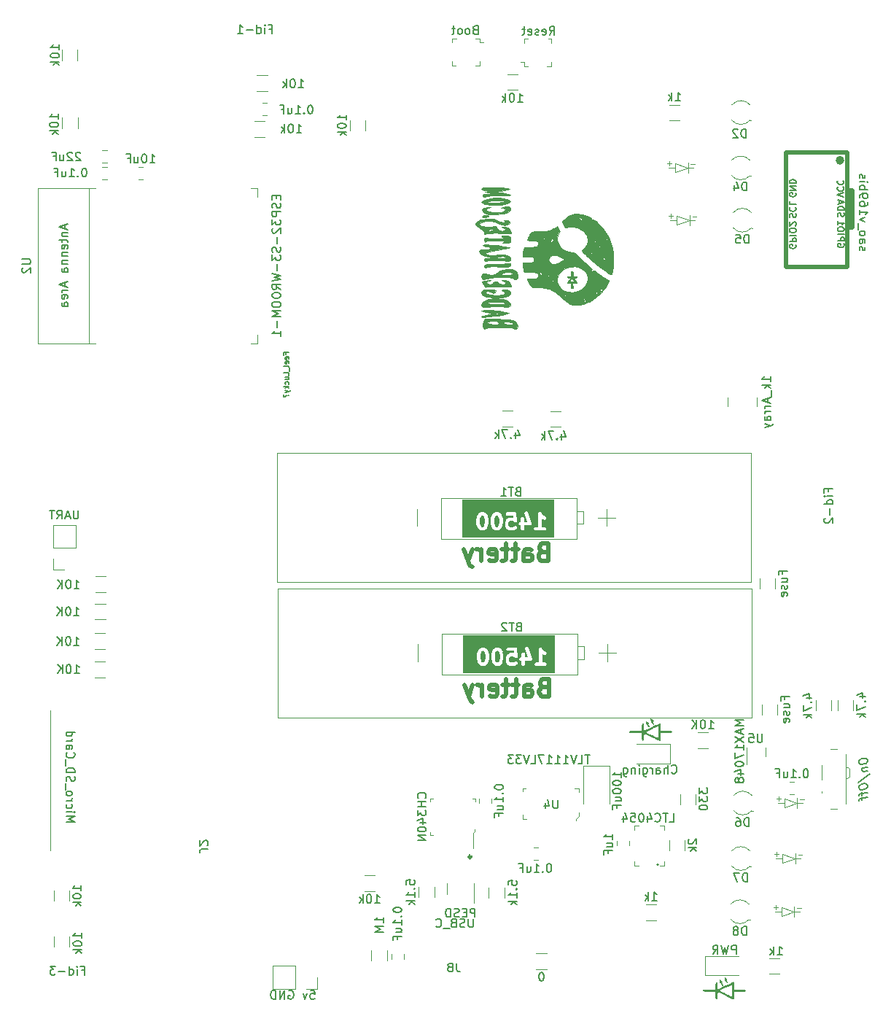
<source format=gbr>
%TF.GenerationSoftware,KiCad,Pcbnew,7.0.1*%
%TF.CreationDate,2023-12-14T09:52:28-06:00*%
%TF.ProjectId,ProjectNeoRogue,50726f6a-6563-4744-9e65-6f526f677565,v1*%
%TF.SameCoordinates,Original*%
%TF.FileFunction,Legend,Bot*%
%TF.FilePolarity,Positive*%
%FSLAX46Y46*%
G04 Gerber Fmt 4.6, Leading zero omitted, Abs format (unit mm)*
G04 Created by KiCad (PCBNEW 7.0.1) date 2023-12-14 09:52:28*
%MOMM*%
%LPD*%
G01*
G04 APERTURE LIST*
%ADD10C,0.150000*%
%ADD11C,0.500000*%
%ADD12C,0.400000*%
%ADD13C,0.127000*%
%ADD14C,0.010000*%
%ADD15C,0.120000*%
%ADD16C,0.100000*%
%ADD17C,0.310000*%
%ADD18C,0.210000*%
G04 APERTURE END LIST*
D10*
%TO.C,X1*%
X217065000Y-72434761D02*
X217017380Y-72339523D01*
X217017380Y-72339523D02*
X217017380Y-72149047D01*
X217017380Y-72149047D02*
X217065000Y-72053809D01*
X217065000Y-72053809D02*
X217160238Y-72006190D01*
X217160238Y-72006190D02*
X217207857Y-72006190D01*
X217207857Y-72006190D02*
X217303095Y-72053809D01*
X217303095Y-72053809D02*
X217350714Y-72149047D01*
X217350714Y-72149047D02*
X217350714Y-72291904D01*
X217350714Y-72291904D02*
X217398333Y-72387142D01*
X217398333Y-72387142D02*
X217493571Y-72434761D01*
X217493571Y-72434761D02*
X217541190Y-72434761D01*
X217541190Y-72434761D02*
X217636428Y-72387142D01*
X217636428Y-72387142D02*
X217684047Y-72291904D01*
X217684047Y-72291904D02*
X217684047Y-72149047D01*
X217684047Y-72149047D02*
X217636428Y-72053809D01*
X217017380Y-71149047D02*
X217541190Y-71149047D01*
X217541190Y-71149047D02*
X217636428Y-71196666D01*
X217636428Y-71196666D02*
X217684047Y-71291904D01*
X217684047Y-71291904D02*
X217684047Y-71482380D01*
X217684047Y-71482380D02*
X217636428Y-71577618D01*
X217065000Y-71149047D02*
X217017380Y-71244285D01*
X217017380Y-71244285D02*
X217017380Y-71482380D01*
X217017380Y-71482380D02*
X217065000Y-71577618D01*
X217065000Y-71577618D02*
X217160238Y-71625237D01*
X217160238Y-71625237D02*
X217255476Y-71625237D01*
X217255476Y-71625237D02*
X217350714Y-71577618D01*
X217350714Y-71577618D02*
X217398333Y-71482380D01*
X217398333Y-71482380D02*
X217398333Y-71244285D01*
X217398333Y-71244285D02*
X217445952Y-71149047D01*
X217017380Y-70529999D02*
X217065000Y-70625237D01*
X217065000Y-70625237D02*
X217112619Y-70672856D01*
X217112619Y-70672856D02*
X217207857Y-70720475D01*
X217207857Y-70720475D02*
X217493571Y-70720475D01*
X217493571Y-70720475D02*
X217588809Y-70672856D01*
X217588809Y-70672856D02*
X217636428Y-70625237D01*
X217636428Y-70625237D02*
X217684047Y-70529999D01*
X217684047Y-70529999D02*
X217684047Y-70387142D01*
X217684047Y-70387142D02*
X217636428Y-70291904D01*
X217636428Y-70291904D02*
X217588809Y-70244285D01*
X217588809Y-70244285D02*
X217493571Y-70196666D01*
X217493571Y-70196666D02*
X217207857Y-70196666D01*
X217207857Y-70196666D02*
X217112619Y-70244285D01*
X217112619Y-70244285D02*
X217065000Y-70291904D01*
X217065000Y-70291904D02*
X217017380Y-70387142D01*
X217017380Y-70387142D02*
X217017380Y-70529999D01*
X216922142Y-70006190D02*
X216922142Y-69244285D01*
X217684047Y-69101427D02*
X217017380Y-68863332D01*
X217017380Y-68863332D02*
X217684047Y-68625237D01*
X217017380Y-67720475D02*
X217017380Y-68291903D01*
X217017380Y-68006189D02*
X218017380Y-68006189D01*
X218017380Y-68006189D02*
X217874523Y-68101427D01*
X217874523Y-68101427D02*
X217779285Y-68196665D01*
X217779285Y-68196665D02*
X217731666Y-68291903D01*
X218017380Y-66863332D02*
X218017380Y-67053808D01*
X218017380Y-67053808D02*
X217969761Y-67149046D01*
X217969761Y-67149046D02*
X217922142Y-67196665D01*
X217922142Y-67196665D02*
X217779285Y-67291903D01*
X217779285Y-67291903D02*
X217588809Y-67339522D01*
X217588809Y-67339522D02*
X217207857Y-67339522D01*
X217207857Y-67339522D02*
X217112619Y-67291903D01*
X217112619Y-67291903D02*
X217065000Y-67244284D01*
X217065000Y-67244284D02*
X217017380Y-67149046D01*
X217017380Y-67149046D02*
X217017380Y-66958570D01*
X217017380Y-66958570D02*
X217065000Y-66863332D01*
X217065000Y-66863332D02*
X217112619Y-66815713D01*
X217112619Y-66815713D02*
X217207857Y-66768094D01*
X217207857Y-66768094D02*
X217445952Y-66768094D01*
X217445952Y-66768094D02*
X217541190Y-66815713D01*
X217541190Y-66815713D02*
X217588809Y-66863332D01*
X217588809Y-66863332D02*
X217636428Y-66958570D01*
X217636428Y-66958570D02*
X217636428Y-67149046D01*
X217636428Y-67149046D02*
X217588809Y-67244284D01*
X217588809Y-67244284D02*
X217541190Y-67291903D01*
X217541190Y-67291903D02*
X217445952Y-67339522D01*
X217017380Y-66291903D02*
X217017380Y-66101427D01*
X217017380Y-66101427D02*
X217065000Y-66006189D01*
X217065000Y-66006189D02*
X217112619Y-65958570D01*
X217112619Y-65958570D02*
X217255476Y-65863332D01*
X217255476Y-65863332D02*
X217445952Y-65815713D01*
X217445952Y-65815713D02*
X217826904Y-65815713D01*
X217826904Y-65815713D02*
X217922142Y-65863332D01*
X217922142Y-65863332D02*
X217969761Y-65910951D01*
X217969761Y-65910951D02*
X218017380Y-66006189D01*
X218017380Y-66006189D02*
X218017380Y-66196665D01*
X218017380Y-66196665D02*
X217969761Y-66291903D01*
X217969761Y-66291903D02*
X217922142Y-66339522D01*
X217922142Y-66339522D02*
X217826904Y-66387141D01*
X217826904Y-66387141D02*
X217588809Y-66387141D01*
X217588809Y-66387141D02*
X217493571Y-66339522D01*
X217493571Y-66339522D02*
X217445952Y-66291903D01*
X217445952Y-66291903D02*
X217398333Y-66196665D01*
X217398333Y-66196665D02*
X217398333Y-66006189D01*
X217398333Y-66006189D02*
X217445952Y-65910951D01*
X217445952Y-65910951D02*
X217493571Y-65863332D01*
X217493571Y-65863332D02*
X217588809Y-65815713D01*
X217017380Y-65387141D02*
X218017380Y-65387141D01*
X217636428Y-65387141D02*
X217684047Y-65291903D01*
X217684047Y-65291903D02*
X217684047Y-65101427D01*
X217684047Y-65101427D02*
X217636428Y-65006189D01*
X217636428Y-65006189D02*
X217588809Y-64958570D01*
X217588809Y-64958570D02*
X217493571Y-64910951D01*
X217493571Y-64910951D02*
X217207857Y-64910951D01*
X217207857Y-64910951D02*
X217112619Y-64958570D01*
X217112619Y-64958570D02*
X217065000Y-65006189D01*
X217065000Y-65006189D02*
X217017380Y-65101427D01*
X217017380Y-65101427D02*
X217017380Y-65291903D01*
X217017380Y-65291903D02*
X217065000Y-65387141D01*
X217017380Y-64482379D02*
X217684047Y-64482379D01*
X218017380Y-64482379D02*
X217969761Y-64529998D01*
X217969761Y-64529998D02*
X217922142Y-64482379D01*
X217922142Y-64482379D02*
X217969761Y-64434760D01*
X217969761Y-64434760D02*
X218017380Y-64482379D01*
X218017380Y-64482379D02*
X217922142Y-64482379D01*
X217065000Y-64053808D02*
X217017380Y-63958570D01*
X217017380Y-63958570D02*
X217017380Y-63768094D01*
X217017380Y-63768094D02*
X217065000Y-63672856D01*
X217065000Y-63672856D02*
X217160238Y-63625237D01*
X217160238Y-63625237D02*
X217207857Y-63625237D01*
X217207857Y-63625237D02*
X217303095Y-63672856D01*
X217303095Y-63672856D02*
X217350714Y-63768094D01*
X217350714Y-63768094D02*
X217350714Y-63910951D01*
X217350714Y-63910951D02*
X217398333Y-64006189D01*
X217398333Y-64006189D02*
X217493571Y-64053808D01*
X217493571Y-64053808D02*
X217541190Y-64053808D01*
X217541190Y-64053808D02*
X217636428Y-64006189D01*
X217636428Y-64006189D02*
X217684047Y-63910951D01*
X217684047Y-63910951D02*
X217684047Y-63768094D01*
X217684047Y-63768094D02*
X217636428Y-63672856D01*
X215218717Y-71678538D02*
X215254431Y-71749967D01*
X215254431Y-71749967D02*
X215254431Y-71857109D01*
X215254431Y-71857109D02*
X215218717Y-71964252D01*
X215218717Y-71964252D02*
X215147288Y-72035681D01*
X215147288Y-72035681D02*
X215075860Y-72071395D01*
X215075860Y-72071395D02*
X214933003Y-72107109D01*
X214933003Y-72107109D02*
X214825860Y-72107109D01*
X214825860Y-72107109D02*
X214683003Y-72071395D01*
X214683003Y-72071395D02*
X214611574Y-72035681D01*
X214611574Y-72035681D02*
X214540146Y-71964252D01*
X214540146Y-71964252D02*
X214504431Y-71857109D01*
X214504431Y-71857109D02*
X214504431Y-71785681D01*
X214504431Y-71785681D02*
X214540146Y-71678538D01*
X214540146Y-71678538D02*
X214575860Y-71642824D01*
X214575860Y-71642824D02*
X214825860Y-71642824D01*
X214825860Y-71642824D02*
X214825860Y-71785681D01*
X214504431Y-71321395D02*
X215254431Y-71321395D01*
X215254431Y-71321395D02*
X215254431Y-71035681D01*
X215254431Y-71035681D02*
X215218717Y-70964252D01*
X215218717Y-70964252D02*
X215183003Y-70928538D01*
X215183003Y-70928538D02*
X215111574Y-70892824D01*
X215111574Y-70892824D02*
X215004431Y-70892824D01*
X215004431Y-70892824D02*
X214933003Y-70928538D01*
X214933003Y-70928538D02*
X214897288Y-70964252D01*
X214897288Y-70964252D02*
X214861574Y-71035681D01*
X214861574Y-71035681D02*
X214861574Y-71321395D01*
X214504431Y-70571395D02*
X215254431Y-70571395D01*
X215254431Y-70071395D02*
X215254431Y-69928538D01*
X215254431Y-69928538D02*
X215218717Y-69857109D01*
X215218717Y-69857109D02*
X215147288Y-69785681D01*
X215147288Y-69785681D02*
X215004431Y-69749966D01*
X215004431Y-69749966D02*
X214754431Y-69749966D01*
X214754431Y-69749966D02*
X214611574Y-69785681D01*
X214611574Y-69785681D02*
X214540146Y-69857109D01*
X214540146Y-69857109D02*
X214504431Y-69928538D01*
X214504431Y-69928538D02*
X214504431Y-70071395D01*
X214504431Y-70071395D02*
X214540146Y-70142824D01*
X214540146Y-70142824D02*
X214611574Y-70214252D01*
X214611574Y-70214252D02*
X214754431Y-70249966D01*
X214754431Y-70249966D02*
X215004431Y-70249966D01*
X215004431Y-70249966D02*
X215147288Y-70214252D01*
X215147288Y-70214252D02*
X215218717Y-70142824D01*
X215218717Y-70142824D02*
X215254431Y-70071395D01*
X214504431Y-69035681D02*
X214504431Y-69464252D01*
X214504431Y-69249967D02*
X215254431Y-69249967D01*
X215254431Y-69249967D02*
X215147288Y-69321395D01*
X215147288Y-69321395D02*
X215075860Y-69392824D01*
X215075860Y-69392824D02*
X215040146Y-69464252D01*
X215213035Y-66269999D02*
X214463035Y-66019999D01*
X214463035Y-66019999D02*
X215213035Y-65769999D01*
X214534464Y-65091428D02*
X214498750Y-65127142D01*
X214498750Y-65127142D02*
X214463035Y-65234285D01*
X214463035Y-65234285D02*
X214463035Y-65305713D01*
X214463035Y-65305713D02*
X214498750Y-65412856D01*
X214498750Y-65412856D02*
X214570178Y-65484285D01*
X214570178Y-65484285D02*
X214641607Y-65519999D01*
X214641607Y-65519999D02*
X214784464Y-65555713D01*
X214784464Y-65555713D02*
X214891607Y-65555713D01*
X214891607Y-65555713D02*
X215034464Y-65519999D01*
X215034464Y-65519999D02*
X215105892Y-65484285D01*
X215105892Y-65484285D02*
X215177321Y-65412856D01*
X215177321Y-65412856D02*
X215213035Y-65305713D01*
X215213035Y-65305713D02*
X215213035Y-65234285D01*
X215213035Y-65234285D02*
X215177321Y-65127142D01*
X215177321Y-65127142D02*
X215141607Y-65091428D01*
X214534464Y-64341428D02*
X214498750Y-64377142D01*
X214498750Y-64377142D02*
X214463035Y-64484285D01*
X214463035Y-64484285D02*
X214463035Y-64555713D01*
X214463035Y-64555713D02*
X214498750Y-64662856D01*
X214498750Y-64662856D02*
X214570178Y-64734285D01*
X214570178Y-64734285D02*
X214641607Y-64769999D01*
X214641607Y-64769999D02*
X214784464Y-64805713D01*
X214784464Y-64805713D02*
X214891607Y-64805713D01*
X214891607Y-64805713D02*
X215034464Y-64769999D01*
X215034464Y-64769999D02*
X215105892Y-64734285D01*
X215105892Y-64734285D02*
X215177321Y-64662856D01*
X215177321Y-64662856D02*
X215213035Y-64555713D01*
X215213035Y-64555713D02*
X215213035Y-64484285D01*
X215213035Y-64484285D02*
X215177321Y-64377142D01*
X215177321Y-64377142D02*
X215141607Y-64341428D01*
X214530146Y-68502109D02*
X214494431Y-68394967D01*
X214494431Y-68394967D02*
X214494431Y-68216395D01*
X214494431Y-68216395D02*
X214530146Y-68144967D01*
X214530146Y-68144967D02*
X214565860Y-68109252D01*
X214565860Y-68109252D02*
X214637288Y-68073538D01*
X214637288Y-68073538D02*
X214708717Y-68073538D01*
X214708717Y-68073538D02*
X214780146Y-68109252D01*
X214780146Y-68109252D02*
X214815860Y-68144967D01*
X214815860Y-68144967D02*
X214851574Y-68216395D01*
X214851574Y-68216395D02*
X214887288Y-68359252D01*
X214887288Y-68359252D02*
X214923003Y-68430681D01*
X214923003Y-68430681D02*
X214958717Y-68466395D01*
X214958717Y-68466395D02*
X215030146Y-68502109D01*
X215030146Y-68502109D02*
X215101574Y-68502109D01*
X215101574Y-68502109D02*
X215173003Y-68466395D01*
X215173003Y-68466395D02*
X215208717Y-68430681D01*
X215208717Y-68430681D02*
X215244431Y-68359252D01*
X215244431Y-68359252D02*
X215244431Y-68180681D01*
X215244431Y-68180681D02*
X215208717Y-68073538D01*
X214494431Y-67752109D02*
X215244431Y-67752109D01*
X215244431Y-67752109D02*
X215244431Y-67573538D01*
X215244431Y-67573538D02*
X215208717Y-67466395D01*
X215208717Y-67466395D02*
X215137288Y-67394966D01*
X215137288Y-67394966D02*
X215065860Y-67359252D01*
X215065860Y-67359252D02*
X214923003Y-67323538D01*
X214923003Y-67323538D02*
X214815860Y-67323538D01*
X214815860Y-67323538D02*
X214673003Y-67359252D01*
X214673003Y-67359252D02*
X214601574Y-67394966D01*
X214601574Y-67394966D02*
X214530146Y-67466395D01*
X214530146Y-67466395D02*
X214494431Y-67573538D01*
X214494431Y-67573538D02*
X214494431Y-67752109D01*
X214708717Y-67037823D02*
X214708717Y-66680681D01*
X214494431Y-67109252D02*
X215244431Y-66859252D01*
X215244431Y-66859252D02*
X214494431Y-66609252D01*
X209617321Y-65791428D02*
X209653035Y-65862857D01*
X209653035Y-65862857D02*
X209653035Y-65969999D01*
X209653035Y-65969999D02*
X209617321Y-66077142D01*
X209617321Y-66077142D02*
X209545892Y-66148571D01*
X209545892Y-66148571D02*
X209474464Y-66184285D01*
X209474464Y-66184285D02*
X209331607Y-66219999D01*
X209331607Y-66219999D02*
X209224464Y-66219999D01*
X209224464Y-66219999D02*
X209081607Y-66184285D01*
X209081607Y-66184285D02*
X209010178Y-66148571D01*
X209010178Y-66148571D02*
X208938750Y-66077142D01*
X208938750Y-66077142D02*
X208903035Y-65969999D01*
X208903035Y-65969999D02*
X208903035Y-65898571D01*
X208903035Y-65898571D02*
X208938750Y-65791428D01*
X208938750Y-65791428D02*
X208974464Y-65755714D01*
X208974464Y-65755714D02*
X209224464Y-65755714D01*
X209224464Y-65755714D02*
X209224464Y-65898571D01*
X208903035Y-65434285D02*
X209653035Y-65434285D01*
X209653035Y-65434285D02*
X208903035Y-65005714D01*
X208903035Y-65005714D02*
X209653035Y-65005714D01*
X208903035Y-64648571D02*
X209653035Y-64648571D01*
X209653035Y-64648571D02*
X209653035Y-64470000D01*
X209653035Y-64470000D02*
X209617321Y-64362857D01*
X209617321Y-64362857D02*
X209545892Y-64291428D01*
X209545892Y-64291428D02*
X209474464Y-64255714D01*
X209474464Y-64255714D02*
X209331607Y-64220000D01*
X209331607Y-64220000D02*
X209224464Y-64220000D01*
X209224464Y-64220000D02*
X209081607Y-64255714D01*
X209081607Y-64255714D02*
X209010178Y-64291428D01*
X209010178Y-64291428D02*
X208938750Y-64362857D01*
X208938750Y-64362857D02*
X208903035Y-64470000D01*
X208903035Y-64470000D02*
X208903035Y-64648571D01*
X208938750Y-68612856D02*
X208903035Y-68505714D01*
X208903035Y-68505714D02*
X208903035Y-68327142D01*
X208903035Y-68327142D02*
X208938750Y-68255714D01*
X208938750Y-68255714D02*
X208974464Y-68219999D01*
X208974464Y-68219999D02*
X209045892Y-68184285D01*
X209045892Y-68184285D02*
X209117321Y-68184285D01*
X209117321Y-68184285D02*
X209188750Y-68219999D01*
X209188750Y-68219999D02*
X209224464Y-68255714D01*
X209224464Y-68255714D02*
X209260178Y-68327142D01*
X209260178Y-68327142D02*
X209295892Y-68469999D01*
X209295892Y-68469999D02*
X209331607Y-68541428D01*
X209331607Y-68541428D02*
X209367321Y-68577142D01*
X209367321Y-68577142D02*
X209438750Y-68612856D01*
X209438750Y-68612856D02*
X209510178Y-68612856D01*
X209510178Y-68612856D02*
X209581607Y-68577142D01*
X209581607Y-68577142D02*
X209617321Y-68541428D01*
X209617321Y-68541428D02*
X209653035Y-68469999D01*
X209653035Y-68469999D02*
X209653035Y-68291428D01*
X209653035Y-68291428D02*
X209617321Y-68184285D01*
X208974464Y-67434285D02*
X208938750Y-67469999D01*
X208938750Y-67469999D02*
X208903035Y-67577142D01*
X208903035Y-67577142D02*
X208903035Y-67648570D01*
X208903035Y-67648570D02*
X208938750Y-67755713D01*
X208938750Y-67755713D02*
X209010178Y-67827142D01*
X209010178Y-67827142D02*
X209081607Y-67862856D01*
X209081607Y-67862856D02*
X209224464Y-67898570D01*
X209224464Y-67898570D02*
X209331607Y-67898570D01*
X209331607Y-67898570D02*
X209474464Y-67862856D01*
X209474464Y-67862856D02*
X209545892Y-67827142D01*
X209545892Y-67827142D02*
X209617321Y-67755713D01*
X209617321Y-67755713D02*
X209653035Y-67648570D01*
X209653035Y-67648570D02*
X209653035Y-67577142D01*
X209653035Y-67577142D02*
X209617321Y-67469999D01*
X209617321Y-67469999D02*
X209581607Y-67434285D01*
X208903035Y-66755713D02*
X208903035Y-67112856D01*
X208903035Y-67112856D02*
X209653035Y-67112856D01*
X209627321Y-71797142D02*
X209663035Y-71868571D01*
X209663035Y-71868571D02*
X209663035Y-71975713D01*
X209663035Y-71975713D02*
X209627321Y-72082856D01*
X209627321Y-72082856D02*
X209555892Y-72154285D01*
X209555892Y-72154285D02*
X209484464Y-72189999D01*
X209484464Y-72189999D02*
X209341607Y-72225713D01*
X209341607Y-72225713D02*
X209234464Y-72225713D01*
X209234464Y-72225713D02*
X209091607Y-72189999D01*
X209091607Y-72189999D02*
X209020178Y-72154285D01*
X209020178Y-72154285D02*
X208948750Y-72082856D01*
X208948750Y-72082856D02*
X208913035Y-71975713D01*
X208913035Y-71975713D02*
X208913035Y-71904285D01*
X208913035Y-71904285D02*
X208948750Y-71797142D01*
X208948750Y-71797142D02*
X208984464Y-71761428D01*
X208984464Y-71761428D02*
X209234464Y-71761428D01*
X209234464Y-71761428D02*
X209234464Y-71904285D01*
X208913035Y-71439999D02*
X209663035Y-71439999D01*
X209663035Y-71439999D02*
X209663035Y-71154285D01*
X209663035Y-71154285D02*
X209627321Y-71082856D01*
X209627321Y-71082856D02*
X209591607Y-71047142D01*
X209591607Y-71047142D02*
X209520178Y-71011428D01*
X209520178Y-71011428D02*
X209413035Y-71011428D01*
X209413035Y-71011428D02*
X209341607Y-71047142D01*
X209341607Y-71047142D02*
X209305892Y-71082856D01*
X209305892Y-71082856D02*
X209270178Y-71154285D01*
X209270178Y-71154285D02*
X209270178Y-71439999D01*
X208913035Y-70689999D02*
X209663035Y-70689999D01*
X209663035Y-70189999D02*
X209663035Y-70047142D01*
X209663035Y-70047142D02*
X209627321Y-69975713D01*
X209627321Y-69975713D02*
X209555892Y-69904285D01*
X209555892Y-69904285D02*
X209413035Y-69868570D01*
X209413035Y-69868570D02*
X209163035Y-69868570D01*
X209163035Y-69868570D02*
X209020178Y-69904285D01*
X209020178Y-69904285D02*
X208948750Y-69975713D01*
X208948750Y-69975713D02*
X208913035Y-70047142D01*
X208913035Y-70047142D02*
X208913035Y-70189999D01*
X208913035Y-70189999D02*
X208948750Y-70261428D01*
X208948750Y-70261428D02*
X209020178Y-70332856D01*
X209020178Y-70332856D02*
X209163035Y-70368570D01*
X209163035Y-70368570D02*
X209413035Y-70368570D01*
X209413035Y-70368570D02*
X209555892Y-70332856D01*
X209555892Y-70332856D02*
X209627321Y-70261428D01*
X209627321Y-70261428D02*
X209663035Y-70189999D01*
X209591607Y-69582856D02*
X209627321Y-69547142D01*
X209627321Y-69547142D02*
X209663035Y-69475714D01*
X209663035Y-69475714D02*
X209663035Y-69297142D01*
X209663035Y-69297142D02*
X209627321Y-69225714D01*
X209627321Y-69225714D02*
X209591607Y-69189999D01*
X209591607Y-69189999D02*
X209520178Y-69154285D01*
X209520178Y-69154285D02*
X209448750Y-69154285D01*
X209448750Y-69154285D02*
X209341607Y-69189999D01*
X209341607Y-69189999D02*
X208913035Y-69618571D01*
X208913035Y-69618571D02*
X208913035Y-69154285D01*
%TO.C,D3*%
X195220000Y-133077380D02*
X195267619Y-133125000D01*
X195267619Y-133125000D02*
X195410476Y-133172619D01*
X195410476Y-133172619D02*
X195505714Y-133172619D01*
X195505714Y-133172619D02*
X195648571Y-133125000D01*
X195648571Y-133125000D02*
X195743809Y-133029761D01*
X195743809Y-133029761D02*
X195791428Y-132934523D01*
X195791428Y-132934523D02*
X195839047Y-132744047D01*
X195839047Y-132744047D02*
X195839047Y-132601190D01*
X195839047Y-132601190D02*
X195791428Y-132410714D01*
X195791428Y-132410714D02*
X195743809Y-132315476D01*
X195743809Y-132315476D02*
X195648571Y-132220238D01*
X195648571Y-132220238D02*
X195505714Y-132172619D01*
X195505714Y-132172619D02*
X195410476Y-132172619D01*
X195410476Y-132172619D02*
X195267619Y-132220238D01*
X195267619Y-132220238D02*
X195220000Y-132267857D01*
X194791428Y-133172619D02*
X194791428Y-132172619D01*
X194362857Y-133172619D02*
X194362857Y-132648809D01*
X194362857Y-132648809D02*
X194410476Y-132553571D01*
X194410476Y-132553571D02*
X194505714Y-132505952D01*
X194505714Y-132505952D02*
X194648571Y-132505952D01*
X194648571Y-132505952D02*
X194743809Y-132553571D01*
X194743809Y-132553571D02*
X194791428Y-132601190D01*
X193458095Y-133172619D02*
X193458095Y-132648809D01*
X193458095Y-132648809D02*
X193505714Y-132553571D01*
X193505714Y-132553571D02*
X193600952Y-132505952D01*
X193600952Y-132505952D02*
X193791428Y-132505952D01*
X193791428Y-132505952D02*
X193886666Y-132553571D01*
X193458095Y-133125000D02*
X193553333Y-133172619D01*
X193553333Y-133172619D02*
X193791428Y-133172619D01*
X193791428Y-133172619D02*
X193886666Y-133125000D01*
X193886666Y-133125000D02*
X193934285Y-133029761D01*
X193934285Y-133029761D02*
X193934285Y-132934523D01*
X193934285Y-132934523D02*
X193886666Y-132839285D01*
X193886666Y-132839285D02*
X193791428Y-132791666D01*
X193791428Y-132791666D02*
X193553333Y-132791666D01*
X193553333Y-132791666D02*
X193458095Y-132744047D01*
X192981904Y-133172619D02*
X192981904Y-132505952D01*
X192981904Y-132696428D02*
X192934285Y-132601190D01*
X192934285Y-132601190D02*
X192886666Y-132553571D01*
X192886666Y-132553571D02*
X192791428Y-132505952D01*
X192791428Y-132505952D02*
X192696190Y-132505952D01*
X191934285Y-132505952D02*
X191934285Y-133315476D01*
X191934285Y-133315476D02*
X191981904Y-133410714D01*
X191981904Y-133410714D02*
X192029523Y-133458333D01*
X192029523Y-133458333D02*
X192124761Y-133505952D01*
X192124761Y-133505952D02*
X192267618Y-133505952D01*
X192267618Y-133505952D02*
X192362856Y-133458333D01*
X191934285Y-133125000D02*
X192029523Y-133172619D01*
X192029523Y-133172619D02*
X192219999Y-133172619D01*
X192219999Y-133172619D02*
X192315237Y-133125000D01*
X192315237Y-133125000D02*
X192362856Y-133077380D01*
X192362856Y-133077380D02*
X192410475Y-132982142D01*
X192410475Y-132982142D02*
X192410475Y-132696428D01*
X192410475Y-132696428D02*
X192362856Y-132601190D01*
X192362856Y-132601190D02*
X192315237Y-132553571D01*
X192315237Y-132553571D02*
X192219999Y-132505952D01*
X192219999Y-132505952D02*
X192029523Y-132505952D01*
X192029523Y-132505952D02*
X191934285Y-132553571D01*
X191458094Y-133172619D02*
X191458094Y-132505952D01*
X191458094Y-132172619D02*
X191505713Y-132220238D01*
X191505713Y-132220238D02*
X191458094Y-132267857D01*
X191458094Y-132267857D02*
X191410475Y-132220238D01*
X191410475Y-132220238D02*
X191458094Y-132172619D01*
X191458094Y-132172619D02*
X191458094Y-132267857D01*
X190981904Y-132505952D02*
X190981904Y-133172619D01*
X190981904Y-132601190D02*
X190934285Y-132553571D01*
X190934285Y-132553571D02*
X190839047Y-132505952D01*
X190839047Y-132505952D02*
X190696190Y-132505952D01*
X190696190Y-132505952D02*
X190600952Y-132553571D01*
X190600952Y-132553571D02*
X190553333Y-132648809D01*
X190553333Y-132648809D02*
X190553333Y-133172619D01*
X189648571Y-132505952D02*
X189648571Y-133315476D01*
X189648571Y-133315476D02*
X189696190Y-133410714D01*
X189696190Y-133410714D02*
X189743809Y-133458333D01*
X189743809Y-133458333D02*
X189839047Y-133505952D01*
X189839047Y-133505952D02*
X189981904Y-133505952D01*
X189981904Y-133505952D02*
X190077142Y-133458333D01*
X189648571Y-133125000D02*
X189743809Y-133172619D01*
X189743809Y-133172619D02*
X189934285Y-133172619D01*
X189934285Y-133172619D02*
X190029523Y-133125000D01*
X190029523Y-133125000D02*
X190077142Y-133077380D01*
X190077142Y-133077380D02*
X190124761Y-132982142D01*
X190124761Y-132982142D02*
X190124761Y-132696428D01*
X190124761Y-132696428D02*
X190077142Y-132601190D01*
X190077142Y-132601190D02*
X190029523Y-132553571D01*
X190029523Y-132553571D02*
X189934285Y-132505952D01*
X189934285Y-132505952D02*
X189743809Y-132505952D01*
X189743809Y-132505952D02*
X189648571Y-132553571D01*
%TO.C,R23*%
X177088571Y-93585952D02*
X177088571Y-94252619D01*
X177326666Y-93205000D02*
X177564761Y-93919285D01*
X177564761Y-93919285D02*
X176945714Y-93919285D01*
X176564761Y-94157380D02*
X176517142Y-94205000D01*
X176517142Y-94205000D02*
X176564761Y-94252619D01*
X176564761Y-94252619D02*
X176612380Y-94205000D01*
X176612380Y-94205000D02*
X176564761Y-94157380D01*
X176564761Y-94157380D02*
X176564761Y-94252619D01*
X176183809Y-93252619D02*
X175517143Y-93252619D01*
X175517143Y-93252619D02*
X175945714Y-94252619D01*
X175136190Y-94252619D02*
X175136190Y-93252619D01*
X175040952Y-93871666D02*
X174755238Y-94252619D01*
X174755238Y-93585952D02*
X175136190Y-93966904D01*
%TO.C,C1*%
X153302856Y-55572619D02*
X153207618Y-55572619D01*
X153207618Y-55572619D02*
X153112380Y-55620238D01*
X153112380Y-55620238D02*
X153064761Y-55667857D01*
X153064761Y-55667857D02*
X153017142Y-55763095D01*
X153017142Y-55763095D02*
X152969523Y-55953571D01*
X152969523Y-55953571D02*
X152969523Y-56191666D01*
X152969523Y-56191666D02*
X153017142Y-56382142D01*
X153017142Y-56382142D02*
X153064761Y-56477380D01*
X153064761Y-56477380D02*
X153112380Y-56525000D01*
X153112380Y-56525000D02*
X153207618Y-56572619D01*
X153207618Y-56572619D02*
X153302856Y-56572619D01*
X153302856Y-56572619D02*
X153398094Y-56525000D01*
X153398094Y-56525000D02*
X153445713Y-56477380D01*
X153445713Y-56477380D02*
X153493332Y-56382142D01*
X153493332Y-56382142D02*
X153540951Y-56191666D01*
X153540951Y-56191666D02*
X153540951Y-55953571D01*
X153540951Y-55953571D02*
X153493332Y-55763095D01*
X153493332Y-55763095D02*
X153445713Y-55667857D01*
X153445713Y-55667857D02*
X153398094Y-55620238D01*
X153398094Y-55620238D02*
X153302856Y-55572619D01*
X152540951Y-56477380D02*
X152493332Y-56525000D01*
X152493332Y-56525000D02*
X152540951Y-56572619D01*
X152540951Y-56572619D02*
X152588570Y-56525000D01*
X152588570Y-56525000D02*
X152540951Y-56477380D01*
X152540951Y-56477380D02*
X152540951Y-56572619D01*
X151540952Y-56572619D02*
X152112380Y-56572619D01*
X151826666Y-56572619D02*
X151826666Y-55572619D01*
X151826666Y-55572619D02*
X151921904Y-55715476D01*
X151921904Y-55715476D02*
X152017142Y-55810714D01*
X152017142Y-55810714D02*
X152112380Y-55858333D01*
X150683809Y-55905952D02*
X150683809Y-56572619D01*
X151112380Y-55905952D02*
X151112380Y-56429761D01*
X151112380Y-56429761D02*
X151064761Y-56525000D01*
X151064761Y-56525000D02*
X150969523Y-56572619D01*
X150969523Y-56572619D02*
X150826666Y-56572619D01*
X150826666Y-56572619D02*
X150731428Y-56525000D01*
X150731428Y-56525000D02*
X150683809Y-56477380D01*
X149874285Y-56048809D02*
X150207618Y-56048809D01*
X150207618Y-56572619D02*
X150207618Y-55572619D01*
X150207618Y-55572619D02*
X149731428Y-55572619D01*
%TO.C,R19*%
X160735238Y-148202619D02*
X161306666Y-148202619D01*
X161020952Y-148202619D02*
X161020952Y-147202619D01*
X161020952Y-147202619D02*
X161116190Y-147345476D01*
X161116190Y-147345476D02*
X161211428Y-147440714D01*
X161211428Y-147440714D02*
X161306666Y-147488333D01*
X160116190Y-147202619D02*
X160020952Y-147202619D01*
X160020952Y-147202619D02*
X159925714Y-147250238D01*
X159925714Y-147250238D02*
X159878095Y-147297857D01*
X159878095Y-147297857D02*
X159830476Y-147393095D01*
X159830476Y-147393095D02*
X159782857Y-147583571D01*
X159782857Y-147583571D02*
X159782857Y-147821666D01*
X159782857Y-147821666D02*
X159830476Y-148012142D01*
X159830476Y-148012142D02*
X159878095Y-148107380D01*
X159878095Y-148107380D02*
X159925714Y-148155000D01*
X159925714Y-148155000D02*
X160020952Y-148202619D01*
X160020952Y-148202619D02*
X160116190Y-148202619D01*
X160116190Y-148202619D02*
X160211428Y-148155000D01*
X160211428Y-148155000D02*
X160259047Y-148107380D01*
X160259047Y-148107380D02*
X160306666Y-148012142D01*
X160306666Y-148012142D02*
X160354285Y-147821666D01*
X160354285Y-147821666D02*
X160354285Y-147583571D01*
X160354285Y-147583571D02*
X160306666Y-147393095D01*
X160306666Y-147393095D02*
X160259047Y-147297857D01*
X160259047Y-147297857D02*
X160211428Y-147250238D01*
X160211428Y-147250238D02*
X160116190Y-147202619D01*
X159354285Y-148202619D02*
X159354285Y-147202619D01*
X159259047Y-147821666D02*
X158973333Y-148202619D01*
X158973333Y-147535952D02*
X159354285Y-147916904D01*
%TO.C,D8*%
X203898094Y-151932619D02*
X203898094Y-150932619D01*
X203898094Y-150932619D02*
X203659999Y-150932619D01*
X203659999Y-150932619D02*
X203517142Y-150980238D01*
X203517142Y-150980238D02*
X203421904Y-151075476D01*
X203421904Y-151075476D02*
X203374285Y-151170714D01*
X203374285Y-151170714D02*
X203326666Y-151361190D01*
X203326666Y-151361190D02*
X203326666Y-151504047D01*
X203326666Y-151504047D02*
X203374285Y-151694523D01*
X203374285Y-151694523D02*
X203421904Y-151789761D01*
X203421904Y-151789761D02*
X203517142Y-151885000D01*
X203517142Y-151885000D02*
X203659999Y-151932619D01*
X203659999Y-151932619D02*
X203898094Y-151932619D01*
X202755237Y-151361190D02*
X202850475Y-151313571D01*
X202850475Y-151313571D02*
X202898094Y-151265952D01*
X202898094Y-151265952D02*
X202945713Y-151170714D01*
X202945713Y-151170714D02*
X202945713Y-151123095D01*
X202945713Y-151123095D02*
X202898094Y-151027857D01*
X202898094Y-151027857D02*
X202850475Y-150980238D01*
X202850475Y-150980238D02*
X202755237Y-150932619D01*
X202755237Y-150932619D02*
X202564761Y-150932619D01*
X202564761Y-150932619D02*
X202469523Y-150980238D01*
X202469523Y-150980238D02*
X202421904Y-151027857D01*
X202421904Y-151027857D02*
X202374285Y-151123095D01*
X202374285Y-151123095D02*
X202374285Y-151170714D01*
X202374285Y-151170714D02*
X202421904Y-151265952D01*
X202421904Y-151265952D02*
X202469523Y-151313571D01*
X202469523Y-151313571D02*
X202564761Y-151361190D01*
X202564761Y-151361190D02*
X202755237Y-151361190D01*
X202755237Y-151361190D02*
X202850475Y-151408809D01*
X202850475Y-151408809D02*
X202898094Y-151456428D01*
X202898094Y-151456428D02*
X202945713Y-151551666D01*
X202945713Y-151551666D02*
X202945713Y-151742142D01*
X202945713Y-151742142D02*
X202898094Y-151837380D01*
X202898094Y-151837380D02*
X202850475Y-151885000D01*
X202850475Y-151885000D02*
X202755237Y-151932619D01*
X202755237Y-151932619D02*
X202564761Y-151932619D01*
X202564761Y-151932619D02*
X202469523Y-151885000D01*
X202469523Y-151885000D02*
X202421904Y-151837380D01*
X202421904Y-151837380D02*
X202374285Y-151742142D01*
X202374285Y-151742142D02*
X202374285Y-151551666D01*
X202374285Y-151551666D02*
X202421904Y-151456428D01*
X202421904Y-151456428D02*
X202469523Y-151408809D01*
X202469523Y-151408809D02*
X202564761Y-151361190D01*
%TO.C,R1*%
X207489047Y-154232619D02*
X208060475Y-154232619D01*
X207774761Y-154232619D02*
X207774761Y-153232619D01*
X207774761Y-153232619D02*
X207869999Y-153375476D01*
X207869999Y-153375476D02*
X207965237Y-153470714D01*
X207965237Y-153470714D02*
X208060475Y-153518333D01*
X207060475Y-154232619D02*
X207060475Y-153232619D01*
X206965237Y-153851666D02*
X206679523Y-154232619D01*
X206679523Y-153565952D02*
X207060475Y-153946904D01*
%TO.C,R5*%
X125800476Y-114822619D02*
X126371904Y-114822619D01*
X126086190Y-114822619D02*
X126086190Y-113822619D01*
X126086190Y-113822619D02*
X126181428Y-113965476D01*
X126181428Y-113965476D02*
X126276666Y-114060714D01*
X126276666Y-114060714D02*
X126371904Y-114108333D01*
X125181428Y-113822619D02*
X125086190Y-113822619D01*
X125086190Y-113822619D02*
X124990952Y-113870238D01*
X124990952Y-113870238D02*
X124943333Y-113917857D01*
X124943333Y-113917857D02*
X124895714Y-114013095D01*
X124895714Y-114013095D02*
X124848095Y-114203571D01*
X124848095Y-114203571D02*
X124848095Y-114441666D01*
X124848095Y-114441666D02*
X124895714Y-114632142D01*
X124895714Y-114632142D02*
X124943333Y-114727380D01*
X124943333Y-114727380D02*
X124990952Y-114775000D01*
X124990952Y-114775000D02*
X125086190Y-114822619D01*
X125086190Y-114822619D02*
X125181428Y-114822619D01*
X125181428Y-114822619D02*
X125276666Y-114775000D01*
X125276666Y-114775000D02*
X125324285Y-114727380D01*
X125324285Y-114727380D02*
X125371904Y-114632142D01*
X125371904Y-114632142D02*
X125419523Y-114441666D01*
X125419523Y-114441666D02*
X125419523Y-114203571D01*
X125419523Y-114203571D02*
X125371904Y-114013095D01*
X125371904Y-114013095D02*
X125324285Y-113917857D01*
X125324285Y-113917857D02*
X125276666Y-113870238D01*
X125276666Y-113870238D02*
X125181428Y-113822619D01*
X124419523Y-114822619D02*
X124419523Y-113822619D01*
X123848095Y-114822619D02*
X124276666Y-114251190D01*
X123848095Y-113822619D02*
X124419523Y-114394047D01*
%TO.C,R15*%
X124002619Y-57184761D02*
X124002619Y-56613333D01*
X124002619Y-56899047D02*
X123002619Y-56899047D01*
X123002619Y-56899047D02*
X123145476Y-56803809D01*
X123145476Y-56803809D02*
X123240714Y-56708571D01*
X123240714Y-56708571D02*
X123288333Y-56613333D01*
X123002619Y-57803809D02*
X123002619Y-57899047D01*
X123002619Y-57899047D02*
X123050238Y-57994285D01*
X123050238Y-57994285D02*
X123097857Y-58041904D01*
X123097857Y-58041904D02*
X123193095Y-58089523D01*
X123193095Y-58089523D02*
X123383571Y-58137142D01*
X123383571Y-58137142D02*
X123621666Y-58137142D01*
X123621666Y-58137142D02*
X123812142Y-58089523D01*
X123812142Y-58089523D02*
X123907380Y-58041904D01*
X123907380Y-58041904D02*
X123955000Y-57994285D01*
X123955000Y-57994285D02*
X124002619Y-57899047D01*
X124002619Y-57899047D02*
X124002619Y-57803809D01*
X124002619Y-57803809D02*
X123955000Y-57708571D01*
X123955000Y-57708571D02*
X123907380Y-57660952D01*
X123907380Y-57660952D02*
X123812142Y-57613333D01*
X123812142Y-57613333D02*
X123621666Y-57565714D01*
X123621666Y-57565714D02*
X123383571Y-57565714D01*
X123383571Y-57565714D02*
X123193095Y-57613333D01*
X123193095Y-57613333D02*
X123097857Y-57660952D01*
X123097857Y-57660952D02*
X123050238Y-57708571D01*
X123050238Y-57708571D02*
X123002619Y-57803809D01*
X124002619Y-58565714D02*
X123002619Y-58565714D01*
X123621666Y-58660952D02*
X124002619Y-58946666D01*
X123335952Y-58946666D02*
X123716904Y-58565714D01*
%TO.C,D5*%
X204168094Y-71602619D02*
X204168094Y-70602619D01*
X204168094Y-70602619D02*
X203929999Y-70602619D01*
X203929999Y-70602619D02*
X203787142Y-70650238D01*
X203787142Y-70650238D02*
X203691904Y-70745476D01*
X203691904Y-70745476D02*
X203644285Y-70840714D01*
X203644285Y-70840714D02*
X203596666Y-71031190D01*
X203596666Y-71031190D02*
X203596666Y-71174047D01*
X203596666Y-71174047D02*
X203644285Y-71364523D01*
X203644285Y-71364523D02*
X203691904Y-71459761D01*
X203691904Y-71459761D02*
X203787142Y-71555000D01*
X203787142Y-71555000D02*
X203929999Y-71602619D01*
X203929999Y-71602619D02*
X204168094Y-71602619D01*
X202691904Y-70602619D02*
X203168094Y-70602619D01*
X203168094Y-70602619D02*
X203215713Y-71078809D01*
X203215713Y-71078809D02*
X203168094Y-71031190D01*
X203168094Y-71031190D02*
X203072856Y-70983571D01*
X203072856Y-70983571D02*
X202834761Y-70983571D01*
X202834761Y-70983571D02*
X202739523Y-71031190D01*
X202739523Y-71031190D02*
X202691904Y-71078809D01*
X202691904Y-71078809D02*
X202644285Y-71174047D01*
X202644285Y-71174047D02*
X202644285Y-71412142D01*
X202644285Y-71412142D02*
X202691904Y-71507380D01*
X202691904Y-71507380D02*
X202739523Y-71555000D01*
X202739523Y-71555000D02*
X202834761Y-71602619D01*
X202834761Y-71602619D02*
X203072856Y-71602619D01*
X203072856Y-71602619D02*
X203168094Y-71555000D01*
X203168094Y-71555000D02*
X203215713Y-71507380D01*
%TO.C,D19*%
X172390475Y-149842619D02*
X172390475Y-148842619D01*
X172390475Y-148842619D02*
X172009523Y-148842619D01*
X172009523Y-148842619D02*
X171914285Y-148890238D01*
X171914285Y-148890238D02*
X171866666Y-148937857D01*
X171866666Y-148937857D02*
X171819047Y-149033095D01*
X171819047Y-149033095D02*
X171819047Y-149175952D01*
X171819047Y-149175952D02*
X171866666Y-149271190D01*
X171866666Y-149271190D02*
X171914285Y-149318809D01*
X171914285Y-149318809D02*
X172009523Y-149366428D01*
X172009523Y-149366428D02*
X172390475Y-149366428D01*
X171390475Y-149318809D02*
X171057142Y-149318809D01*
X170914285Y-149842619D02*
X171390475Y-149842619D01*
X171390475Y-149842619D02*
X171390475Y-148842619D01*
X171390475Y-148842619D02*
X170914285Y-148842619D01*
X170533332Y-149795000D02*
X170390475Y-149842619D01*
X170390475Y-149842619D02*
X170152380Y-149842619D01*
X170152380Y-149842619D02*
X170057142Y-149795000D01*
X170057142Y-149795000D02*
X170009523Y-149747380D01*
X170009523Y-149747380D02*
X169961904Y-149652142D01*
X169961904Y-149652142D02*
X169961904Y-149556904D01*
X169961904Y-149556904D02*
X170009523Y-149461666D01*
X170009523Y-149461666D02*
X170057142Y-149414047D01*
X170057142Y-149414047D02*
X170152380Y-149366428D01*
X170152380Y-149366428D02*
X170342856Y-149318809D01*
X170342856Y-149318809D02*
X170438094Y-149271190D01*
X170438094Y-149271190D02*
X170485713Y-149223571D01*
X170485713Y-149223571D02*
X170533332Y-149128333D01*
X170533332Y-149128333D02*
X170533332Y-149033095D01*
X170533332Y-149033095D02*
X170485713Y-148937857D01*
X170485713Y-148937857D02*
X170438094Y-148890238D01*
X170438094Y-148890238D02*
X170342856Y-148842619D01*
X170342856Y-148842619D02*
X170104761Y-148842619D01*
X170104761Y-148842619D02*
X169961904Y-148890238D01*
X169533332Y-149842619D02*
X169533332Y-148842619D01*
X169533332Y-148842619D02*
X169295237Y-148842619D01*
X169295237Y-148842619D02*
X169152380Y-148890238D01*
X169152380Y-148890238D02*
X169057142Y-148985476D01*
X169057142Y-148985476D02*
X169009523Y-149080714D01*
X169009523Y-149080714D02*
X168961904Y-149271190D01*
X168961904Y-149271190D02*
X168961904Y-149414047D01*
X168961904Y-149414047D02*
X169009523Y-149604523D01*
X169009523Y-149604523D02*
X169057142Y-149699761D01*
X169057142Y-149699761D02*
X169152380Y-149795000D01*
X169152380Y-149795000D02*
X169295237Y-149842619D01*
X169295237Y-149842619D02*
X169533332Y-149842619D01*
%TO.C,BT2*%
X177441114Y-116131809D02*
X177298257Y-116179428D01*
X177298257Y-116179428D02*
X177250638Y-116227047D01*
X177250638Y-116227047D02*
X177203019Y-116322285D01*
X177203019Y-116322285D02*
X177203019Y-116465142D01*
X177203019Y-116465142D02*
X177250638Y-116560380D01*
X177250638Y-116560380D02*
X177298257Y-116608000D01*
X177298257Y-116608000D02*
X177393495Y-116655619D01*
X177393495Y-116655619D02*
X177774447Y-116655619D01*
X177774447Y-116655619D02*
X177774447Y-115655619D01*
X177774447Y-115655619D02*
X177441114Y-115655619D01*
X177441114Y-115655619D02*
X177345876Y-115703238D01*
X177345876Y-115703238D02*
X177298257Y-115750857D01*
X177298257Y-115750857D02*
X177250638Y-115846095D01*
X177250638Y-115846095D02*
X177250638Y-115941333D01*
X177250638Y-115941333D02*
X177298257Y-116036571D01*
X177298257Y-116036571D02*
X177345876Y-116084190D01*
X177345876Y-116084190D02*
X177441114Y-116131809D01*
X177441114Y-116131809D02*
X177774447Y-116131809D01*
X176917304Y-115655619D02*
X176345876Y-115655619D01*
X176631590Y-116655619D02*
X176631590Y-115655619D01*
X176060161Y-115750857D02*
X176012542Y-115703238D01*
X176012542Y-115703238D02*
X175917304Y-115655619D01*
X175917304Y-115655619D02*
X175679209Y-115655619D01*
X175679209Y-115655619D02*
X175583971Y-115703238D01*
X175583971Y-115703238D02*
X175536352Y-115750857D01*
X175536352Y-115750857D02*
X175488733Y-115846095D01*
X175488733Y-115846095D02*
X175488733Y-115941333D01*
X175488733Y-115941333D02*
X175536352Y-116084190D01*
X175536352Y-116084190D02*
X176107780Y-116655619D01*
X176107780Y-116655619D02*
X175488733Y-116655619D01*
D11*
X180315656Y-123157219D02*
X180029942Y-123252457D01*
X180029942Y-123252457D02*
X179934704Y-123347695D01*
X179934704Y-123347695D02*
X179839466Y-123538171D01*
X179839466Y-123538171D02*
X179839466Y-123823885D01*
X179839466Y-123823885D02*
X179934704Y-124014361D01*
X179934704Y-124014361D02*
X180029942Y-124109600D01*
X180029942Y-124109600D02*
X180220418Y-124204838D01*
X180220418Y-124204838D02*
X180982323Y-124204838D01*
X180982323Y-124204838D02*
X180982323Y-122204838D01*
X180982323Y-122204838D02*
X180315656Y-122204838D01*
X180315656Y-122204838D02*
X180125180Y-122300076D01*
X180125180Y-122300076D02*
X180029942Y-122395314D01*
X180029942Y-122395314D02*
X179934704Y-122585790D01*
X179934704Y-122585790D02*
X179934704Y-122776266D01*
X179934704Y-122776266D02*
X180029942Y-122966742D01*
X180029942Y-122966742D02*
X180125180Y-123061980D01*
X180125180Y-123061980D02*
X180315656Y-123157219D01*
X180315656Y-123157219D02*
X180982323Y-123157219D01*
X178125180Y-124204838D02*
X178125180Y-123157219D01*
X178125180Y-123157219D02*
X178220418Y-122966742D01*
X178220418Y-122966742D02*
X178410894Y-122871504D01*
X178410894Y-122871504D02*
X178791847Y-122871504D01*
X178791847Y-122871504D02*
X178982323Y-122966742D01*
X178125180Y-124109600D02*
X178315656Y-124204838D01*
X178315656Y-124204838D02*
X178791847Y-124204838D01*
X178791847Y-124204838D02*
X178982323Y-124109600D01*
X178982323Y-124109600D02*
X179077561Y-123919123D01*
X179077561Y-123919123D02*
X179077561Y-123728647D01*
X179077561Y-123728647D02*
X178982323Y-123538171D01*
X178982323Y-123538171D02*
X178791847Y-123442933D01*
X178791847Y-123442933D02*
X178315656Y-123442933D01*
X178315656Y-123442933D02*
X178125180Y-123347695D01*
X177458513Y-122871504D02*
X176696609Y-122871504D01*
X177172799Y-122204838D02*
X177172799Y-123919123D01*
X177172799Y-123919123D02*
X177077561Y-124109600D01*
X177077561Y-124109600D02*
X176887085Y-124204838D01*
X176887085Y-124204838D02*
X176696609Y-124204838D01*
X176315656Y-122871504D02*
X175553752Y-122871504D01*
X176029942Y-122204838D02*
X176029942Y-123919123D01*
X176029942Y-123919123D02*
X175934704Y-124109600D01*
X175934704Y-124109600D02*
X175744228Y-124204838D01*
X175744228Y-124204838D02*
X175553752Y-124204838D01*
X174125180Y-124109600D02*
X174315656Y-124204838D01*
X174315656Y-124204838D02*
X174696609Y-124204838D01*
X174696609Y-124204838D02*
X174887085Y-124109600D01*
X174887085Y-124109600D02*
X174982323Y-123919123D01*
X174982323Y-123919123D02*
X174982323Y-123157219D01*
X174982323Y-123157219D02*
X174887085Y-122966742D01*
X174887085Y-122966742D02*
X174696609Y-122871504D01*
X174696609Y-122871504D02*
X174315656Y-122871504D01*
X174315656Y-122871504D02*
X174125180Y-122966742D01*
X174125180Y-122966742D02*
X174029942Y-123157219D01*
X174029942Y-123157219D02*
X174029942Y-123347695D01*
X174029942Y-123347695D02*
X174982323Y-123538171D01*
X173172799Y-124204838D02*
X173172799Y-122871504D01*
X173172799Y-123252457D02*
X173077561Y-123061980D01*
X173077561Y-123061980D02*
X172982323Y-122966742D01*
X172982323Y-122966742D02*
X172791847Y-122871504D01*
X172791847Y-122871504D02*
X172601370Y-122871504D01*
X172125180Y-122871504D02*
X171648990Y-124204838D01*
X171172799Y-122871504D02*
X171648990Y-124204838D01*
X171648990Y-124204838D02*
X171839466Y-124681028D01*
X171839466Y-124681028D02*
X171934704Y-124776266D01*
X171934704Y-124776266D02*
X172125180Y-124871504D01*
D12*
G36*
X175119194Y-118972339D02*
G01*
X175156628Y-119009772D01*
X175215628Y-119127772D01*
X175287665Y-119415923D01*
X175287665Y-119783345D01*
X175215629Y-120071492D01*
X175156628Y-120189495D01*
X175119192Y-120226930D01*
X175023786Y-120274634D01*
X174951545Y-120274634D01*
X174856137Y-120226930D01*
X174818702Y-120189495D01*
X174759702Y-120071494D01*
X174687665Y-119783344D01*
X174687665Y-119415921D01*
X174759701Y-119127775D01*
X174818704Y-119009771D01*
X174856136Y-118972338D01*
X174951546Y-118924634D01*
X175023785Y-118924634D01*
X175119194Y-118972339D01*
G37*
G36*
X173452527Y-118972339D02*
G01*
X173489961Y-119009772D01*
X173548961Y-119127772D01*
X173620998Y-119415923D01*
X173620998Y-119783345D01*
X173548962Y-120071492D01*
X173489961Y-120189495D01*
X173452525Y-120226930D01*
X173357119Y-120274634D01*
X173284878Y-120274634D01*
X173189470Y-120226930D01*
X173152035Y-120189495D01*
X173093035Y-120071494D01*
X173020998Y-119783344D01*
X173020998Y-119415921D01*
X173093034Y-119127775D01*
X173152037Y-119009771D01*
X173189469Y-118972338D01*
X173284879Y-118924634D01*
X173357118Y-118924634D01*
X173452527Y-118972339D01*
G37*
G36*
X181671000Y-121538800D02*
G01*
X170987665Y-121538800D01*
X170987665Y-119799503D01*
X172612727Y-119799503D01*
X172620998Y-119832587D01*
X172620998Y-119836721D01*
X172627953Y-119860408D01*
X172701663Y-120155250D01*
X172699184Y-120178218D01*
X172715627Y-120211104D01*
X172717277Y-120217704D01*
X172728441Y-120236733D01*
X172797565Y-120374980D01*
X172804718Y-120407862D01*
X172843696Y-120446841D01*
X172881222Y-120487183D01*
X172885005Y-120488150D01*
X172911845Y-120514991D01*
X172929030Y-120543924D01*
X172978333Y-120568575D01*
X173026689Y-120594980D01*
X173030585Y-120594701D01*
X173138597Y-120648707D01*
X173178940Y-120674634D01*
X173219817Y-120674634D01*
X173260041Y-120681872D01*
X173277492Y-120674634D01*
X173393570Y-120674634D01*
X173441249Y-120679782D01*
X173477809Y-120661501D01*
X173517025Y-120649987D01*
X173529398Y-120635707D01*
X173638012Y-120581400D01*
X173670895Y-120574247D01*
X173709874Y-120535266D01*
X173750214Y-120497744D01*
X173751181Y-120493959D01*
X173778022Y-120467119D01*
X173806955Y-120449935D01*
X173831617Y-120400610D01*
X173858011Y-120352274D01*
X173857732Y-120348380D01*
X173900621Y-120262603D01*
X173917451Y-120246779D01*
X173926368Y-120211109D01*
X173929410Y-120205026D01*
X173933316Y-120183316D01*
X174007043Y-119888406D01*
X174020998Y-119866692D01*
X174020998Y-119832586D01*
X174022000Y-119828578D01*
X174020998Y-119803927D01*
X174020998Y-119799503D01*
X174279394Y-119799503D01*
X174287665Y-119832587D01*
X174287665Y-119836721D01*
X174294620Y-119860408D01*
X174368330Y-120155250D01*
X174365851Y-120178218D01*
X174382294Y-120211104D01*
X174383944Y-120217704D01*
X174395108Y-120236733D01*
X174464232Y-120374980D01*
X174471385Y-120407862D01*
X174510363Y-120446841D01*
X174547889Y-120487183D01*
X174551672Y-120488150D01*
X174578512Y-120514991D01*
X174595697Y-120543924D01*
X174645000Y-120568575D01*
X174693356Y-120594980D01*
X174697252Y-120594701D01*
X174805264Y-120648707D01*
X174845607Y-120674634D01*
X174886484Y-120674634D01*
X174926708Y-120681872D01*
X174944159Y-120674634D01*
X175060237Y-120674634D01*
X175107916Y-120679782D01*
X175144476Y-120661501D01*
X175183692Y-120649987D01*
X175196065Y-120635707D01*
X175304679Y-120581400D01*
X175337562Y-120574247D01*
X175376541Y-120535266D01*
X175416881Y-120497744D01*
X175417848Y-120493959D01*
X175444689Y-120467119D01*
X175473622Y-120449935D01*
X175498284Y-120400610D01*
X175524678Y-120352274D01*
X175524399Y-120348380D01*
X175567288Y-120262603D01*
X175584118Y-120246779D01*
X175593035Y-120211109D01*
X175596077Y-120205026D01*
X175599983Y-120183316D01*
X175673710Y-119888406D01*
X175687665Y-119866692D01*
X175687665Y-119832586D01*
X175688667Y-119828578D01*
X175687665Y-119803927D01*
X175687665Y-119747009D01*
X175947094Y-119747009D01*
X175954332Y-119764461D01*
X175954332Y-120130536D01*
X175949184Y-120178219D01*
X175967464Y-120214779D01*
X175978979Y-120253994D01*
X175993258Y-120266367D01*
X176047566Y-120374983D01*
X176054719Y-120407862D01*
X176093689Y-120446833D01*
X176131224Y-120487184D01*
X176135007Y-120488151D01*
X176161846Y-120514991D01*
X176179031Y-120543924D01*
X176228334Y-120568575D01*
X176276690Y-120594980D01*
X176280586Y-120594701D01*
X176388598Y-120648707D01*
X176428941Y-120674634D01*
X176469818Y-120674634D01*
X176510042Y-120681872D01*
X176527493Y-120674634D01*
X176893570Y-120674634D01*
X176941249Y-120679782D01*
X176977810Y-120661501D01*
X177017025Y-120649987D01*
X177029397Y-120635708D01*
X177138015Y-120581399D01*
X177170897Y-120574247D01*
X177209873Y-120535269D01*
X177250215Y-120497744D01*
X177251182Y-120493959D01*
X177316086Y-120429055D01*
X177358011Y-120352273D01*
X177349631Y-120235123D01*
X177279245Y-120141099D01*
X177169201Y-120100055D01*
X177054434Y-120125022D01*
X176952527Y-120226929D01*
X176857118Y-120274634D01*
X176534879Y-120274634D01*
X176439471Y-120226930D01*
X176402036Y-120189494D01*
X176354332Y-120094086D01*
X176354332Y-119920966D01*
X177531345Y-119920966D01*
X177580135Y-120027802D01*
X177678941Y-120091301D01*
X177787666Y-120091301D01*
X177787666Y-120503388D01*
X177812313Y-120587327D01*
X177901076Y-120664240D01*
X178017331Y-120680955D01*
X178124167Y-120632165D01*
X178187666Y-120533359D01*
X178187666Y-120504299D01*
X179281345Y-120504299D01*
X179330135Y-120611135D01*
X179428941Y-120674634D01*
X179973368Y-120674634D01*
X180017331Y-120680955D01*
X180031172Y-120674634D01*
X180516420Y-120674634D01*
X180600359Y-120649987D01*
X180677272Y-120561224D01*
X180693987Y-120444969D01*
X180645197Y-120338133D01*
X180546391Y-120274634D01*
X180187666Y-120274634D01*
X180187666Y-119298241D01*
X180228342Y-119318579D01*
X180276693Y-119344980D01*
X180280586Y-119344701D01*
X180423941Y-119416379D01*
X180510041Y-119431872D01*
X180618530Y-119386877D01*
X180685471Y-119290370D01*
X180689611Y-119172994D01*
X180629634Y-119072011D01*
X180439470Y-118976929D01*
X180309757Y-118847216D01*
X180170978Y-118639047D01*
X180163019Y-118611941D01*
X180139076Y-118591195D01*
X180138126Y-118589769D01*
X180117351Y-118572370D01*
X180074256Y-118535028D01*
X180072455Y-118534769D01*
X180071058Y-118533599D01*
X180014450Y-118526429D01*
X179958001Y-118518313D01*
X179956344Y-118519069D01*
X179954539Y-118518841D01*
X179903096Y-118543386D01*
X179851165Y-118567103D01*
X179850179Y-118568636D01*
X179848537Y-118569420D01*
X179818520Y-118617897D01*
X179787666Y-118665909D01*
X179787666Y-118667731D01*
X179786708Y-118669278D01*
X179787666Y-118726299D01*
X179787666Y-120274634D01*
X179458912Y-120274634D01*
X179374973Y-120299281D01*
X179298060Y-120388044D01*
X179281345Y-120504299D01*
X178187666Y-120504299D01*
X178187666Y-120091301D01*
X178781266Y-120091301D01*
X178798811Y-120098559D01*
X178838936Y-120091301D01*
X178849753Y-120091301D01*
X178867108Y-120086204D01*
X178914386Y-120077653D01*
X178922737Y-120069870D01*
X178933692Y-120066654D01*
X178965157Y-120030340D01*
X179000311Y-119997582D01*
X179003129Y-119986518D01*
X179010605Y-119977891D01*
X179017442Y-119930335D01*
X179029306Y-119883767D01*
X179025695Y-119872935D01*
X179027320Y-119861636D01*
X179007360Y-119817930D01*
X178584977Y-118550777D01*
X178535051Y-118478940D01*
X178426521Y-118434043D01*
X178310946Y-118454949D01*
X178225021Y-118535019D01*
X178196026Y-118648835D01*
X178543514Y-119691301D01*
X178187666Y-119691301D01*
X178187666Y-119279213D01*
X178163019Y-119195274D01*
X178074256Y-119118361D01*
X177958001Y-119101646D01*
X177851165Y-119150436D01*
X177787666Y-119249242D01*
X177787666Y-119691301D01*
X177708912Y-119691301D01*
X177624973Y-119715948D01*
X177548060Y-119804711D01*
X177531345Y-119920966D01*
X176354332Y-119920966D01*
X176354332Y-119771847D01*
X176402036Y-119676439D01*
X176439471Y-119639004D01*
X176534880Y-119591301D01*
X176857118Y-119591301D01*
X176952527Y-119639005D01*
X176984235Y-119670713D01*
X176991063Y-119687549D01*
X177025032Y-119711510D01*
X177033243Y-119719721D01*
X177048424Y-119728010D01*
X177087038Y-119755248D01*
X177099273Y-119755776D01*
X177110025Y-119761647D01*
X177157170Y-119758274D01*
X177204379Y-119760312D01*
X177214958Y-119754140D01*
X177227176Y-119753267D01*
X177265010Y-119724944D01*
X177305830Y-119701134D01*
X177311393Y-119690222D01*
X177321200Y-119682882D01*
X177337716Y-119638599D01*
X177359183Y-119596500D01*
X177357964Y-119584312D01*
X177362244Y-119572838D01*
X177352199Y-119526663D01*
X177272430Y-118728976D01*
X177277320Y-118694969D01*
X177254712Y-118645464D01*
X177234268Y-118595052D01*
X177230464Y-118592369D01*
X177228530Y-118588133D01*
X177182745Y-118558708D01*
X177138293Y-118527353D01*
X177133642Y-118527152D01*
X177129724Y-118524634D01*
X177075289Y-118524634D01*
X177020952Y-118522289D01*
X177016932Y-118524634D01*
X176208912Y-118524634D01*
X176124973Y-118549281D01*
X176048060Y-118638044D01*
X176031345Y-118754299D01*
X176080135Y-118861135D01*
X176178941Y-118924634D01*
X176890001Y-118924634D01*
X176916567Y-119190290D01*
X176881956Y-119184063D01*
X176864504Y-119191301D01*
X176498428Y-119191301D01*
X176450749Y-119186153D01*
X176414187Y-119204433D01*
X176374973Y-119215948D01*
X176362600Y-119230226D01*
X176253980Y-119284535D01*
X176221103Y-119291688D01*
X176182137Y-119330653D01*
X176141783Y-119368191D01*
X176140815Y-119371975D01*
X176113976Y-119398814D01*
X176085044Y-119415998D01*
X176060393Y-119465298D01*
X176033987Y-119513660D01*
X176034265Y-119517554D01*
X175980261Y-119625561D01*
X175954332Y-119665909D01*
X175954332Y-119706788D01*
X175947094Y-119747009D01*
X175687665Y-119747009D01*
X175687665Y-119424214D01*
X175695936Y-119399766D01*
X175687665Y-119366682D01*
X175687665Y-119362547D01*
X175680709Y-119338857D01*
X175607000Y-119044017D01*
X175609480Y-119021049D01*
X175593036Y-118988161D01*
X175591387Y-118981565D01*
X175580226Y-118962542D01*
X175511097Y-118824285D01*
X175503945Y-118791404D01*
X175464961Y-118752420D01*
X175427442Y-118712085D01*
X175423658Y-118711117D01*
X175396816Y-118684275D01*
X175379633Y-118655344D01*
X175330324Y-118630689D01*
X175281972Y-118604288D01*
X175278078Y-118604566D01*
X175170067Y-118550561D01*
X175129724Y-118524634D01*
X175088848Y-118524634D01*
X175048624Y-118517396D01*
X175031172Y-118524634D01*
X174915094Y-118524634D01*
X174867415Y-118519486D01*
X174830853Y-118537766D01*
X174791639Y-118549281D01*
X174779266Y-118563559D01*
X174670645Y-118617869D01*
X174637767Y-118625022D01*
X174598800Y-118663988D01*
X174558449Y-118701524D01*
X174557481Y-118705308D01*
X174530641Y-118732149D01*
X174501709Y-118749333D01*
X174477052Y-118798645D01*
X174450652Y-118846995D01*
X174450930Y-118850889D01*
X174408043Y-118936663D01*
X174391214Y-118952488D01*
X174382296Y-118988158D01*
X174379254Y-118994243D01*
X174375346Y-119015956D01*
X174301619Y-119310861D01*
X174287665Y-119332576D01*
X174287665Y-119366681D01*
X174286663Y-119370689D01*
X174287665Y-119395347D01*
X174287665Y-119775055D01*
X174279394Y-119799503D01*
X174020998Y-119799503D01*
X174020998Y-119424214D01*
X174029269Y-119399766D01*
X174020998Y-119366682D01*
X174020998Y-119362547D01*
X174014042Y-119338857D01*
X173940333Y-119044017D01*
X173942813Y-119021049D01*
X173926369Y-118988161D01*
X173924720Y-118981565D01*
X173913559Y-118962542D01*
X173844430Y-118824285D01*
X173837278Y-118791404D01*
X173798294Y-118752420D01*
X173760775Y-118712085D01*
X173756991Y-118711117D01*
X173730149Y-118684275D01*
X173712966Y-118655344D01*
X173663657Y-118630689D01*
X173615305Y-118604288D01*
X173611411Y-118604566D01*
X173503400Y-118550561D01*
X173463057Y-118524634D01*
X173422181Y-118524634D01*
X173381957Y-118517396D01*
X173364505Y-118524634D01*
X173248427Y-118524634D01*
X173200748Y-118519486D01*
X173164186Y-118537766D01*
X173124972Y-118549281D01*
X173112599Y-118563559D01*
X173003978Y-118617869D01*
X172971100Y-118625022D01*
X172932133Y-118663988D01*
X172891782Y-118701524D01*
X172890814Y-118705308D01*
X172863974Y-118732149D01*
X172835042Y-118749333D01*
X172810385Y-118798645D01*
X172783985Y-118846995D01*
X172784263Y-118850889D01*
X172741376Y-118936663D01*
X172724547Y-118952488D01*
X172715629Y-118988158D01*
X172712587Y-118994243D01*
X172708679Y-119015956D01*
X172634952Y-119310861D01*
X172620998Y-119332576D01*
X172620998Y-119366681D01*
X172619996Y-119370689D01*
X172620998Y-119395347D01*
X172620998Y-119775055D01*
X172612727Y-119799503D01*
X170987665Y-119799503D01*
X170987665Y-117088800D01*
X181671000Y-117088800D01*
X181671000Y-121538800D01*
G37*
D10*
%TO.C,J2*%
X141387380Y-141953333D02*
X140673095Y-141953333D01*
X140673095Y-141953333D02*
X140530238Y-142000952D01*
X140530238Y-142000952D02*
X140435000Y-142096190D01*
X140435000Y-142096190D02*
X140387380Y-142239047D01*
X140387380Y-142239047D02*
X140387380Y-142334285D01*
X141292142Y-141524761D02*
X141339761Y-141477142D01*
X141339761Y-141477142D02*
X141387380Y-141381904D01*
X141387380Y-141381904D02*
X141387380Y-141143809D01*
X141387380Y-141143809D02*
X141339761Y-141048571D01*
X141339761Y-141048571D02*
X141292142Y-141000952D01*
X141292142Y-141000952D02*
X141196904Y-140953333D01*
X141196904Y-140953333D02*
X141101666Y-140953333D01*
X141101666Y-140953333D02*
X140958809Y-141000952D01*
X140958809Y-141000952D02*
X140387380Y-141572380D01*
X140387380Y-141572380D02*
X140387380Y-140953333D01*
X124917380Y-138794285D02*
X125917380Y-138794285D01*
X125917380Y-138794285D02*
X125203095Y-138460952D01*
X125203095Y-138460952D02*
X125917380Y-138127619D01*
X125917380Y-138127619D02*
X124917380Y-138127619D01*
X124917380Y-137651428D02*
X125584047Y-137651428D01*
X125917380Y-137651428D02*
X125869761Y-137699047D01*
X125869761Y-137699047D02*
X125822142Y-137651428D01*
X125822142Y-137651428D02*
X125869761Y-137603809D01*
X125869761Y-137603809D02*
X125917380Y-137651428D01*
X125917380Y-137651428D02*
X125822142Y-137651428D01*
X124965000Y-136746667D02*
X124917380Y-136841905D01*
X124917380Y-136841905D02*
X124917380Y-137032381D01*
X124917380Y-137032381D02*
X124965000Y-137127619D01*
X124965000Y-137127619D02*
X125012619Y-137175238D01*
X125012619Y-137175238D02*
X125107857Y-137222857D01*
X125107857Y-137222857D02*
X125393571Y-137222857D01*
X125393571Y-137222857D02*
X125488809Y-137175238D01*
X125488809Y-137175238D02*
X125536428Y-137127619D01*
X125536428Y-137127619D02*
X125584047Y-137032381D01*
X125584047Y-137032381D02*
X125584047Y-136841905D01*
X125584047Y-136841905D02*
X125536428Y-136746667D01*
X124917380Y-136318095D02*
X125584047Y-136318095D01*
X125393571Y-136318095D02*
X125488809Y-136270476D01*
X125488809Y-136270476D02*
X125536428Y-136222857D01*
X125536428Y-136222857D02*
X125584047Y-136127619D01*
X125584047Y-136127619D02*
X125584047Y-136032381D01*
X124917380Y-135556190D02*
X124965000Y-135651428D01*
X124965000Y-135651428D02*
X125012619Y-135699047D01*
X125012619Y-135699047D02*
X125107857Y-135746666D01*
X125107857Y-135746666D02*
X125393571Y-135746666D01*
X125393571Y-135746666D02*
X125488809Y-135699047D01*
X125488809Y-135699047D02*
X125536428Y-135651428D01*
X125536428Y-135651428D02*
X125584047Y-135556190D01*
X125584047Y-135556190D02*
X125584047Y-135413333D01*
X125584047Y-135413333D02*
X125536428Y-135318095D01*
X125536428Y-135318095D02*
X125488809Y-135270476D01*
X125488809Y-135270476D02*
X125393571Y-135222857D01*
X125393571Y-135222857D02*
X125107857Y-135222857D01*
X125107857Y-135222857D02*
X125012619Y-135270476D01*
X125012619Y-135270476D02*
X124965000Y-135318095D01*
X124965000Y-135318095D02*
X124917380Y-135413333D01*
X124917380Y-135413333D02*
X124917380Y-135556190D01*
X124822142Y-135032381D02*
X124822142Y-134270476D01*
X124965000Y-134079999D02*
X124917380Y-133937142D01*
X124917380Y-133937142D02*
X124917380Y-133699047D01*
X124917380Y-133699047D02*
X124965000Y-133603809D01*
X124965000Y-133603809D02*
X125012619Y-133556190D01*
X125012619Y-133556190D02*
X125107857Y-133508571D01*
X125107857Y-133508571D02*
X125203095Y-133508571D01*
X125203095Y-133508571D02*
X125298333Y-133556190D01*
X125298333Y-133556190D02*
X125345952Y-133603809D01*
X125345952Y-133603809D02*
X125393571Y-133699047D01*
X125393571Y-133699047D02*
X125441190Y-133889523D01*
X125441190Y-133889523D02*
X125488809Y-133984761D01*
X125488809Y-133984761D02*
X125536428Y-134032380D01*
X125536428Y-134032380D02*
X125631666Y-134079999D01*
X125631666Y-134079999D02*
X125726904Y-134079999D01*
X125726904Y-134079999D02*
X125822142Y-134032380D01*
X125822142Y-134032380D02*
X125869761Y-133984761D01*
X125869761Y-133984761D02*
X125917380Y-133889523D01*
X125917380Y-133889523D02*
X125917380Y-133651428D01*
X125917380Y-133651428D02*
X125869761Y-133508571D01*
X124917380Y-133079999D02*
X125917380Y-133079999D01*
X125917380Y-133079999D02*
X125917380Y-132841904D01*
X125917380Y-132841904D02*
X125869761Y-132699047D01*
X125869761Y-132699047D02*
X125774523Y-132603809D01*
X125774523Y-132603809D02*
X125679285Y-132556190D01*
X125679285Y-132556190D02*
X125488809Y-132508571D01*
X125488809Y-132508571D02*
X125345952Y-132508571D01*
X125345952Y-132508571D02*
X125155476Y-132556190D01*
X125155476Y-132556190D02*
X125060238Y-132603809D01*
X125060238Y-132603809D02*
X124965000Y-132699047D01*
X124965000Y-132699047D02*
X124917380Y-132841904D01*
X124917380Y-132841904D02*
X124917380Y-133079999D01*
X124822142Y-132318095D02*
X124822142Y-131556190D01*
X125012619Y-130746666D02*
X124965000Y-130794285D01*
X124965000Y-130794285D02*
X124917380Y-130937142D01*
X124917380Y-130937142D02*
X124917380Y-131032380D01*
X124917380Y-131032380D02*
X124965000Y-131175237D01*
X124965000Y-131175237D02*
X125060238Y-131270475D01*
X125060238Y-131270475D02*
X125155476Y-131318094D01*
X125155476Y-131318094D02*
X125345952Y-131365713D01*
X125345952Y-131365713D02*
X125488809Y-131365713D01*
X125488809Y-131365713D02*
X125679285Y-131318094D01*
X125679285Y-131318094D02*
X125774523Y-131270475D01*
X125774523Y-131270475D02*
X125869761Y-131175237D01*
X125869761Y-131175237D02*
X125917380Y-131032380D01*
X125917380Y-131032380D02*
X125917380Y-130937142D01*
X125917380Y-130937142D02*
X125869761Y-130794285D01*
X125869761Y-130794285D02*
X125822142Y-130746666D01*
X124917380Y-129889523D02*
X125441190Y-129889523D01*
X125441190Y-129889523D02*
X125536428Y-129937142D01*
X125536428Y-129937142D02*
X125584047Y-130032380D01*
X125584047Y-130032380D02*
X125584047Y-130222856D01*
X125584047Y-130222856D02*
X125536428Y-130318094D01*
X124965000Y-129889523D02*
X124917380Y-129984761D01*
X124917380Y-129984761D02*
X124917380Y-130222856D01*
X124917380Y-130222856D02*
X124965000Y-130318094D01*
X124965000Y-130318094D02*
X125060238Y-130365713D01*
X125060238Y-130365713D02*
X125155476Y-130365713D01*
X125155476Y-130365713D02*
X125250714Y-130318094D01*
X125250714Y-130318094D02*
X125298333Y-130222856D01*
X125298333Y-130222856D02*
X125298333Y-129984761D01*
X125298333Y-129984761D02*
X125345952Y-129889523D01*
X124917380Y-129413332D02*
X125584047Y-129413332D01*
X125393571Y-129413332D02*
X125488809Y-129365713D01*
X125488809Y-129365713D02*
X125536428Y-129318094D01*
X125536428Y-129318094D02*
X125584047Y-129222856D01*
X125584047Y-129222856D02*
X125584047Y-129127618D01*
X124917380Y-128365713D02*
X125917380Y-128365713D01*
X124965000Y-128365713D02*
X124917380Y-128460951D01*
X124917380Y-128460951D02*
X124917380Y-128651427D01*
X124917380Y-128651427D02*
X124965000Y-128746665D01*
X124965000Y-128746665D02*
X125012619Y-128794284D01*
X125012619Y-128794284D02*
X125107857Y-128841903D01*
X125107857Y-128841903D02*
X125393571Y-128841903D01*
X125393571Y-128841903D02*
X125488809Y-128794284D01*
X125488809Y-128794284D02*
X125536428Y-128746665D01*
X125536428Y-128746665D02*
X125584047Y-128651427D01*
X125584047Y-128651427D02*
X125584047Y-128460951D01*
X125584047Y-128460951D02*
X125536428Y-128365713D01*
%TO.C,J4*%
X126325237Y-102612619D02*
X126325237Y-103422142D01*
X126325237Y-103422142D02*
X126277618Y-103517380D01*
X126277618Y-103517380D02*
X126229999Y-103565000D01*
X126229999Y-103565000D02*
X126134761Y-103612619D01*
X126134761Y-103612619D02*
X125944285Y-103612619D01*
X125944285Y-103612619D02*
X125849047Y-103565000D01*
X125849047Y-103565000D02*
X125801428Y-103517380D01*
X125801428Y-103517380D02*
X125753809Y-103422142D01*
X125753809Y-103422142D02*
X125753809Y-102612619D01*
X125325237Y-103326904D02*
X124849047Y-103326904D01*
X125420475Y-103612619D02*
X125087142Y-102612619D01*
X125087142Y-102612619D02*
X124753809Y-103612619D01*
X123849047Y-103612619D02*
X124182380Y-103136428D01*
X124420475Y-103612619D02*
X124420475Y-102612619D01*
X124420475Y-102612619D02*
X124039523Y-102612619D01*
X124039523Y-102612619D02*
X123944285Y-102660238D01*
X123944285Y-102660238D02*
X123896666Y-102707857D01*
X123896666Y-102707857D02*
X123849047Y-102803095D01*
X123849047Y-102803095D02*
X123849047Y-102945952D01*
X123849047Y-102945952D02*
X123896666Y-103041190D01*
X123896666Y-103041190D02*
X123944285Y-103088809D01*
X123944285Y-103088809D02*
X124039523Y-103136428D01*
X124039523Y-103136428D02*
X124420475Y-103136428D01*
X123563332Y-102612619D02*
X122991904Y-102612619D01*
X123277618Y-103612619D02*
X123277618Y-102612619D01*
%TO.C,J1*%
X153272619Y-158342619D02*
X153748809Y-158342619D01*
X153748809Y-158342619D02*
X153796428Y-158818809D01*
X153796428Y-158818809D02*
X153748809Y-158771190D01*
X153748809Y-158771190D02*
X153653571Y-158723571D01*
X153653571Y-158723571D02*
X153415476Y-158723571D01*
X153415476Y-158723571D02*
X153320238Y-158771190D01*
X153320238Y-158771190D02*
X153272619Y-158818809D01*
X153272619Y-158818809D02*
X153225000Y-158914047D01*
X153225000Y-158914047D02*
X153225000Y-159152142D01*
X153225000Y-159152142D02*
X153272619Y-159247380D01*
X153272619Y-159247380D02*
X153320238Y-159295000D01*
X153320238Y-159295000D02*
X153415476Y-159342619D01*
X153415476Y-159342619D02*
X153653571Y-159342619D01*
X153653571Y-159342619D02*
X153748809Y-159295000D01*
X153748809Y-159295000D02*
X153796428Y-159247380D01*
X152891666Y-158675952D02*
X152653571Y-159342619D01*
X152653571Y-159342619D02*
X152415476Y-158675952D01*
X150748809Y-158390238D02*
X150844047Y-158342619D01*
X150844047Y-158342619D02*
X150986904Y-158342619D01*
X150986904Y-158342619D02*
X151129761Y-158390238D01*
X151129761Y-158390238D02*
X151224999Y-158485476D01*
X151224999Y-158485476D02*
X151272618Y-158580714D01*
X151272618Y-158580714D02*
X151320237Y-158771190D01*
X151320237Y-158771190D02*
X151320237Y-158914047D01*
X151320237Y-158914047D02*
X151272618Y-159104523D01*
X151272618Y-159104523D02*
X151224999Y-159199761D01*
X151224999Y-159199761D02*
X151129761Y-159295000D01*
X151129761Y-159295000D02*
X150986904Y-159342619D01*
X150986904Y-159342619D02*
X150891666Y-159342619D01*
X150891666Y-159342619D02*
X150748809Y-159295000D01*
X150748809Y-159295000D02*
X150701190Y-159247380D01*
X150701190Y-159247380D02*
X150701190Y-158914047D01*
X150701190Y-158914047D02*
X150891666Y-158914047D01*
X150272618Y-159342619D02*
X150272618Y-158342619D01*
X150272618Y-158342619D02*
X149701190Y-159342619D01*
X149701190Y-159342619D02*
X149701190Y-158342619D01*
X149224999Y-159342619D02*
X149224999Y-158342619D01*
X149224999Y-158342619D02*
X148986904Y-158342619D01*
X148986904Y-158342619D02*
X148844047Y-158390238D01*
X148844047Y-158390238D02*
X148748809Y-158485476D01*
X148748809Y-158485476D02*
X148701190Y-158580714D01*
X148701190Y-158580714D02*
X148653571Y-158771190D01*
X148653571Y-158771190D02*
X148653571Y-158914047D01*
X148653571Y-158914047D02*
X148701190Y-159104523D01*
X148701190Y-159104523D02*
X148748809Y-159199761D01*
X148748809Y-159199761D02*
X148844047Y-159295000D01*
X148844047Y-159295000D02*
X148986904Y-159342619D01*
X148986904Y-159342619D02*
X149224999Y-159342619D01*
%TO.C,D2*%
X203848094Y-59352619D02*
X203848094Y-58352619D01*
X203848094Y-58352619D02*
X203609999Y-58352619D01*
X203609999Y-58352619D02*
X203467142Y-58400238D01*
X203467142Y-58400238D02*
X203371904Y-58495476D01*
X203371904Y-58495476D02*
X203324285Y-58590714D01*
X203324285Y-58590714D02*
X203276666Y-58781190D01*
X203276666Y-58781190D02*
X203276666Y-58924047D01*
X203276666Y-58924047D02*
X203324285Y-59114523D01*
X203324285Y-59114523D02*
X203371904Y-59209761D01*
X203371904Y-59209761D02*
X203467142Y-59305000D01*
X203467142Y-59305000D02*
X203609999Y-59352619D01*
X203609999Y-59352619D02*
X203848094Y-59352619D01*
X202895713Y-58447857D02*
X202848094Y-58400238D01*
X202848094Y-58400238D02*
X202752856Y-58352619D01*
X202752856Y-58352619D02*
X202514761Y-58352619D01*
X202514761Y-58352619D02*
X202419523Y-58400238D01*
X202419523Y-58400238D02*
X202371904Y-58447857D01*
X202371904Y-58447857D02*
X202324285Y-58543095D01*
X202324285Y-58543095D02*
X202324285Y-58638333D01*
X202324285Y-58638333D02*
X202371904Y-58781190D01*
X202371904Y-58781190D02*
X202943332Y-59352619D01*
X202943332Y-59352619D02*
X202324285Y-59352619D01*
%TO.C,R28*%
X217055952Y-124271428D02*
X217722619Y-124271428D01*
X216675000Y-124033333D02*
X217389285Y-123795238D01*
X217389285Y-123795238D02*
X217389285Y-124414285D01*
X217627380Y-124795238D02*
X217675000Y-124842857D01*
X217675000Y-124842857D02*
X217722619Y-124795238D01*
X217722619Y-124795238D02*
X217675000Y-124747619D01*
X217675000Y-124747619D02*
X217627380Y-124795238D01*
X217627380Y-124795238D02*
X217722619Y-124795238D01*
X216722619Y-125176190D02*
X216722619Y-125842856D01*
X216722619Y-125842856D02*
X217722619Y-125414285D01*
X217722619Y-126223809D02*
X216722619Y-126223809D01*
X217341666Y-126319047D02*
X217722619Y-126604761D01*
X217055952Y-126604761D02*
X217436904Y-126223809D01*
%TO.C,C9*%
X134641032Y-62272619D02*
X135212460Y-62272619D01*
X134926746Y-62272619D02*
X134926746Y-61272619D01*
X134926746Y-61272619D02*
X135021984Y-61415476D01*
X135021984Y-61415476D02*
X135117222Y-61510714D01*
X135117222Y-61510714D02*
X135212460Y-61558333D01*
X134021984Y-61272619D02*
X133926746Y-61272619D01*
X133926746Y-61272619D02*
X133831508Y-61320238D01*
X133831508Y-61320238D02*
X133783889Y-61367857D01*
X133783889Y-61367857D02*
X133736270Y-61463095D01*
X133736270Y-61463095D02*
X133688651Y-61653571D01*
X133688651Y-61653571D02*
X133688651Y-61891666D01*
X133688651Y-61891666D02*
X133736270Y-62082142D01*
X133736270Y-62082142D02*
X133783889Y-62177380D01*
X133783889Y-62177380D02*
X133831508Y-62225000D01*
X133831508Y-62225000D02*
X133926746Y-62272619D01*
X133926746Y-62272619D02*
X134021984Y-62272619D01*
X134021984Y-62272619D02*
X134117222Y-62225000D01*
X134117222Y-62225000D02*
X134164841Y-62177380D01*
X134164841Y-62177380D02*
X134212460Y-62082142D01*
X134212460Y-62082142D02*
X134260079Y-61891666D01*
X134260079Y-61891666D02*
X134260079Y-61653571D01*
X134260079Y-61653571D02*
X134212460Y-61463095D01*
X134212460Y-61463095D02*
X134164841Y-61367857D01*
X134164841Y-61367857D02*
X134117222Y-61320238D01*
X134117222Y-61320238D02*
X134021984Y-61272619D01*
X132831508Y-61605952D02*
X132831508Y-62272619D01*
X133260079Y-61605952D02*
X133260079Y-62129761D01*
X133260079Y-62129761D02*
X133212460Y-62225000D01*
X133212460Y-62225000D02*
X133117222Y-62272619D01*
X133117222Y-62272619D02*
X132974365Y-62272619D01*
X132974365Y-62272619D02*
X132879127Y-62225000D01*
X132879127Y-62225000D02*
X132831508Y-62177380D01*
X132021984Y-61748809D02*
X132355317Y-61748809D01*
X132355317Y-62272619D02*
X132355317Y-61272619D01*
X132355317Y-61272619D02*
X131879127Y-61272619D01*
%TO.C,R30*%
X157412619Y-57304761D02*
X157412619Y-56733333D01*
X157412619Y-57019047D02*
X156412619Y-57019047D01*
X156412619Y-57019047D02*
X156555476Y-56923809D01*
X156555476Y-56923809D02*
X156650714Y-56828571D01*
X156650714Y-56828571D02*
X156698333Y-56733333D01*
X156412619Y-57923809D02*
X156412619Y-58019047D01*
X156412619Y-58019047D02*
X156460238Y-58114285D01*
X156460238Y-58114285D02*
X156507857Y-58161904D01*
X156507857Y-58161904D02*
X156603095Y-58209523D01*
X156603095Y-58209523D02*
X156793571Y-58257142D01*
X156793571Y-58257142D02*
X157031666Y-58257142D01*
X157031666Y-58257142D02*
X157222142Y-58209523D01*
X157222142Y-58209523D02*
X157317380Y-58161904D01*
X157317380Y-58161904D02*
X157365000Y-58114285D01*
X157365000Y-58114285D02*
X157412619Y-58019047D01*
X157412619Y-58019047D02*
X157412619Y-57923809D01*
X157412619Y-57923809D02*
X157365000Y-57828571D01*
X157365000Y-57828571D02*
X157317380Y-57780952D01*
X157317380Y-57780952D02*
X157222142Y-57733333D01*
X157222142Y-57733333D02*
X157031666Y-57685714D01*
X157031666Y-57685714D02*
X156793571Y-57685714D01*
X156793571Y-57685714D02*
X156603095Y-57733333D01*
X156603095Y-57733333D02*
X156507857Y-57780952D01*
X156507857Y-57780952D02*
X156460238Y-57828571D01*
X156460238Y-57828571D02*
X156412619Y-57923809D01*
X157412619Y-58685714D02*
X156412619Y-58685714D01*
X157031666Y-58780952D02*
X157412619Y-59066666D01*
X156745952Y-59066666D02*
X157126904Y-58685714D01*
%TO.C,C2*%
X188362619Y-140804761D02*
X188362619Y-140233333D01*
X188362619Y-140519047D02*
X187362619Y-140519047D01*
X187362619Y-140519047D02*
X187505476Y-140423809D01*
X187505476Y-140423809D02*
X187600714Y-140328571D01*
X187600714Y-140328571D02*
X187648333Y-140233333D01*
X187695952Y-141661904D02*
X188362619Y-141661904D01*
X187695952Y-141233333D02*
X188219761Y-141233333D01*
X188219761Y-141233333D02*
X188315000Y-141280952D01*
X188315000Y-141280952D02*
X188362619Y-141376190D01*
X188362619Y-141376190D02*
X188362619Y-141519047D01*
X188362619Y-141519047D02*
X188315000Y-141614285D01*
X188315000Y-141614285D02*
X188267380Y-141661904D01*
X187838809Y-142471428D02*
X187838809Y-142138095D01*
X188362619Y-142138095D02*
X187362619Y-142138095D01*
X187362619Y-142138095D02*
X187362619Y-142614285D01*
%TO.C,D4*%
X203938094Y-65512619D02*
X203938094Y-64512619D01*
X203938094Y-64512619D02*
X203699999Y-64512619D01*
X203699999Y-64512619D02*
X203557142Y-64560238D01*
X203557142Y-64560238D02*
X203461904Y-64655476D01*
X203461904Y-64655476D02*
X203414285Y-64750714D01*
X203414285Y-64750714D02*
X203366666Y-64941190D01*
X203366666Y-64941190D02*
X203366666Y-65084047D01*
X203366666Y-65084047D02*
X203414285Y-65274523D01*
X203414285Y-65274523D02*
X203461904Y-65369761D01*
X203461904Y-65369761D02*
X203557142Y-65465000D01*
X203557142Y-65465000D02*
X203699999Y-65512619D01*
X203699999Y-65512619D02*
X203938094Y-65512619D01*
X202509523Y-64845952D02*
X202509523Y-65512619D01*
X202747618Y-64465000D02*
X202985713Y-65179285D01*
X202985713Y-65179285D02*
X202366666Y-65179285D01*
%TO.C,R12*%
X125820476Y-118282619D02*
X126391904Y-118282619D01*
X126106190Y-118282619D02*
X126106190Y-117282619D01*
X126106190Y-117282619D02*
X126201428Y-117425476D01*
X126201428Y-117425476D02*
X126296666Y-117520714D01*
X126296666Y-117520714D02*
X126391904Y-117568333D01*
X125201428Y-117282619D02*
X125106190Y-117282619D01*
X125106190Y-117282619D02*
X125010952Y-117330238D01*
X125010952Y-117330238D02*
X124963333Y-117377857D01*
X124963333Y-117377857D02*
X124915714Y-117473095D01*
X124915714Y-117473095D02*
X124868095Y-117663571D01*
X124868095Y-117663571D02*
X124868095Y-117901666D01*
X124868095Y-117901666D02*
X124915714Y-118092142D01*
X124915714Y-118092142D02*
X124963333Y-118187380D01*
X124963333Y-118187380D02*
X125010952Y-118235000D01*
X125010952Y-118235000D02*
X125106190Y-118282619D01*
X125106190Y-118282619D02*
X125201428Y-118282619D01*
X125201428Y-118282619D02*
X125296666Y-118235000D01*
X125296666Y-118235000D02*
X125344285Y-118187380D01*
X125344285Y-118187380D02*
X125391904Y-118092142D01*
X125391904Y-118092142D02*
X125439523Y-117901666D01*
X125439523Y-117901666D02*
X125439523Y-117663571D01*
X125439523Y-117663571D02*
X125391904Y-117473095D01*
X125391904Y-117473095D02*
X125344285Y-117377857D01*
X125344285Y-117377857D02*
X125296666Y-117330238D01*
X125296666Y-117330238D02*
X125201428Y-117282619D01*
X124439523Y-118282619D02*
X124439523Y-117282619D01*
X123868095Y-118282619D02*
X124296666Y-117711190D01*
X123868095Y-117282619D02*
X124439523Y-117854047D01*
%TO.C,C6*%
X181022856Y-143622619D02*
X180927618Y-143622619D01*
X180927618Y-143622619D02*
X180832380Y-143670238D01*
X180832380Y-143670238D02*
X180784761Y-143717857D01*
X180784761Y-143717857D02*
X180737142Y-143813095D01*
X180737142Y-143813095D02*
X180689523Y-144003571D01*
X180689523Y-144003571D02*
X180689523Y-144241666D01*
X180689523Y-144241666D02*
X180737142Y-144432142D01*
X180737142Y-144432142D02*
X180784761Y-144527380D01*
X180784761Y-144527380D02*
X180832380Y-144575000D01*
X180832380Y-144575000D02*
X180927618Y-144622619D01*
X180927618Y-144622619D02*
X181022856Y-144622619D01*
X181022856Y-144622619D02*
X181118094Y-144575000D01*
X181118094Y-144575000D02*
X181165713Y-144527380D01*
X181165713Y-144527380D02*
X181213332Y-144432142D01*
X181213332Y-144432142D02*
X181260951Y-144241666D01*
X181260951Y-144241666D02*
X181260951Y-144003571D01*
X181260951Y-144003571D02*
X181213332Y-143813095D01*
X181213332Y-143813095D02*
X181165713Y-143717857D01*
X181165713Y-143717857D02*
X181118094Y-143670238D01*
X181118094Y-143670238D02*
X181022856Y-143622619D01*
X180260951Y-144527380D02*
X180213332Y-144575000D01*
X180213332Y-144575000D02*
X180260951Y-144622619D01*
X180260951Y-144622619D02*
X180308570Y-144575000D01*
X180308570Y-144575000D02*
X180260951Y-144527380D01*
X180260951Y-144527380D02*
X180260951Y-144622619D01*
X179260952Y-144622619D02*
X179832380Y-144622619D01*
X179546666Y-144622619D02*
X179546666Y-143622619D01*
X179546666Y-143622619D02*
X179641904Y-143765476D01*
X179641904Y-143765476D02*
X179737142Y-143860714D01*
X179737142Y-143860714D02*
X179832380Y-143908333D01*
X178403809Y-143955952D02*
X178403809Y-144622619D01*
X178832380Y-143955952D02*
X178832380Y-144479761D01*
X178832380Y-144479761D02*
X178784761Y-144575000D01*
X178784761Y-144575000D02*
X178689523Y-144622619D01*
X178689523Y-144622619D02*
X178546666Y-144622619D01*
X178546666Y-144622619D02*
X178451428Y-144575000D01*
X178451428Y-144575000D02*
X178403809Y-144527380D01*
X177594285Y-144098809D02*
X177927618Y-144098809D01*
X177927618Y-144622619D02*
X177927618Y-143622619D01*
X177927618Y-143622619D02*
X177451428Y-143622619D01*
%TO.C,R25*%
X195659047Y-55092619D02*
X196230475Y-55092619D01*
X195944761Y-55092619D02*
X195944761Y-54092619D01*
X195944761Y-54092619D02*
X196039999Y-54235476D01*
X196039999Y-54235476D02*
X196135237Y-54330714D01*
X196135237Y-54330714D02*
X196230475Y-54378333D01*
X195230475Y-55092619D02*
X195230475Y-54092619D01*
X195135237Y-54711666D02*
X194849523Y-55092619D01*
X194849523Y-54425952D02*
X195230475Y-54806904D01*
%TO.C,R8*%
X180137618Y-156242759D02*
X180042380Y-156242759D01*
X180042380Y-156242759D02*
X179947142Y-156290378D01*
X179947142Y-156290378D02*
X179899523Y-156337997D01*
X179899523Y-156337997D02*
X179851904Y-156433235D01*
X179851904Y-156433235D02*
X179804285Y-156623711D01*
X179804285Y-156623711D02*
X179804285Y-156861806D01*
X179804285Y-156861806D02*
X179851904Y-157052282D01*
X179851904Y-157052282D02*
X179899523Y-157147520D01*
X179899523Y-157147520D02*
X179947142Y-157195140D01*
X179947142Y-157195140D02*
X180042380Y-157242759D01*
X180042380Y-157242759D02*
X180137618Y-157242759D01*
X180137618Y-157242759D02*
X180232856Y-157195140D01*
X180232856Y-157195140D02*
X180280475Y-157147520D01*
X180280475Y-157147520D02*
X180328094Y-157052282D01*
X180328094Y-157052282D02*
X180375713Y-156861806D01*
X180375713Y-156861806D02*
X180375713Y-156623711D01*
X180375713Y-156623711D02*
X180328094Y-156433235D01*
X180328094Y-156433235D02*
X180280475Y-156337997D01*
X180280475Y-156337997D02*
X180232856Y-156290378D01*
X180232856Y-156290378D02*
X180137618Y-156242759D01*
%TO.C,F2*%
X208106809Y-109970142D02*
X208106809Y-109636809D01*
X208630619Y-109636809D02*
X207630619Y-109636809D01*
X207630619Y-109636809D02*
X207630619Y-110112999D01*
X207963952Y-110922523D02*
X208630619Y-110922523D01*
X207963952Y-110493952D02*
X208487761Y-110493952D01*
X208487761Y-110493952D02*
X208583000Y-110541571D01*
X208583000Y-110541571D02*
X208630619Y-110636809D01*
X208630619Y-110636809D02*
X208630619Y-110779666D01*
X208630619Y-110779666D02*
X208583000Y-110874904D01*
X208583000Y-110874904D02*
X208535380Y-110922523D01*
X208583000Y-111351095D02*
X208630619Y-111446333D01*
X208630619Y-111446333D02*
X208630619Y-111636809D01*
X208630619Y-111636809D02*
X208583000Y-111732047D01*
X208583000Y-111732047D02*
X208487761Y-111779666D01*
X208487761Y-111779666D02*
X208440142Y-111779666D01*
X208440142Y-111779666D02*
X208344904Y-111732047D01*
X208344904Y-111732047D02*
X208297285Y-111636809D01*
X208297285Y-111636809D02*
X208297285Y-111493952D01*
X208297285Y-111493952D02*
X208249666Y-111398714D01*
X208249666Y-111398714D02*
X208154428Y-111351095D01*
X208154428Y-111351095D02*
X208106809Y-111351095D01*
X208106809Y-111351095D02*
X208011571Y-111398714D01*
X208011571Y-111398714D02*
X207963952Y-111493952D01*
X207963952Y-111493952D02*
X207963952Y-111636809D01*
X207963952Y-111636809D02*
X208011571Y-111732047D01*
X208583000Y-112589190D02*
X208630619Y-112493952D01*
X208630619Y-112493952D02*
X208630619Y-112303476D01*
X208630619Y-112303476D02*
X208583000Y-112208238D01*
X208583000Y-112208238D02*
X208487761Y-112160619D01*
X208487761Y-112160619D02*
X208106809Y-112160619D01*
X208106809Y-112160619D02*
X208011571Y-112208238D01*
X208011571Y-112208238D02*
X207963952Y-112303476D01*
X207963952Y-112303476D02*
X207963952Y-112493952D01*
X207963952Y-112493952D02*
X208011571Y-112589190D01*
X208011571Y-112589190D02*
X208106809Y-112636809D01*
X208106809Y-112636809D02*
X208202047Y-112636809D01*
X208202047Y-112636809D02*
X208297285Y-112160619D01*
%TO.C,Fid-3*%
X126712856Y-156018809D02*
X127046189Y-156018809D01*
X127046189Y-156542619D02*
X127046189Y-155542619D01*
X127046189Y-155542619D02*
X126569999Y-155542619D01*
X126189046Y-156542619D02*
X126189046Y-155875952D01*
X126189046Y-155542619D02*
X126236665Y-155590238D01*
X126236665Y-155590238D02*
X126189046Y-155637857D01*
X126189046Y-155637857D02*
X126141427Y-155590238D01*
X126141427Y-155590238D02*
X126189046Y-155542619D01*
X126189046Y-155542619D02*
X126189046Y-155637857D01*
X125284285Y-156542619D02*
X125284285Y-155542619D01*
X125284285Y-156495000D02*
X125379523Y-156542619D01*
X125379523Y-156542619D02*
X125569999Y-156542619D01*
X125569999Y-156542619D02*
X125665237Y-156495000D01*
X125665237Y-156495000D02*
X125712856Y-156447380D01*
X125712856Y-156447380D02*
X125760475Y-156352142D01*
X125760475Y-156352142D02*
X125760475Y-156066428D01*
X125760475Y-156066428D02*
X125712856Y-155971190D01*
X125712856Y-155971190D02*
X125665237Y-155923571D01*
X125665237Y-155923571D02*
X125569999Y-155875952D01*
X125569999Y-155875952D02*
X125379523Y-155875952D01*
X125379523Y-155875952D02*
X125284285Y-155923571D01*
X124808094Y-156161666D02*
X124046190Y-156161666D01*
X123665237Y-155542619D02*
X123046190Y-155542619D01*
X123046190Y-155542619D02*
X123379523Y-155923571D01*
X123379523Y-155923571D02*
X123236666Y-155923571D01*
X123236666Y-155923571D02*
X123141428Y-155971190D01*
X123141428Y-155971190D02*
X123093809Y-156018809D01*
X123093809Y-156018809D02*
X123046190Y-156114047D01*
X123046190Y-156114047D02*
X123046190Y-156352142D01*
X123046190Y-156352142D02*
X123093809Y-156447380D01*
X123093809Y-156447380D02*
X123141428Y-156495000D01*
X123141428Y-156495000D02*
X123236666Y-156542619D01*
X123236666Y-156542619D02*
X123522380Y-156542619D01*
X123522380Y-156542619D02*
X123617618Y-156495000D01*
X123617618Y-156495000D02*
X123665237Y-156447380D01*
%TO.C,R26*%
X210835952Y-124381428D02*
X211502619Y-124381428D01*
X210455000Y-124143333D02*
X211169285Y-123905238D01*
X211169285Y-123905238D02*
X211169285Y-124524285D01*
X211407380Y-124905238D02*
X211455000Y-124952857D01*
X211455000Y-124952857D02*
X211502619Y-124905238D01*
X211502619Y-124905238D02*
X211455000Y-124857619D01*
X211455000Y-124857619D02*
X211407380Y-124905238D01*
X211407380Y-124905238D02*
X211502619Y-124905238D01*
X210502619Y-125286190D02*
X210502619Y-125952856D01*
X210502619Y-125952856D02*
X211502619Y-125524285D01*
X211502619Y-126333809D02*
X210502619Y-126333809D01*
X211121666Y-126429047D02*
X211502619Y-126714761D01*
X210835952Y-126714761D02*
X211216904Y-126333809D01*
%TO.C,RN2*%
X206689619Y-87650046D02*
X206689619Y-87078618D01*
X206689619Y-87364332D02*
X205689619Y-87364332D01*
X205689619Y-87364332D02*
X205832476Y-87269094D01*
X205832476Y-87269094D02*
X205927714Y-87173856D01*
X205927714Y-87173856D02*
X205975333Y-87078618D01*
X206689619Y-88078618D02*
X205689619Y-88078618D01*
X206308666Y-88173856D02*
X206689619Y-88459570D01*
X206022952Y-88459570D02*
X206403904Y-88078618D01*
X206784857Y-88650047D02*
X206784857Y-89411951D01*
X206403904Y-89602428D02*
X206403904Y-90078618D01*
X206689619Y-89507190D02*
X205689619Y-89840523D01*
X205689619Y-89840523D02*
X206689619Y-90173856D01*
X206689619Y-90507190D02*
X206022952Y-90507190D01*
X206213428Y-90507190D02*
X206118190Y-90554809D01*
X206118190Y-90554809D02*
X206070571Y-90602428D01*
X206070571Y-90602428D02*
X206022952Y-90697666D01*
X206022952Y-90697666D02*
X206022952Y-90792904D01*
X206689619Y-91126238D02*
X206022952Y-91126238D01*
X206213428Y-91126238D02*
X206118190Y-91173857D01*
X206118190Y-91173857D02*
X206070571Y-91221476D01*
X206070571Y-91221476D02*
X206022952Y-91316714D01*
X206022952Y-91316714D02*
X206022952Y-91411952D01*
X206689619Y-92173857D02*
X206165809Y-92173857D01*
X206165809Y-92173857D02*
X206070571Y-92126238D01*
X206070571Y-92126238D02*
X206022952Y-92031000D01*
X206022952Y-92031000D02*
X206022952Y-91840524D01*
X206022952Y-91840524D02*
X206070571Y-91745286D01*
X206642000Y-92173857D02*
X206689619Y-92078619D01*
X206689619Y-92078619D02*
X206689619Y-91840524D01*
X206689619Y-91840524D02*
X206642000Y-91745286D01*
X206642000Y-91745286D02*
X206546761Y-91697667D01*
X206546761Y-91697667D02*
X206451523Y-91697667D01*
X206451523Y-91697667D02*
X206356285Y-91745286D01*
X206356285Y-91745286D02*
X206308666Y-91840524D01*
X206308666Y-91840524D02*
X206308666Y-92078619D01*
X206308666Y-92078619D02*
X206261047Y-92173857D01*
X206022952Y-92554810D02*
X206689619Y-92792905D01*
X206022952Y-93031000D02*
X206689619Y-92792905D01*
X206689619Y-92792905D02*
X206927714Y-92697667D01*
X206927714Y-92697667D02*
X206975333Y-92650048D01*
X206975333Y-92650048D02*
X207022952Y-92554810D01*
%TO.C,SW2*%
X172409047Y-46828809D02*
X172266190Y-46876428D01*
X172266190Y-46876428D02*
X172218571Y-46924047D01*
X172218571Y-46924047D02*
X172170952Y-47019285D01*
X172170952Y-47019285D02*
X172170952Y-47162142D01*
X172170952Y-47162142D02*
X172218571Y-47257380D01*
X172218571Y-47257380D02*
X172266190Y-47305000D01*
X172266190Y-47305000D02*
X172361428Y-47352619D01*
X172361428Y-47352619D02*
X172742380Y-47352619D01*
X172742380Y-47352619D02*
X172742380Y-46352619D01*
X172742380Y-46352619D02*
X172409047Y-46352619D01*
X172409047Y-46352619D02*
X172313809Y-46400238D01*
X172313809Y-46400238D02*
X172266190Y-46447857D01*
X172266190Y-46447857D02*
X172218571Y-46543095D01*
X172218571Y-46543095D02*
X172218571Y-46638333D01*
X172218571Y-46638333D02*
X172266190Y-46733571D01*
X172266190Y-46733571D02*
X172313809Y-46781190D01*
X172313809Y-46781190D02*
X172409047Y-46828809D01*
X172409047Y-46828809D02*
X172742380Y-46828809D01*
X171599523Y-47352619D02*
X171694761Y-47305000D01*
X171694761Y-47305000D02*
X171742380Y-47257380D01*
X171742380Y-47257380D02*
X171789999Y-47162142D01*
X171789999Y-47162142D02*
X171789999Y-46876428D01*
X171789999Y-46876428D02*
X171742380Y-46781190D01*
X171742380Y-46781190D02*
X171694761Y-46733571D01*
X171694761Y-46733571D02*
X171599523Y-46685952D01*
X171599523Y-46685952D02*
X171456666Y-46685952D01*
X171456666Y-46685952D02*
X171361428Y-46733571D01*
X171361428Y-46733571D02*
X171313809Y-46781190D01*
X171313809Y-46781190D02*
X171266190Y-46876428D01*
X171266190Y-46876428D02*
X171266190Y-47162142D01*
X171266190Y-47162142D02*
X171313809Y-47257380D01*
X171313809Y-47257380D02*
X171361428Y-47305000D01*
X171361428Y-47305000D02*
X171456666Y-47352619D01*
X171456666Y-47352619D02*
X171599523Y-47352619D01*
X170694761Y-47352619D02*
X170789999Y-47305000D01*
X170789999Y-47305000D02*
X170837618Y-47257380D01*
X170837618Y-47257380D02*
X170885237Y-47162142D01*
X170885237Y-47162142D02*
X170885237Y-46876428D01*
X170885237Y-46876428D02*
X170837618Y-46781190D01*
X170837618Y-46781190D02*
X170789999Y-46733571D01*
X170789999Y-46733571D02*
X170694761Y-46685952D01*
X170694761Y-46685952D02*
X170551904Y-46685952D01*
X170551904Y-46685952D02*
X170456666Y-46733571D01*
X170456666Y-46733571D02*
X170409047Y-46781190D01*
X170409047Y-46781190D02*
X170361428Y-46876428D01*
X170361428Y-46876428D02*
X170361428Y-47162142D01*
X170361428Y-47162142D02*
X170409047Y-47257380D01*
X170409047Y-47257380D02*
X170456666Y-47305000D01*
X170456666Y-47305000D02*
X170551904Y-47352619D01*
X170551904Y-47352619D02*
X170694761Y-47352619D01*
X170075713Y-46685952D02*
X169694761Y-46685952D01*
X169932856Y-46352619D02*
X169932856Y-47209761D01*
X169932856Y-47209761D02*
X169885237Y-47305000D01*
X169885237Y-47305000D02*
X169789999Y-47352619D01*
X169789999Y-47352619D02*
X169694761Y-47352619D01*
%TO.C,R11*%
X164392619Y-146046047D02*
X164392619Y-145569857D01*
X164392619Y-145569857D02*
X164868809Y-145522238D01*
X164868809Y-145522238D02*
X164821190Y-145569857D01*
X164821190Y-145569857D02*
X164773571Y-145665095D01*
X164773571Y-145665095D02*
X164773571Y-145903190D01*
X164773571Y-145903190D02*
X164821190Y-145998428D01*
X164821190Y-145998428D02*
X164868809Y-146046047D01*
X164868809Y-146046047D02*
X164964047Y-146093666D01*
X164964047Y-146093666D02*
X165202142Y-146093666D01*
X165202142Y-146093666D02*
X165297380Y-146046047D01*
X165297380Y-146046047D02*
X165345000Y-145998428D01*
X165345000Y-145998428D02*
X165392619Y-145903190D01*
X165392619Y-145903190D02*
X165392619Y-145665095D01*
X165392619Y-145665095D02*
X165345000Y-145569857D01*
X165345000Y-145569857D02*
X165297380Y-145522238D01*
X165297380Y-146522238D02*
X165345000Y-146569857D01*
X165345000Y-146569857D02*
X165392619Y-146522238D01*
X165392619Y-146522238D02*
X165345000Y-146474619D01*
X165345000Y-146474619D02*
X165297380Y-146522238D01*
X165297380Y-146522238D02*
X165392619Y-146522238D01*
X165392619Y-147522237D02*
X165392619Y-146950809D01*
X165392619Y-147236523D02*
X164392619Y-147236523D01*
X164392619Y-147236523D02*
X164535476Y-147141285D01*
X164535476Y-147141285D02*
X164630714Y-147046047D01*
X164630714Y-147046047D02*
X164678333Y-146950809D01*
X165392619Y-147950809D02*
X164392619Y-147950809D01*
X165011666Y-148046047D02*
X165392619Y-148331761D01*
X164725952Y-148331761D02*
X165106904Y-147950809D01*
%TO.C,R10*%
X176247619Y-146109047D02*
X176247619Y-145632857D01*
X176247619Y-145632857D02*
X176723809Y-145585238D01*
X176723809Y-145585238D02*
X176676190Y-145632857D01*
X176676190Y-145632857D02*
X176628571Y-145728095D01*
X176628571Y-145728095D02*
X176628571Y-145966190D01*
X176628571Y-145966190D02*
X176676190Y-146061428D01*
X176676190Y-146061428D02*
X176723809Y-146109047D01*
X176723809Y-146109047D02*
X176819047Y-146156666D01*
X176819047Y-146156666D02*
X177057142Y-146156666D01*
X177057142Y-146156666D02*
X177152380Y-146109047D01*
X177152380Y-146109047D02*
X177200000Y-146061428D01*
X177200000Y-146061428D02*
X177247619Y-145966190D01*
X177247619Y-145966190D02*
X177247619Y-145728095D01*
X177247619Y-145728095D02*
X177200000Y-145632857D01*
X177200000Y-145632857D02*
X177152380Y-145585238D01*
X177152380Y-146585238D02*
X177200000Y-146632857D01*
X177200000Y-146632857D02*
X177247619Y-146585238D01*
X177247619Y-146585238D02*
X177200000Y-146537619D01*
X177200000Y-146537619D02*
X177152380Y-146585238D01*
X177152380Y-146585238D02*
X177247619Y-146585238D01*
X177247619Y-147585237D02*
X177247619Y-147013809D01*
X177247619Y-147299523D02*
X176247619Y-147299523D01*
X176247619Y-147299523D02*
X176390476Y-147204285D01*
X176390476Y-147204285D02*
X176485714Y-147109047D01*
X176485714Y-147109047D02*
X176533333Y-147013809D01*
X177247619Y-148013809D02*
X176247619Y-148013809D01*
X176866666Y-148109047D02*
X177247619Y-148394761D01*
X176580952Y-148394761D02*
X176961904Y-148013809D01*
D13*
%TO.C,JP1*%
X150452698Y-84508686D02*
X150452698Y-84305486D01*
X150772012Y-84305486D02*
X150162412Y-84305486D01*
X150162412Y-84305486D02*
X150162412Y-84595772D01*
X150742984Y-85060229D02*
X150772012Y-85002172D01*
X150772012Y-85002172D02*
X150772012Y-84886058D01*
X150772012Y-84886058D02*
X150742984Y-84828000D01*
X150742984Y-84828000D02*
X150684926Y-84798972D01*
X150684926Y-84798972D02*
X150452698Y-84798972D01*
X150452698Y-84798972D02*
X150394641Y-84828000D01*
X150394641Y-84828000D02*
X150365612Y-84886058D01*
X150365612Y-84886058D02*
X150365612Y-85002172D01*
X150365612Y-85002172D02*
X150394641Y-85060229D01*
X150394641Y-85060229D02*
X150452698Y-85089258D01*
X150452698Y-85089258D02*
X150510755Y-85089258D01*
X150510755Y-85089258D02*
X150568812Y-84798972D01*
X150742984Y-85582743D02*
X150772012Y-85524686D01*
X150772012Y-85524686D02*
X150772012Y-85408572D01*
X150772012Y-85408572D02*
X150742984Y-85350514D01*
X150742984Y-85350514D02*
X150684926Y-85321486D01*
X150684926Y-85321486D02*
X150452698Y-85321486D01*
X150452698Y-85321486D02*
X150394641Y-85350514D01*
X150394641Y-85350514D02*
X150365612Y-85408572D01*
X150365612Y-85408572D02*
X150365612Y-85524686D01*
X150365612Y-85524686D02*
X150394641Y-85582743D01*
X150394641Y-85582743D02*
X150452698Y-85611772D01*
X150452698Y-85611772D02*
X150510755Y-85611772D01*
X150510755Y-85611772D02*
X150568812Y-85321486D01*
X150772012Y-85960114D02*
X150742984Y-85902057D01*
X150742984Y-85902057D02*
X150684926Y-85873028D01*
X150684926Y-85873028D02*
X150162412Y-85873028D01*
X150830069Y-86047200D02*
X150830069Y-86511657D01*
X150772012Y-86947085D02*
X150772012Y-86656799D01*
X150772012Y-86656799D02*
X150162412Y-86656799D01*
X150365612Y-87411543D02*
X150772012Y-87411543D01*
X150365612Y-87150285D02*
X150684926Y-87150285D01*
X150684926Y-87150285D02*
X150742984Y-87179314D01*
X150742984Y-87179314D02*
X150772012Y-87237371D01*
X150772012Y-87237371D02*
X150772012Y-87324457D01*
X150772012Y-87324457D02*
X150742984Y-87382514D01*
X150742984Y-87382514D02*
X150713955Y-87411543D01*
X150742984Y-87963086D02*
X150772012Y-87905028D01*
X150772012Y-87905028D02*
X150772012Y-87788914D01*
X150772012Y-87788914D02*
X150742984Y-87730857D01*
X150742984Y-87730857D02*
X150713955Y-87701828D01*
X150713955Y-87701828D02*
X150655898Y-87672800D01*
X150655898Y-87672800D02*
X150481726Y-87672800D01*
X150481726Y-87672800D02*
X150423669Y-87701828D01*
X150423669Y-87701828D02*
X150394641Y-87730857D01*
X150394641Y-87730857D02*
X150365612Y-87788914D01*
X150365612Y-87788914D02*
X150365612Y-87905028D01*
X150365612Y-87905028D02*
X150394641Y-87963086D01*
X150772012Y-88224342D02*
X150162412Y-88224342D01*
X150539784Y-88282400D02*
X150772012Y-88456571D01*
X150365612Y-88456571D02*
X150597841Y-88224342D01*
X150365612Y-88659771D02*
X150772012Y-88804914D01*
X150365612Y-88950057D02*
X150772012Y-88804914D01*
X150772012Y-88804914D02*
X150917155Y-88746857D01*
X150917155Y-88746857D02*
X150946184Y-88717828D01*
X150946184Y-88717828D02*
X150975212Y-88659771D01*
X150713955Y-89269371D02*
X150742984Y-89298400D01*
X150742984Y-89298400D02*
X150772012Y-89269371D01*
X150772012Y-89269371D02*
X150742984Y-89240343D01*
X150742984Y-89240343D02*
X150713955Y-89269371D01*
X150713955Y-89269371D02*
X150772012Y-89269371D01*
X150191441Y-89153257D02*
X150162412Y-89211314D01*
X150162412Y-89211314D02*
X150162412Y-89356457D01*
X150162412Y-89356457D02*
X150191441Y-89414514D01*
X150191441Y-89414514D02*
X150249498Y-89443543D01*
X150249498Y-89443543D02*
X150307555Y-89443543D01*
X150307555Y-89443543D02*
X150365612Y-89414514D01*
X150365612Y-89414514D02*
X150394641Y-89385485D01*
X150394641Y-89385485D02*
X150423669Y-89327428D01*
X150423669Y-89327428D02*
X150452698Y-89298400D01*
X150452698Y-89298400D02*
X150510755Y-89269371D01*
X150510755Y-89269371D02*
X150539784Y-89269371D01*
D10*
%TO.C,Fid-2*%
X213418809Y-100447143D02*
X213418809Y-100113810D01*
X213942619Y-100113810D02*
X212942619Y-100113810D01*
X212942619Y-100113810D02*
X212942619Y-100590000D01*
X213942619Y-100970953D02*
X213275952Y-100970953D01*
X212942619Y-100970953D02*
X212990238Y-100923334D01*
X212990238Y-100923334D02*
X213037857Y-100970953D01*
X213037857Y-100970953D02*
X212990238Y-101018572D01*
X212990238Y-101018572D02*
X212942619Y-100970953D01*
X212942619Y-100970953D02*
X213037857Y-100970953D01*
X213942619Y-101875714D02*
X212942619Y-101875714D01*
X213895000Y-101875714D02*
X213942619Y-101780476D01*
X213942619Y-101780476D02*
X213942619Y-101590000D01*
X213942619Y-101590000D02*
X213895000Y-101494762D01*
X213895000Y-101494762D02*
X213847380Y-101447143D01*
X213847380Y-101447143D02*
X213752142Y-101399524D01*
X213752142Y-101399524D02*
X213466428Y-101399524D01*
X213466428Y-101399524D02*
X213371190Y-101447143D01*
X213371190Y-101447143D02*
X213323571Y-101494762D01*
X213323571Y-101494762D02*
X213275952Y-101590000D01*
X213275952Y-101590000D02*
X213275952Y-101780476D01*
X213275952Y-101780476D02*
X213323571Y-101875714D01*
X213561666Y-102351905D02*
X213561666Y-103113810D01*
X213037857Y-103542381D02*
X212990238Y-103590000D01*
X212990238Y-103590000D02*
X212942619Y-103685238D01*
X212942619Y-103685238D02*
X212942619Y-103923333D01*
X212942619Y-103923333D02*
X212990238Y-104018571D01*
X212990238Y-104018571D02*
X213037857Y-104066190D01*
X213037857Y-104066190D02*
X213133095Y-104113809D01*
X213133095Y-104113809D02*
X213228333Y-104113809D01*
X213228333Y-104113809D02*
X213371190Y-104066190D01*
X213371190Y-104066190D02*
X213942619Y-103494762D01*
X213942619Y-103494762D02*
X213942619Y-104113809D01*
%TO.C,U2*%
X119771223Y-73463095D02*
X120580746Y-73463095D01*
X120580746Y-73463095D02*
X120675984Y-73510714D01*
X120675984Y-73510714D02*
X120723604Y-73558333D01*
X120723604Y-73558333D02*
X120771223Y-73653571D01*
X120771223Y-73653571D02*
X120771223Y-73844047D01*
X120771223Y-73844047D02*
X120723604Y-73939285D01*
X120723604Y-73939285D02*
X120675984Y-73986904D01*
X120675984Y-73986904D02*
X120580746Y-74034523D01*
X120580746Y-74034523D02*
X119771223Y-74034523D01*
X119866461Y-74463095D02*
X119818842Y-74510714D01*
X119818842Y-74510714D02*
X119771223Y-74605952D01*
X119771223Y-74605952D02*
X119771223Y-74844047D01*
X119771223Y-74844047D02*
X119818842Y-74939285D01*
X119818842Y-74939285D02*
X119866461Y-74986904D01*
X119866461Y-74986904D02*
X119961699Y-75034523D01*
X119961699Y-75034523D02*
X120056937Y-75034523D01*
X120056937Y-75034523D02*
X120199794Y-74986904D01*
X120199794Y-74986904D02*
X120771223Y-74415476D01*
X120771223Y-74415476D02*
X120771223Y-75034523D01*
X149297413Y-66105953D02*
X149297413Y-66439286D01*
X149821223Y-66582143D02*
X149821223Y-66105953D01*
X149821223Y-66105953D02*
X148821223Y-66105953D01*
X148821223Y-66105953D02*
X148821223Y-66582143D01*
X149773604Y-66963096D02*
X149821223Y-67105953D01*
X149821223Y-67105953D02*
X149821223Y-67344048D01*
X149821223Y-67344048D02*
X149773604Y-67439286D01*
X149773604Y-67439286D02*
X149725984Y-67486905D01*
X149725984Y-67486905D02*
X149630746Y-67534524D01*
X149630746Y-67534524D02*
X149535508Y-67534524D01*
X149535508Y-67534524D02*
X149440270Y-67486905D01*
X149440270Y-67486905D02*
X149392651Y-67439286D01*
X149392651Y-67439286D02*
X149345032Y-67344048D01*
X149345032Y-67344048D02*
X149297413Y-67153572D01*
X149297413Y-67153572D02*
X149249794Y-67058334D01*
X149249794Y-67058334D02*
X149202175Y-67010715D01*
X149202175Y-67010715D02*
X149106937Y-66963096D01*
X149106937Y-66963096D02*
X149011699Y-66963096D01*
X149011699Y-66963096D02*
X148916461Y-67010715D01*
X148916461Y-67010715D02*
X148868842Y-67058334D01*
X148868842Y-67058334D02*
X148821223Y-67153572D01*
X148821223Y-67153572D02*
X148821223Y-67391667D01*
X148821223Y-67391667D02*
X148868842Y-67534524D01*
X149821223Y-67963096D02*
X148821223Y-67963096D01*
X148821223Y-67963096D02*
X148821223Y-68344048D01*
X148821223Y-68344048D02*
X148868842Y-68439286D01*
X148868842Y-68439286D02*
X148916461Y-68486905D01*
X148916461Y-68486905D02*
X149011699Y-68534524D01*
X149011699Y-68534524D02*
X149154556Y-68534524D01*
X149154556Y-68534524D02*
X149249794Y-68486905D01*
X149249794Y-68486905D02*
X149297413Y-68439286D01*
X149297413Y-68439286D02*
X149345032Y-68344048D01*
X149345032Y-68344048D02*
X149345032Y-67963096D01*
X148821223Y-68867858D02*
X148821223Y-69486905D01*
X148821223Y-69486905D02*
X149202175Y-69153572D01*
X149202175Y-69153572D02*
X149202175Y-69296429D01*
X149202175Y-69296429D02*
X149249794Y-69391667D01*
X149249794Y-69391667D02*
X149297413Y-69439286D01*
X149297413Y-69439286D02*
X149392651Y-69486905D01*
X149392651Y-69486905D02*
X149630746Y-69486905D01*
X149630746Y-69486905D02*
X149725984Y-69439286D01*
X149725984Y-69439286D02*
X149773604Y-69391667D01*
X149773604Y-69391667D02*
X149821223Y-69296429D01*
X149821223Y-69296429D02*
X149821223Y-69010715D01*
X149821223Y-69010715D02*
X149773604Y-68915477D01*
X149773604Y-68915477D02*
X149725984Y-68867858D01*
X148916461Y-69867858D02*
X148868842Y-69915477D01*
X148868842Y-69915477D02*
X148821223Y-70010715D01*
X148821223Y-70010715D02*
X148821223Y-70248810D01*
X148821223Y-70248810D02*
X148868842Y-70344048D01*
X148868842Y-70344048D02*
X148916461Y-70391667D01*
X148916461Y-70391667D02*
X149011699Y-70439286D01*
X149011699Y-70439286D02*
X149106937Y-70439286D01*
X149106937Y-70439286D02*
X149249794Y-70391667D01*
X149249794Y-70391667D02*
X149821223Y-69820239D01*
X149821223Y-69820239D02*
X149821223Y-70439286D01*
X149440270Y-70867858D02*
X149440270Y-71629763D01*
X149773604Y-72058334D02*
X149821223Y-72201191D01*
X149821223Y-72201191D02*
X149821223Y-72439286D01*
X149821223Y-72439286D02*
X149773604Y-72534524D01*
X149773604Y-72534524D02*
X149725984Y-72582143D01*
X149725984Y-72582143D02*
X149630746Y-72629762D01*
X149630746Y-72629762D02*
X149535508Y-72629762D01*
X149535508Y-72629762D02*
X149440270Y-72582143D01*
X149440270Y-72582143D02*
X149392651Y-72534524D01*
X149392651Y-72534524D02*
X149345032Y-72439286D01*
X149345032Y-72439286D02*
X149297413Y-72248810D01*
X149297413Y-72248810D02*
X149249794Y-72153572D01*
X149249794Y-72153572D02*
X149202175Y-72105953D01*
X149202175Y-72105953D02*
X149106937Y-72058334D01*
X149106937Y-72058334D02*
X149011699Y-72058334D01*
X149011699Y-72058334D02*
X148916461Y-72105953D01*
X148916461Y-72105953D02*
X148868842Y-72153572D01*
X148868842Y-72153572D02*
X148821223Y-72248810D01*
X148821223Y-72248810D02*
X148821223Y-72486905D01*
X148821223Y-72486905D02*
X148868842Y-72629762D01*
X148821223Y-72963096D02*
X148821223Y-73582143D01*
X148821223Y-73582143D02*
X149202175Y-73248810D01*
X149202175Y-73248810D02*
X149202175Y-73391667D01*
X149202175Y-73391667D02*
X149249794Y-73486905D01*
X149249794Y-73486905D02*
X149297413Y-73534524D01*
X149297413Y-73534524D02*
X149392651Y-73582143D01*
X149392651Y-73582143D02*
X149630746Y-73582143D01*
X149630746Y-73582143D02*
X149725984Y-73534524D01*
X149725984Y-73534524D02*
X149773604Y-73486905D01*
X149773604Y-73486905D02*
X149821223Y-73391667D01*
X149821223Y-73391667D02*
X149821223Y-73105953D01*
X149821223Y-73105953D02*
X149773604Y-73010715D01*
X149773604Y-73010715D02*
X149725984Y-72963096D01*
X149440270Y-74010715D02*
X149440270Y-74772620D01*
X148821223Y-75153572D02*
X149821223Y-75391667D01*
X149821223Y-75391667D02*
X149106937Y-75582143D01*
X149106937Y-75582143D02*
X149821223Y-75772619D01*
X149821223Y-75772619D02*
X148821223Y-76010715D01*
X149821223Y-76963095D02*
X149345032Y-76629762D01*
X149821223Y-76391667D02*
X148821223Y-76391667D01*
X148821223Y-76391667D02*
X148821223Y-76772619D01*
X148821223Y-76772619D02*
X148868842Y-76867857D01*
X148868842Y-76867857D02*
X148916461Y-76915476D01*
X148916461Y-76915476D02*
X149011699Y-76963095D01*
X149011699Y-76963095D02*
X149154556Y-76963095D01*
X149154556Y-76963095D02*
X149249794Y-76915476D01*
X149249794Y-76915476D02*
X149297413Y-76867857D01*
X149297413Y-76867857D02*
X149345032Y-76772619D01*
X149345032Y-76772619D02*
X149345032Y-76391667D01*
X148821223Y-77582143D02*
X148821223Y-77772619D01*
X148821223Y-77772619D02*
X148868842Y-77867857D01*
X148868842Y-77867857D02*
X148964080Y-77963095D01*
X148964080Y-77963095D02*
X149154556Y-78010714D01*
X149154556Y-78010714D02*
X149487889Y-78010714D01*
X149487889Y-78010714D02*
X149678365Y-77963095D01*
X149678365Y-77963095D02*
X149773604Y-77867857D01*
X149773604Y-77867857D02*
X149821223Y-77772619D01*
X149821223Y-77772619D02*
X149821223Y-77582143D01*
X149821223Y-77582143D02*
X149773604Y-77486905D01*
X149773604Y-77486905D02*
X149678365Y-77391667D01*
X149678365Y-77391667D02*
X149487889Y-77344048D01*
X149487889Y-77344048D02*
X149154556Y-77344048D01*
X149154556Y-77344048D02*
X148964080Y-77391667D01*
X148964080Y-77391667D02*
X148868842Y-77486905D01*
X148868842Y-77486905D02*
X148821223Y-77582143D01*
X148821223Y-78629762D02*
X148821223Y-78820238D01*
X148821223Y-78820238D02*
X148868842Y-78915476D01*
X148868842Y-78915476D02*
X148964080Y-79010714D01*
X148964080Y-79010714D02*
X149154556Y-79058333D01*
X149154556Y-79058333D02*
X149487889Y-79058333D01*
X149487889Y-79058333D02*
X149678365Y-79010714D01*
X149678365Y-79010714D02*
X149773604Y-78915476D01*
X149773604Y-78915476D02*
X149821223Y-78820238D01*
X149821223Y-78820238D02*
X149821223Y-78629762D01*
X149821223Y-78629762D02*
X149773604Y-78534524D01*
X149773604Y-78534524D02*
X149678365Y-78439286D01*
X149678365Y-78439286D02*
X149487889Y-78391667D01*
X149487889Y-78391667D02*
X149154556Y-78391667D01*
X149154556Y-78391667D02*
X148964080Y-78439286D01*
X148964080Y-78439286D02*
X148868842Y-78534524D01*
X148868842Y-78534524D02*
X148821223Y-78629762D01*
X149821223Y-79486905D02*
X148821223Y-79486905D01*
X148821223Y-79486905D02*
X149535508Y-79820238D01*
X149535508Y-79820238D02*
X148821223Y-80153571D01*
X148821223Y-80153571D02*
X149821223Y-80153571D01*
X149440270Y-80629762D02*
X149440270Y-81391667D01*
X149821223Y-82391666D02*
X149821223Y-81820238D01*
X149821223Y-82105952D02*
X148821223Y-82105952D01*
X148821223Y-82105952D02*
X148964080Y-82010714D01*
X148964080Y-82010714D02*
X149059318Y-81915476D01*
X149059318Y-81915476D02*
X149106937Y-81820238D01*
X124785508Y-69463094D02*
X124785508Y-69939284D01*
X125071223Y-69367856D02*
X124071223Y-69701189D01*
X124071223Y-69701189D02*
X125071223Y-70034522D01*
X124404556Y-70367856D02*
X125071223Y-70367856D01*
X124499794Y-70367856D02*
X124452175Y-70415475D01*
X124452175Y-70415475D02*
X124404556Y-70510713D01*
X124404556Y-70510713D02*
X124404556Y-70653570D01*
X124404556Y-70653570D02*
X124452175Y-70748808D01*
X124452175Y-70748808D02*
X124547413Y-70796427D01*
X124547413Y-70796427D02*
X125071223Y-70796427D01*
X124404556Y-71129761D02*
X124404556Y-71510713D01*
X124071223Y-71272618D02*
X124928365Y-71272618D01*
X124928365Y-71272618D02*
X125023604Y-71320237D01*
X125023604Y-71320237D02*
X125071223Y-71415475D01*
X125071223Y-71415475D02*
X125071223Y-71510713D01*
X125023604Y-72224999D02*
X125071223Y-72129761D01*
X125071223Y-72129761D02*
X125071223Y-71939285D01*
X125071223Y-71939285D02*
X125023604Y-71844047D01*
X125023604Y-71844047D02*
X124928365Y-71796428D01*
X124928365Y-71796428D02*
X124547413Y-71796428D01*
X124547413Y-71796428D02*
X124452175Y-71844047D01*
X124452175Y-71844047D02*
X124404556Y-71939285D01*
X124404556Y-71939285D02*
X124404556Y-72129761D01*
X124404556Y-72129761D02*
X124452175Y-72224999D01*
X124452175Y-72224999D02*
X124547413Y-72272618D01*
X124547413Y-72272618D02*
X124642651Y-72272618D01*
X124642651Y-72272618D02*
X124737889Y-71796428D01*
X124404556Y-72701190D02*
X125071223Y-72701190D01*
X124499794Y-72701190D02*
X124452175Y-72748809D01*
X124452175Y-72748809D02*
X124404556Y-72844047D01*
X124404556Y-72844047D02*
X124404556Y-72986904D01*
X124404556Y-72986904D02*
X124452175Y-73082142D01*
X124452175Y-73082142D02*
X124547413Y-73129761D01*
X124547413Y-73129761D02*
X125071223Y-73129761D01*
X124404556Y-73605952D02*
X125071223Y-73605952D01*
X124499794Y-73605952D02*
X124452175Y-73653571D01*
X124452175Y-73653571D02*
X124404556Y-73748809D01*
X124404556Y-73748809D02*
X124404556Y-73891666D01*
X124404556Y-73891666D02*
X124452175Y-73986904D01*
X124452175Y-73986904D02*
X124547413Y-74034523D01*
X124547413Y-74034523D02*
X125071223Y-74034523D01*
X125071223Y-74939285D02*
X124547413Y-74939285D01*
X124547413Y-74939285D02*
X124452175Y-74891666D01*
X124452175Y-74891666D02*
X124404556Y-74796428D01*
X124404556Y-74796428D02*
X124404556Y-74605952D01*
X124404556Y-74605952D02*
X124452175Y-74510714D01*
X125023604Y-74939285D02*
X125071223Y-74844047D01*
X125071223Y-74844047D02*
X125071223Y-74605952D01*
X125071223Y-74605952D02*
X125023604Y-74510714D01*
X125023604Y-74510714D02*
X124928365Y-74463095D01*
X124928365Y-74463095D02*
X124833127Y-74463095D01*
X124833127Y-74463095D02*
X124737889Y-74510714D01*
X124737889Y-74510714D02*
X124690270Y-74605952D01*
X124690270Y-74605952D02*
X124690270Y-74844047D01*
X124690270Y-74844047D02*
X124642651Y-74939285D01*
X124785508Y-76129762D02*
X124785508Y-76605952D01*
X125071223Y-76034524D02*
X124071223Y-76367857D01*
X124071223Y-76367857D02*
X125071223Y-76701190D01*
X125071223Y-77034524D02*
X124404556Y-77034524D01*
X124595032Y-77034524D02*
X124499794Y-77082143D01*
X124499794Y-77082143D02*
X124452175Y-77129762D01*
X124452175Y-77129762D02*
X124404556Y-77225000D01*
X124404556Y-77225000D02*
X124404556Y-77320238D01*
X125023604Y-78034524D02*
X125071223Y-77939286D01*
X125071223Y-77939286D02*
X125071223Y-77748810D01*
X125071223Y-77748810D02*
X125023604Y-77653572D01*
X125023604Y-77653572D02*
X124928365Y-77605953D01*
X124928365Y-77605953D02*
X124547413Y-77605953D01*
X124547413Y-77605953D02*
X124452175Y-77653572D01*
X124452175Y-77653572D02*
X124404556Y-77748810D01*
X124404556Y-77748810D02*
X124404556Y-77939286D01*
X124404556Y-77939286D02*
X124452175Y-78034524D01*
X124452175Y-78034524D02*
X124547413Y-78082143D01*
X124547413Y-78082143D02*
X124642651Y-78082143D01*
X124642651Y-78082143D02*
X124737889Y-77605953D01*
X125071223Y-78939286D02*
X124547413Y-78939286D01*
X124547413Y-78939286D02*
X124452175Y-78891667D01*
X124452175Y-78891667D02*
X124404556Y-78796429D01*
X124404556Y-78796429D02*
X124404556Y-78605953D01*
X124404556Y-78605953D02*
X124452175Y-78510715D01*
X125023604Y-78939286D02*
X125071223Y-78844048D01*
X125071223Y-78844048D02*
X125071223Y-78605953D01*
X125071223Y-78605953D02*
X125023604Y-78510715D01*
X125023604Y-78510715D02*
X124928365Y-78463096D01*
X124928365Y-78463096D02*
X124833127Y-78463096D01*
X124833127Y-78463096D02*
X124737889Y-78510715D01*
X124737889Y-78510715D02*
X124690270Y-78605953D01*
X124690270Y-78605953D02*
X124690270Y-78844048D01*
X124690270Y-78844048D02*
X124642651Y-78939286D01*
%TO.C,U3*%
X166607380Y-136023333D02*
X166655000Y-135975714D01*
X166655000Y-135975714D02*
X166702619Y-135832857D01*
X166702619Y-135832857D02*
X166702619Y-135737619D01*
X166702619Y-135737619D02*
X166655000Y-135594762D01*
X166655000Y-135594762D02*
X166559761Y-135499524D01*
X166559761Y-135499524D02*
X166464523Y-135451905D01*
X166464523Y-135451905D02*
X166274047Y-135404286D01*
X166274047Y-135404286D02*
X166131190Y-135404286D01*
X166131190Y-135404286D02*
X165940714Y-135451905D01*
X165940714Y-135451905D02*
X165845476Y-135499524D01*
X165845476Y-135499524D02*
X165750238Y-135594762D01*
X165750238Y-135594762D02*
X165702619Y-135737619D01*
X165702619Y-135737619D02*
X165702619Y-135832857D01*
X165702619Y-135832857D02*
X165750238Y-135975714D01*
X165750238Y-135975714D02*
X165797857Y-136023333D01*
X166702619Y-136451905D02*
X165702619Y-136451905D01*
X166178809Y-136451905D02*
X166178809Y-137023333D01*
X166702619Y-137023333D02*
X165702619Y-137023333D01*
X165702619Y-137404286D02*
X165702619Y-138023333D01*
X165702619Y-138023333D02*
X166083571Y-137690000D01*
X166083571Y-137690000D02*
X166083571Y-137832857D01*
X166083571Y-137832857D02*
X166131190Y-137928095D01*
X166131190Y-137928095D02*
X166178809Y-137975714D01*
X166178809Y-137975714D02*
X166274047Y-138023333D01*
X166274047Y-138023333D02*
X166512142Y-138023333D01*
X166512142Y-138023333D02*
X166607380Y-137975714D01*
X166607380Y-137975714D02*
X166655000Y-137928095D01*
X166655000Y-137928095D02*
X166702619Y-137832857D01*
X166702619Y-137832857D02*
X166702619Y-137547143D01*
X166702619Y-137547143D02*
X166655000Y-137451905D01*
X166655000Y-137451905D02*
X166607380Y-137404286D01*
X166035952Y-138880476D02*
X166702619Y-138880476D01*
X165655000Y-138642381D02*
X166369285Y-138404286D01*
X166369285Y-138404286D02*
X166369285Y-139023333D01*
X165702619Y-139594762D02*
X165702619Y-139690000D01*
X165702619Y-139690000D02*
X165750238Y-139785238D01*
X165750238Y-139785238D02*
X165797857Y-139832857D01*
X165797857Y-139832857D02*
X165893095Y-139880476D01*
X165893095Y-139880476D02*
X166083571Y-139928095D01*
X166083571Y-139928095D02*
X166321666Y-139928095D01*
X166321666Y-139928095D02*
X166512142Y-139880476D01*
X166512142Y-139880476D02*
X166607380Y-139832857D01*
X166607380Y-139832857D02*
X166655000Y-139785238D01*
X166655000Y-139785238D02*
X166702619Y-139690000D01*
X166702619Y-139690000D02*
X166702619Y-139594762D01*
X166702619Y-139594762D02*
X166655000Y-139499524D01*
X166655000Y-139499524D02*
X166607380Y-139451905D01*
X166607380Y-139451905D02*
X166512142Y-139404286D01*
X166512142Y-139404286D02*
X166321666Y-139356667D01*
X166321666Y-139356667D02*
X166083571Y-139356667D01*
X166083571Y-139356667D02*
X165893095Y-139404286D01*
X165893095Y-139404286D02*
X165797857Y-139451905D01*
X165797857Y-139451905D02*
X165750238Y-139499524D01*
X165750238Y-139499524D02*
X165702619Y-139594762D01*
X166702619Y-140356667D02*
X165702619Y-140356667D01*
X165702619Y-140356667D02*
X166702619Y-140928095D01*
X166702619Y-140928095D02*
X165702619Y-140928095D01*
%TO.C,C4*%
X126582856Y-61127857D02*
X126535237Y-61080238D01*
X126535237Y-61080238D02*
X126439999Y-61032619D01*
X126439999Y-61032619D02*
X126201904Y-61032619D01*
X126201904Y-61032619D02*
X126106666Y-61080238D01*
X126106666Y-61080238D02*
X126059047Y-61127857D01*
X126059047Y-61127857D02*
X126011428Y-61223095D01*
X126011428Y-61223095D02*
X126011428Y-61318333D01*
X126011428Y-61318333D02*
X126059047Y-61461190D01*
X126059047Y-61461190D02*
X126630475Y-62032619D01*
X126630475Y-62032619D02*
X126011428Y-62032619D01*
X125630475Y-61127857D02*
X125582856Y-61080238D01*
X125582856Y-61080238D02*
X125487618Y-61032619D01*
X125487618Y-61032619D02*
X125249523Y-61032619D01*
X125249523Y-61032619D02*
X125154285Y-61080238D01*
X125154285Y-61080238D02*
X125106666Y-61127857D01*
X125106666Y-61127857D02*
X125059047Y-61223095D01*
X125059047Y-61223095D02*
X125059047Y-61318333D01*
X125059047Y-61318333D02*
X125106666Y-61461190D01*
X125106666Y-61461190D02*
X125678094Y-62032619D01*
X125678094Y-62032619D02*
X125059047Y-62032619D01*
X124201904Y-61365952D02*
X124201904Y-62032619D01*
X124630475Y-61365952D02*
X124630475Y-61889761D01*
X124630475Y-61889761D02*
X124582856Y-61985000D01*
X124582856Y-61985000D02*
X124487618Y-62032619D01*
X124487618Y-62032619D02*
X124344761Y-62032619D01*
X124344761Y-62032619D02*
X124249523Y-61985000D01*
X124249523Y-61985000D02*
X124201904Y-61937380D01*
X123392380Y-61508809D02*
X123725713Y-61508809D01*
X123725713Y-62032619D02*
X123725713Y-61032619D01*
X123725713Y-61032619D02*
X123249523Y-61032619D01*
%TO.C,R4*%
X151655238Y-58772619D02*
X152226666Y-58772619D01*
X151940952Y-58772619D02*
X151940952Y-57772619D01*
X151940952Y-57772619D02*
X152036190Y-57915476D01*
X152036190Y-57915476D02*
X152131428Y-58010714D01*
X152131428Y-58010714D02*
X152226666Y-58058333D01*
X151036190Y-57772619D02*
X150940952Y-57772619D01*
X150940952Y-57772619D02*
X150845714Y-57820238D01*
X150845714Y-57820238D02*
X150798095Y-57867857D01*
X150798095Y-57867857D02*
X150750476Y-57963095D01*
X150750476Y-57963095D02*
X150702857Y-58153571D01*
X150702857Y-58153571D02*
X150702857Y-58391666D01*
X150702857Y-58391666D02*
X150750476Y-58582142D01*
X150750476Y-58582142D02*
X150798095Y-58677380D01*
X150798095Y-58677380D02*
X150845714Y-58725000D01*
X150845714Y-58725000D02*
X150940952Y-58772619D01*
X150940952Y-58772619D02*
X151036190Y-58772619D01*
X151036190Y-58772619D02*
X151131428Y-58725000D01*
X151131428Y-58725000D02*
X151179047Y-58677380D01*
X151179047Y-58677380D02*
X151226666Y-58582142D01*
X151226666Y-58582142D02*
X151274285Y-58391666D01*
X151274285Y-58391666D02*
X151274285Y-58153571D01*
X151274285Y-58153571D02*
X151226666Y-57963095D01*
X151226666Y-57963095D02*
X151179047Y-57867857D01*
X151179047Y-57867857D02*
X151131428Y-57820238D01*
X151131428Y-57820238D02*
X151036190Y-57772619D01*
X150274285Y-58772619D02*
X150274285Y-57772619D01*
X150179047Y-58391666D02*
X149893333Y-58772619D01*
X149893333Y-58105952D02*
X150274285Y-58486904D01*
%TO.C,Fid-1*%
X148502856Y-46728809D02*
X148836189Y-46728809D01*
X148836189Y-47252619D02*
X148836189Y-46252619D01*
X148836189Y-46252619D02*
X148359999Y-46252619D01*
X147979046Y-47252619D02*
X147979046Y-46585952D01*
X147979046Y-46252619D02*
X148026665Y-46300238D01*
X148026665Y-46300238D02*
X147979046Y-46347857D01*
X147979046Y-46347857D02*
X147931427Y-46300238D01*
X147931427Y-46300238D02*
X147979046Y-46252619D01*
X147979046Y-46252619D02*
X147979046Y-46347857D01*
X147074285Y-47252619D02*
X147074285Y-46252619D01*
X147074285Y-47205000D02*
X147169523Y-47252619D01*
X147169523Y-47252619D02*
X147359999Y-47252619D01*
X147359999Y-47252619D02*
X147455237Y-47205000D01*
X147455237Y-47205000D02*
X147502856Y-47157380D01*
X147502856Y-47157380D02*
X147550475Y-47062142D01*
X147550475Y-47062142D02*
X147550475Y-46776428D01*
X147550475Y-46776428D02*
X147502856Y-46681190D01*
X147502856Y-46681190D02*
X147455237Y-46633571D01*
X147455237Y-46633571D02*
X147359999Y-46585952D01*
X147359999Y-46585952D02*
X147169523Y-46585952D01*
X147169523Y-46585952D02*
X147074285Y-46633571D01*
X146598094Y-46871666D02*
X145836190Y-46871666D01*
X144836190Y-47252619D02*
X145407618Y-47252619D01*
X145121904Y-47252619D02*
X145121904Y-46252619D01*
X145121904Y-46252619D02*
X145217142Y-46395476D01*
X145217142Y-46395476D02*
X145312380Y-46490714D01*
X145312380Y-46490714D02*
X145407618Y-46538333D01*
%TO.C,R6*%
X125840476Y-111692619D02*
X126411904Y-111692619D01*
X126126190Y-111692619D02*
X126126190Y-110692619D01*
X126126190Y-110692619D02*
X126221428Y-110835476D01*
X126221428Y-110835476D02*
X126316666Y-110930714D01*
X126316666Y-110930714D02*
X126411904Y-110978333D01*
X125221428Y-110692619D02*
X125126190Y-110692619D01*
X125126190Y-110692619D02*
X125030952Y-110740238D01*
X125030952Y-110740238D02*
X124983333Y-110787857D01*
X124983333Y-110787857D02*
X124935714Y-110883095D01*
X124935714Y-110883095D02*
X124888095Y-111073571D01*
X124888095Y-111073571D02*
X124888095Y-111311666D01*
X124888095Y-111311666D02*
X124935714Y-111502142D01*
X124935714Y-111502142D02*
X124983333Y-111597380D01*
X124983333Y-111597380D02*
X125030952Y-111645000D01*
X125030952Y-111645000D02*
X125126190Y-111692619D01*
X125126190Y-111692619D02*
X125221428Y-111692619D01*
X125221428Y-111692619D02*
X125316666Y-111645000D01*
X125316666Y-111645000D02*
X125364285Y-111597380D01*
X125364285Y-111597380D02*
X125411904Y-111502142D01*
X125411904Y-111502142D02*
X125459523Y-111311666D01*
X125459523Y-111311666D02*
X125459523Y-111073571D01*
X125459523Y-111073571D02*
X125411904Y-110883095D01*
X125411904Y-110883095D02*
X125364285Y-110787857D01*
X125364285Y-110787857D02*
X125316666Y-110740238D01*
X125316666Y-110740238D02*
X125221428Y-110692619D01*
X124459523Y-111692619D02*
X124459523Y-110692619D01*
X123888095Y-111692619D02*
X124316666Y-111121190D01*
X123888095Y-110692619D02*
X124459523Y-111264047D01*
%TO.C,R18*%
X126722619Y-152254761D02*
X126722619Y-151683333D01*
X126722619Y-151969047D02*
X125722619Y-151969047D01*
X125722619Y-151969047D02*
X125865476Y-151873809D01*
X125865476Y-151873809D02*
X125960714Y-151778571D01*
X125960714Y-151778571D02*
X126008333Y-151683333D01*
X125722619Y-152873809D02*
X125722619Y-152969047D01*
X125722619Y-152969047D02*
X125770238Y-153064285D01*
X125770238Y-153064285D02*
X125817857Y-153111904D01*
X125817857Y-153111904D02*
X125913095Y-153159523D01*
X125913095Y-153159523D02*
X126103571Y-153207142D01*
X126103571Y-153207142D02*
X126341666Y-153207142D01*
X126341666Y-153207142D02*
X126532142Y-153159523D01*
X126532142Y-153159523D02*
X126627380Y-153111904D01*
X126627380Y-153111904D02*
X126675000Y-153064285D01*
X126675000Y-153064285D02*
X126722619Y-152969047D01*
X126722619Y-152969047D02*
X126722619Y-152873809D01*
X126722619Y-152873809D02*
X126675000Y-152778571D01*
X126675000Y-152778571D02*
X126627380Y-152730952D01*
X126627380Y-152730952D02*
X126532142Y-152683333D01*
X126532142Y-152683333D02*
X126341666Y-152635714D01*
X126341666Y-152635714D02*
X126103571Y-152635714D01*
X126103571Y-152635714D02*
X125913095Y-152683333D01*
X125913095Y-152683333D02*
X125817857Y-152730952D01*
X125817857Y-152730952D02*
X125770238Y-152778571D01*
X125770238Y-152778571D02*
X125722619Y-152873809D01*
X126722619Y-153635714D02*
X125722619Y-153635714D01*
X126341666Y-153730952D02*
X126722619Y-154016666D01*
X126055952Y-154016666D02*
X126436904Y-153635714D01*
%TO.C,R16*%
X151875238Y-53552619D02*
X152446666Y-53552619D01*
X152160952Y-53552619D02*
X152160952Y-52552619D01*
X152160952Y-52552619D02*
X152256190Y-52695476D01*
X152256190Y-52695476D02*
X152351428Y-52790714D01*
X152351428Y-52790714D02*
X152446666Y-52838333D01*
X151256190Y-52552619D02*
X151160952Y-52552619D01*
X151160952Y-52552619D02*
X151065714Y-52600238D01*
X151065714Y-52600238D02*
X151018095Y-52647857D01*
X151018095Y-52647857D02*
X150970476Y-52743095D01*
X150970476Y-52743095D02*
X150922857Y-52933571D01*
X150922857Y-52933571D02*
X150922857Y-53171666D01*
X150922857Y-53171666D02*
X150970476Y-53362142D01*
X150970476Y-53362142D02*
X151018095Y-53457380D01*
X151018095Y-53457380D02*
X151065714Y-53505000D01*
X151065714Y-53505000D02*
X151160952Y-53552619D01*
X151160952Y-53552619D02*
X151256190Y-53552619D01*
X151256190Y-53552619D02*
X151351428Y-53505000D01*
X151351428Y-53505000D02*
X151399047Y-53457380D01*
X151399047Y-53457380D02*
X151446666Y-53362142D01*
X151446666Y-53362142D02*
X151494285Y-53171666D01*
X151494285Y-53171666D02*
X151494285Y-52933571D01*
X151494285Y-52933571D02*
X151446666Y-52743095D01*
X151446666Y-52743095D02*
X151399047Y-52647857D01*
X151399047Y-52647857D02*
X151351428Y-52600238D01*
X151351428Y-52600238D02*
X151256190Y-52552619D01*
X150494285Y-53552619D02*
X150494285Y-52552619D01*
X150399047Y-53171666D02*
X150113333Y-53552619D01*
X150113333Y-52885952D02*
X150494285Y-53266904D01*
%TO.C,R17*%
X126662619Y-146744761D02*
X126662619Y-146173333D01*
X126662619Y-146459047D02*
X125662619Y-146459047D01*
X125662619Y-146459047D02*
X125805476Y-146363809D01*
X125805476Y-146363809D02*
X125900714Y-146268571D01*
X125900714Y-146268571D02*
X125948333Y-146173333D01*
X125662619Y-147363809D02*
X125662619Y-147459047D01*
X125662619Y-147459047D02*
X125710238Y-147554285D01*
X125710238Y-147554285D02*
X125757857Y-147601904D01*
X125757857Y-147601904D02*
X125853095Y-147649523D01*
X125853095Y-147649523D02*
X126043571Y-147697142D01*
X126043571Y-147697142D02*
X126281666Y-147697142D01*
X126281666Y-147697142D02*
X126472142Y-147649523D01*
X126472142Y-147649523D02*
X126567380Y-147601904D01*
X126567380Y-147601904D02*
X126615000Y-147554285D01*
X126615000Y-147554285D02*
X126662619Y-147459047D01*
X126662619Y-147459047D02*
X126662619Y-147363809D01*
X126662619Y-147363809D02*
X126615000Y-147268571D01*
X126615000Y-147268571D02*
X126567380Y-147220952D01*
X126567380Y-147220952D02*
X126472142Y-147173333D01*
X126472142Y-147173333D02*
X126281666Y-147125714D01*
X126281666Y-147125714D02*
X126043571Y-147125714D01*
X126043571Y-147125714D02*
X125853095Y-147173333D01*
X125853095Y-147173333D02*
X125757857Y-147220952D01*
X125757857Y-147220952D02*
X125710238Y-147268571D01*
X125710238Y-147268571D02*
X125662619Y-147363809D01*
X126662619Y-148125714D02*
X125662619Y-148125714D01*
X126281666Y-148220952D02*
X126662619Y-148506666D01*
X125995952Y-148506666D02*
X126376904Y-148125714D01*
%TO.C,C8*%
X162884619Y-148967143D02*
X162884619Y-149062381D01*
X162884619Y-149062381D02*
X162932238Y-149157619D01*
X162932238Y-149157619D02*
X162979857Y-149205238D01*
X162979857Y-149205238D02*
X163075095Y-149252857D01*
X163075095Y-149252857D02*
X163265571Y-149300476D01*
X163265571Y-149300476D02*
X163503666Y-149300476D01*
X163503666Y-149300476D02*
X163694142Y-149252857D01*
X163694142Y-149252857D02*
X163789380Y-149205238D01*
X163789380Y-149205238D02*
X163837000Y-149157619D01*
X163837000Y-149157619D02*
X163884619Y-149062381D01*
X163884619Y-149062381D02*
X163884619Y-148967143D01*
X163884619Y-148967143D02*
X163837000Y-148871905D01*
X163837000Y-148871905D02*
X163789380Y-148824286D01*
X163789380Y-148824286D02*
X163694142Y-148776667D01*
X163694142Y-148776667D02*
X163503666Y-148729048D01*
X163503666Y-148729048D02*
X163265571Y-148729048D01*
X163265571Y-148729048D02*
X163075095Y-148776667D01*
X163075095Y-148776667D02*
X162979857Y-148824286D01*
X162979857Y-148824286D02*
X162932238Y-148871905D01*
X162932238Y-148871905D02*
X162884619Y-148967143D01*
X163789380Y-149729048D02*
X163837000Y-149776667D01*
X163837000Y-149776667D02*
X163884619Y-149729048D01*
X163884619Y-149729048D02*
X163837000Y-149681429D01*
X163837000Y-149681429D02*
X163789380Y-149729048D01*
X163789380Y-149729048D02*
X163884619Y-149729048D01*
X163884619Y-150729047D02*
X163884619Y-150157619D01*
X163884619Y-150443333D02*
X162884619Y-150443333D01*
X162884619Y-150443333D02*
X163027476Y-150348095D01*
X163027476Y-150348095D02*
X163122714Y-150252857D01*
X163122714Y-150252857D02*
X163170333Y-150157619D01*
X163217952Y-151586190D02*
X163884619Y-151586190D01*
X163217952Y-151157619D02*
X163741761Y-151157619D01*
X163741761Y-151157619D02*
X163837000Y-151205238D01*
X163837000Y-151205238D02*
X163884619Y-151300476D01*
X163884619Y-151300476D02*
X163884619Y-151443333D01*
X163884619Y-151443333D02*
X163837000Y-151538571D01*
X163837000Y-151538571D02*
X163789380Y-151586190D01*
X163360809Y-152395714D02*
X163360809Y-152062381D01*
X163884619Y-152062381D02*
X162884619Y-152062381D01*
X162884619Y-152062381D02*
X162884619Y-152538571D01*
%TO.C,C5*%
X174664219Y-134704699D02*
X174664219Y-134799937D01*
X174664219Y-134799937D02*
X174711838Y-134895175D01*
X174711838Y-134895175D02*
X174759457Y-134942794D01*
X174759457Y-134942794D02*
X174854695Y-134990413D01*
X174854695Y-134990413D02*
X175045171Y-135038032D01*
X175045171Y-135038032D02*
X175283266Y-135038032D01*
X175283266Y-135038032D02*
X175473742Y-134990413D01*
X175473742Y-134990413D02*
X175568980Y-134942794D01*
X175568980Y-134942794D02*
X175616600Y-134895175D01*
X175616600Y-134895175D02*
X175664219Y-134799937D01*
X175664219Y-134799937D02*
X175664219Y-134704699D01*
X175664219Y-134704699D02*
X175616600Y-134609461D01*
X175616600Y-134609461D02*
X175568980Y-134561842D01*
X175568980Y-134561842D02*
X175473742Y-134514223D01*
X175473742Y-134514223D02*
X175283266Y-134466604D01*
X175283266Y-134466604D02*
X175045171Y-134466604D01*
X175045171Y-134466604D02*
X174854695Y-134514223D01*
X174854695Y-134514223D02*
X174759457Y-134561842D01*
X174759457Y-134561842D02*
X174711838Y-134609461D01*
X174711838Y-134609461D02*
X174664219Y-134704699D01*
X175568980Y-135466604D02*
X175616600Y-135514223D01*
X175616600Y-135514223D02*
X175664219Y-135466604D01*
X175664219Y-135466604D02*
X175616600Y-135418985D01*
X175616600Y-135418985D02*
X175568980Y-135466604D01*
X175568980Y-135466604D02*
X175664219Y-135466604D01*
X175664219Y-136466603D02*
X175664219Y-135895175D01*
X175664219Y-136180889D02*
X174664219Y-136180889D01*
X174664219Y-136180889D02*
X174807076Y-136085651D01*
X174807076Y-136085651D02*
X174902314Y-135990413D01*
X174902314Y-135990413D02*
X174949933Y-135895175D01*
X174997552Y-137323746D02*
X175664219Y-137323746D01*
X174997552Y-136895175D02*
X175521361Y-136895175D01*
X175521361Y-136895175D02*
X175616600Y-136942794D01*
X175616600Y-136942794D02*
X175664219Y-137038032D01*
X175664219Y-137038032D02*
X175664219Y-137180889D01*
X175664219Y-137180889D02*
X175616600Y-137276127D01*
X175616600Y-137276127D02*
X175568980Y-137323746D01*
X175140409Y-138133270D02*
X175140409Y-137799937D01*
X175664219Y-137799937D02*
X174664219Y-137799937D01*
X174664219Y-137799937D02*
X174664219Y-138276127D01*
%TO.C,D6*%
X204178094Y-139302619D02*
X204178094Y-138302619D01*
X204178094Y-138302619D02*
X203939999Y-138302619D01*
X203939999Y-138302619D02*
X203797142Y-138350238D01*
X203797142Y-138350238D02*
X203701904Y-138445476D01*
X203701904Y-138445476D02*
X203654285Y-138540714D01*
X203654285Y-138540714D02*
X203606666Y-138731190D01*
X203606666Y-138731190D02*
X203606666Y-138874047D01*
X203606666Y-138874047D02*
X203654285Y-139064523D01*
X203654285Y-139064523D02*
X203701904Y-139159761D01*
X203701904Y-139159761D02*
X203797142Y-139255000D01*
X203797142Y-139255000D02*
X203939999Y-139302619D01*
X203939999Y-139302619D02*
X204178094Y-139302619D01*
X202749523Y-138302619D02*
X202939999Y-138302619D01*
X202939999Y-138302619D02*
X203035237Y-138350238D01*
X203035237Y-138350238D02*
X203082856Y-138397857D01*
X203082856Y-138397857D02*
X203178094Y-138540714D01*
X203178094Y-138540714D02*
X203225713Y-138731190D01*
X203225713Y-138731190D02*
X203225713Y-139112142D01*
X203225713Y-139112142D02*
X203178094Y-139207380D01*
X203178094Y-139207380D02*
X203130475Y-139255000D01*
X203130475Y-139255000D02*
X203035237Y-139302619D01*
X203035237Y-139302619D02*
X202844761Y-139302619D01*
X202844761Y-139302619D02*
X202749523Y-139255000D01*
X202749523Y-139255000D02*
X202701904Y-139207380D01*
X202701904Y-139207380D02*
X202654285Y-139112142D01*
X202654285Y-139112142D02*
X202654285Y-138874047D01*
X202654285Y-138874047D02*
X202701904Y-138778809D01*
X202701904Y-138778809D02*
X202749523Y-138731190D01*
X202749523Y-138731190D02*
X202844761Y-138683571D01*
X202844761Y-138683571D02*
X203035237Y-138683571D01*
X203035237Y-138683571D02*
X203130475Y-138731190D01*
X203130475Y-138731190D02*
X203178094Y-138778809D01*
X203178094Y-138778809D02*
X203225713Y-138874047D01*
%TO.C,R14*%
X124102619Y-49154761D02*
X124102619Y-48583333D01*
X124102619Y-48869047D02*
X123102619Y-48869047D01*
X123102619Y-48869047D02*
X123245476Y-48773809D01*
X123245476Y-48773809D02*
X123340714Y-48678571D01*
X123340714Y-48678571D02*
X123388333Y-48583333D01*
X123102619Y-49773809D02*
X123102619Y-49869047D01*
X123102619Y-49869047D02*
X123150238Y-49964285D01*
X123150238Y-49964285D02*
X123197857Y-50011904D01*
X123197857Y-50011904D02*
X123293095Y-50059523D01*
X123293095Y-50059523D02*
X123483571Y-50107142D01*
X123483571Y-50107142D02*
X123721666Y-50107142D01*
X123721666Y-50107142D02*
X123912142Y-50059523D01*
X123912142Y-50059523D02*
X124007380Y-50011904D01*
X124007380Y-50011904D02*
X124055000Y-49964285D01*
X124055000Y-49964285D02*
X124102619Y-49869047D01*
X124102619Y-49869047D02*
X124102619Y-49773809D01*
X124102619Y-49773809D02*
X124055000Y-49678571D01*
X124055000Y-49678571D02*
X124007380Y-49630952D01*
X124007380Y-49630952D02*
X123912142Y-49583333D01*
X123912142Y-49583333D02*
X123721666Y-49535714D01*
X123721666Y-49535714D02*
X123483571Y-49535714D01*
X123483571Y-49535714D02*
X123293095Y-49583333D01*
X123293095Y-49583333D02*
X123197857Y-49630952D01*
X123197857Y-49630952D02*
X123150238Y-49678571D01*
X123150238Y-49678571D02*
X123102619Y-49773809D01*
X124102619Y-50535714D02*
X123102619Y-50535714D01*
X123721666Y-50630952D02*
X124102619Y-50916666D01*
X123435952Y-50916666D02*
X123816904Y-50535714D01*
%TO.C,R20*%
X199510476Y-127962619D02*
X200081904Y-127962619D01*
X199796190Y-127962619D02*
X199796190Y-126962619D01*
X199796190Y-126962619D02*
X199891428Y-127105476D01*
X199891428Y-127105476D02*
X199986666Y-127200714D01*
X199986666Y-127200714D02*
X200081904Y-127248333D01*
X198891428Y-126962619D02*
X198796190Y-126962619D01*
X198796190Y-126962619D02*
X198700952Y-127010238D01*
X198700952Y-127010238D02*
X198653333Y-127057857D01*
X198653333Y-127057857D02*
X198605714Y-127153095D01*
X198605714Y-127153095D02*
X198558095Y-127343571D01*
X198558095Y-127343571D02*
X198558095Y-127581666D01*
X198558095Y-127581666D02*
X198605714Y-127772142D01*
X198605714Y-127772142D02*
X198653333Y-127867380D01*
X198653333Y-127867380D02*
X198700952Y-127915000D01*
X198700952Y-127915000D02*
X198796190Y-127962619D01*
X198796190Y-127962619D02*
X198891428Y-127962619D01*
X198891428Y-127962619D02*
X198986666Y-127915000D01*
X198986666Y-127915000D02*
X199034285Y-127867380D01*
X199034285Y-127867380D02*
X199081904Y-127772142D01*
X199081904Y-127772142D02*
X199129523Y-127581666D01*
X199129523Y-127581666D02*
X199129523Y-127343571D01*
X199129523Y-127343571D02*
X199081904Y-127153095D01*
X199081904Y-127153095D02*
X199034285Y-127057857D01*
X199034285Y-127057857D02*
X198986666Y-127010238D01*
X198986666Y-127010238D02*
X198891428Y-126962619D01*
X198129523Y-127962619D02*
X198129523Y-126962619D01*
X197558095Y-127962619D02*
X197986666Y-127391190D01*
X197558095Y-126962619D02*
X198129523Y-127534047D01*
%TO.C,R9*%
X192929047Y-147922619D02*
X193500475Y-147922619D01*
X193214761Y-147922619D02*
X193214761Y-146922619D01*
X193214761Y-146922619D02*
X193309999Y-147065476D01*
X193309999Y-147065476D02*
X193405237Y-147160714D01*
X193405237Y-147160714D02*
X193500475Y-147208333D01*
X192500475Y-147922619D02*
X192500475Y-146922619D01*
X192405237Y-147541666D02*
X192119523Y-147922619D01*
X192119523Y-147255952D02*
X192500475Y-147636904D01*
%TO.C,F1*%
X208360809Y-124587142D02*
X208360809Y-124253809D01*
X208884619Y-124253809D02*
X207884619Y-124253809D01*
X207884619Y-124253809D02*
X207884619Y-124729999D01*
X208217952Y-125539523D02*
X208884619Y-125539523D01*
X208217952Y-125110952D02*
X208741761Y-125110952D01*
X208741761Y-125110952D02*
X208837000Y-125158571D01*
X208837000Y-125158571D02*
X208884619Y-125253809D01*
X208884619Y-125253809D02*
X208884619Y-125396666D01*
X208884619Y-125396666D02*
X208837000Y-125491904D01*
X208837000Y-125491904D02*
X208789380Y-125539523D01*
X208837000Y-125968095D02*
X208884619Y-126063333D01*
X208884619Y-126063333D02*
X208884619Y-126253809D01*
X208884619Y-126253809D02*
X208837000Y-126349047D01*
X208837000Y-126349047D02*
X208741761Y-126396666D01*
X208741761Y-126396666D02*
X208694142Y-126396666D01*
X208694142Y-126396666D02*
X208598904Y-126349047D01*
X208598904Y-126349047D02*
X208551285Y-126253809D01*
X208551285Y-126253809D02*
X208551285Y-126110952D01*
X208551285Y-126110952D02*
X208503666Y-126015714D01*
X208503666Y-126015714D02*
X208408428Y-125968095D01*
X208408428Y-125968095D02*
X208360809Y-125968095D01*
X208360809Y-125968095D02*
X208265571Y-126015714D01*
X208265571Y-126015714D02*
X208217952Y-126110952D01*
X208217952Y-126110952D02*
X208217952Y-126253809D01*
X208217952Y-126253809D02*
X208265571Y-126349047D01*
X208837000Y-127206190D02*
X208884619Y-127110952D01*
X208884619Y-127110952D02*
X208884619Y-126920476D01*
X208884619Y-126920476D02*
X208837000Y-126825238D01*
X208837000Y-126825238D02*
X208741761Y-126777619D01*
X208741761Y-126777619D02*
X208360809Y-126777619D01*
X208360809Y-126777619D02*
X208265571Y-126825238D01*
X208265571Y-126825238D02*
X208217952Y-126920476D01*
X208217952Y-126920476D02*
X208217952Y-127110952D01*
X208217952Y-127110952D02*
X208265571Y-127206190D01*
X208265571Y-127206190D02*
X208360809Y-127253809D01*
X208360809Y-127253809D02*
X208456047Y-127253809D01*
X208456047Y-127253809D02*
X208551285Y-126777619D01*
%TO.C,R27*%
X182438571Y-93725952D02*
X182438571Y-94392619D01*
X182676666Y-93345000D02*
X182914761Y-94059285D01*
X182914761Y-94059285D02*
X182295714Y-94059285D01*
X181914761Y-94297380D02*
X181867142Y-94345000D01*
X181867142Y-94345000D02*
X181914761Y-94392619D01*
X181914761Y-94392619D02*
X181962380Y-94345000D01*
X181962380Y-94345000D02*
X181914761Y-94297380D01*
X181914761Y-94297380D02*
X181914761Y-94392619D01*
X181533809Y-93392619D02*
X180867143Y-93392619D01*
X180867143Y-93392619D02*
X181295714Y-94392619D01*
X180486190Y-94392619D02*
X180486190Y-93392619D01*
X180390952Y-94011666D02*
X180105238Y-94392619D01*
X180105238Y-93725952D02*
X180486190Y-94106904D01*
%TO.C,U1*%
X194966190Y-138777363D02*
X195442380Y-138777363D01*
X195442380Y-138777363D02*
X195442380Y-137777363D01*
X194775713Y-137777363D02*
X194204285Y-137777363D01*
X194489999Y-138777363D02*
X194489999Y-137777363D01*
X193299523Y-138682124D02*
X193347142Y-138729744D01*
X193347142Y-138729744D02*
X193489999Y-138777363D01*
X193489999Y-138777363D02*
X193585237Y-138777363D01*
X193585237Y-138777363D02*
X193728094Y-138729744D01*
X193728094Y-138729744D02*
X193823332Y-138634505D01*
X193823332Y-138634505D02*
X193870951Y-138539267D01*
X193870951Y-138539267D02*
X193918570Y-138348791D01*
X193918570Y-138348791D02*
X193918570Y-138205934D01*
X193918570Y-138205934D02*
X193870951Y-138015458D01*
X193870951Y-138015458D02*
X193823332Y-137920220D01*
X193823332Y-137920220D02*
X193728094Y-137824982D01*
X193728094Y-137824982D02*
X193585237Y-137777363D01*
X193585237Y-137777363D02*
X193489999Y-137777363D01*
X193489999Y-137777363D02*
X193347142Y-137824982D01*
X193347142Y-137824982D02*
X193299523Y-137872601D01*
X192442380Y-138110696D02*
X192442380Y-138777363D01*
X192680475Y-137729744D02*
X192918570Y-138444029D01*
X192918570Y-138444029D02*
X192299523Y-138444029D01*
X191728094Y-137777363D02*
X191632856Y-137777363D01*
X191632856Y-137777363D02*
X191537618Y-137824982D01*
X191537618Y-137824982D02*
X191489999Y-137872601D01*
X191489999Y-137872601D02*
X191442380Y-137967839D01*
X191442380Y-137967839D02*
X191394761Y-138158315D01*
X191394761Y-138158315D02*
X191394761Y-138396410D01*
X191394761Y-138396410D02*
X191442380Y-138586886D01*
X191442380Y-138586886D02*
X191489999Y-138682124D01*
X191489999Y-138682124D02*
X191537618Y-138729744D01*
X191537618Y-138729744D02*
X191632856Y-138777363D01*
X191632856Y-138777363D02*
X191728094Y-138777363D01*
X191728094Y-138777363D02*
X191823332Y-138729744D01*
X191823332Y-138729744D02*
X191870951Y-138682124D01*
X191870951Y-138682124D02*
X191918570Y-138586886D01*
X191918570Y-138586886D02*
X191966189Y-138396410D01*
X191966189Y-138396410D02*
X191966189Y-138158315D01*
X191966189Y-138158315D02*
X191918570Y-137967839D01*
X191918570Y-137967839D02*
X191870951Y-137872601D01*
X191870951Y-137872601D02*
X191823332Y-137824982D01*
X191823332Y-137824982D02*
X191728094Y-137777363D01*
X190489999Y-137777363D02*
X190966189Y-137777363D01*
X190966189Y-137777363D02*
X191013808Y-138253553D01*
X191013808Y-138253553D02*
X190966189Y-138205934D01*
X190966189Y-138205934D02*
X190870951Y-138158315D01*
X190870951Y-138158315D02*
X190632856Y-138158315D01*
X190632856Y-138158315D02*
X190537618Y-138205934D01*
X190537618Y-138205934D02*
X190489999Y-138253553D01*
X190489999Y-138253553D02*
X190442380Y-138348791D01*
X190442380Y-138348791D02*
X190442380Y-138586886D01*
X190442380Y-138586886D02*
X190489999Y-138682124D01*
X190489999Y-138682124D02*
X190537618Y-138729744D01*
X190537618Y-138729744D02*
X190632856Y-138777363D01*
X190632856Y-138777363D02*
X190870951Y-138777363D01*
X190870951Y-138777363D02*
X190966189Y-138729744D01*
X190966189Y-138729744D02*
X191013808Y-138682124D01*
X189585237Y-138110696D02*
X189585237Y-138777363D01*
X189823332Y-137729744D02*
X190061427Y-138444029D01*
X190061427Y-138444029D02*
X189442380Y-138444029D01*
%TO.C,R7*%
X161725619Y-150451285D02*
X161725619Y-149879857D01*
X161725619Y-150165571D02*
X160725619Y-150165571D01*
X160725619Y-150165571D02*
X160868476Y-150070333D01*
X160868476Y-150070333D02*
X160963714Y-149975095D01*
X160963714Y-149975095D02*
X161011333Y-149879857D01*
X161725619Y-150879857D02*
X160725619Y-150879857D01*
X160725619Y-150879857D02*
X161439904Y-151213190D01*
X161439904Y-151213190D02*
X160725619Y-151546523D01*
X160725619Y-151546523D02*
X161725619Y-151546523D01*
%TO.C,C7*%
X189362619Y-133602380D02*
X189362619Y-133030952D01*
X189362619Y-133316666D02*
X188362619Y-133316666D01*
X188362619Y-133316666D02*
X188505476Y-133221428D01*
X188505476Y-133221428D02*
X188600714Y-133126190D01*
X188600714Y-133126190D02*
X188648333Y-133030952D01*
X188362619Y-134221428D02*
X188362619Y-134316666D01*
X188362619Y-134316666D02*
X188410238Y-134411904D01*
X188410238Y-134411904D02*
X188457857Y-134459523D01*
X188457857Y-134459523D02*
X188553095Y-134507142D01*
X188553095Y-134507142D02*
X188743571Y-134554761D01*
X188743571Y-134554761D02*
X188981666Y-134554761D01*
X188981666Y-134554761D02*
X189172142Y-134507142D01*
X189172142Y-134507142D02*
X189267380Y-134459523D01*
X189267380Y-134459523D02*
X189315000Y-134411904D01*
X189315000Y-134411904D02*
X189362619Y-134316666D01*
X189362619Y-134316666D02*
X189362619Y-134221428D01*
X189362619Y-134221428D02*
X189315000Y-134126190D01*
X189315000Y-134126190D02*
X189267380Y-134078571D01*
X189267380Y-134078571D02*
X189172142Y-134030952D01*
X189172142Y-134030952D02*
X188981666Y-133983333D01*
X188981666Y-133983333D02*
X188743571Y-133983333D01*
X188743571Y-133983333D02*
X188553095Y-134030952D01*
X188553095Y-134030952D02*
X188457857Y-134078571D01*
X188457857Y-134078571D02*
X188410238Y-134126190D01*
X188410238Y-134126190D02*
X188362619Y-134221428D01*
X188362619Y-135173809D02*
X188362619Y-135269047D01*
X188362619Y-135269047D02*
X188410238Y-135364285D01*
X188410238Y-135364285D02*
X188457857Y-135411904D01*
X188457857Y-135411904D02*
X188553095Y-135459523D01*
X188553095Y-135459523D02*
X188743571Y-135507142D01*
X188743571Y-135507142D02*
X188981666Y-135507142D01*
X188981666Y-135507142D02*
X189172142Y-135459523D01*
X189172142Y-135459523D02*
X189267380Y-135411904D01*
X189267380Y-135411904D02*
X189315000Y-135364285D01*
X189315000Y-135364285D02*
X189362619Y-135269047D01*
X189362619Y-135269047D02*
X189362619Y-135173809D01*
X189362619Y-135173809D02*
X189315000Y-135078571D01*
X189315000Y-135078571D02*
X189267380Y-135030952D01*
X189267380Y-135030952D02*
X189172142Y-134983333D01*
X189172142Y-134983333D02*
X188981666Y-134935714D01*
X188981666Y-134935714D02*
X188743571Y-134935714D01*
X188743571Y-134935714D02*
X188553095Y-134983333D01*
X188553095Y-134983333D02*
X188457857Y-135030952D01*
X188457857Y-135030952D02*
X188410238Y-135078571D01*
X188410238Y-135078571D02*
X188362619Y-135173809D01*
X188695952Y-136364285D02*
X189362619Y-136364285D01*
X188695952Y-135935714D02*
X189219761Y-135935714D01*
X189219761Y-135935714D02*
X189315000Y-135983333D01*
X189315000Y-135983333D02*
X189362619Y-136078571D01*
X189362619Y-136078571D02*
X189362619Y-136221428D01*
X189362619Y-136221428D02*
X189315000Y-136316666D01*
X189315000Y-136316666D02*
X189267380Y-136364285D01*
X188838809Y-137173809D02*
X188838809Y-136840476D01*
X189362619Y-136840476D02*
X188362619Y-136840476D01*
X188362619Y-136840476D02*
X188362619Y-137316666D01*
%TO.C,SW1*%
X216972619Y-131715119D02*
X216972619Y-131905595D01*
X216972619Y-131905595D02*
X217020238Y-131994880D01*
X217020238Y-131994880D02*
X217115476Y-132078214D01*
X217115476Y-132078214D02*
X217305952Y-132102023D01*
X217305952Y-132102023D02*
X217639285Y-132060357D01*
X217639285Y-132060357D02*
X217829761Y-131988928D01*
X217829761Y-131988928D02*
X217925000Y-131881785D01*
X217925000Y-131881785D02*
X217972619Y-131780595D01*
X217972619Y-131780595D02*
X217972619Y-131590119D01*
X217972619Y-131590119D02*
X217925000Y-131500833D01*
X217925000Y-131500833D02*
X217829761Y-131417500D01*
X217829761Y-131417500D02*
X217639285Y-131393690D01*
X217639285Y-131393690D02*
X217305952Y-131435357D01*
X217305952Y-131435357D02*
X217115476Y-131506785D01*
X217115476Y-131506785D02*
X217020238Y-131613928D01*
X217020238Y-131613928D02*
X216972619Y-131715119D01*
X217305952Y-132524643D02*
X217972619Y-132441309D01*
X217401190Y-132512738D02*
X217353571Y-132566309D01*
X217353571Y-132566309D02*
X217305952Y-132667500D01*
X217305952Y-132667500D02*
X217305952Y-132810357D01*
X217305952Y-132810357D02*
X217353571Y-132899643D01*
X217353571Y-132899643D02*
X217448809Y-132935357D01*
X217448809Y-132935357D02*
X217972619Y-132869881D01*
X216925000Y-134185357D02*
X218210714Y-133167500D01*
X216972619Y-134667501D02*
X216972619Y-134857977D01*
X216972619Y-134857977D02*
X217020238Y-134947262D01*
X217020238Y-134947262D02*
X217115476Y-135030596D01*
X217115476Y-135030596D02*
X217305952Y-135054405D01*
X217305952Y-135054405D02*
X217639285Y-135012739D01*
X217639285Y-135012739D02*
X217829761Y-134941310D01*
X217829761Y-134941310D02*
X217925000Y-134834167D01*
X217925000Y-134834167D02*
X217972619Y-134732977D01*
X217972619Y-134732977D02*
X217972619Y-134542501D01*
X217972619Y-134542501D02*
X217925000Y-134453215D01*
X217925000Y-134453215D02*
X217829761Y-134369882D01*
X217829761Y-134369882D02*
X217639285Y-134346072D01*
X217639285Y-134346072D02*
X217305952Y-134387739D01*
X217305952Y-134387739D02*
X217115476Y-134459167D01*
X217115476Y-134459167D02*
X217020238Y-134566310D01*
X217020238Y-134566310D02*
X216972619Y-134667501D01*
X217305952Y-135334168D02*
X217305952Y-135715120D01*
X217972619Y-135393691D02*
X217115476Y-135500834D01*
X217115476Y-135500834D02*
X217020238Y-135560358D01*
X217020238Y-135560358D02*
X216972619Y-135661549D01*
X216972619Y-135661549D02*
X216972619Y-135756787D01*
X217305952Y-135899644D02*
X217305952Y-136280596D01*
X217972619Y-135959167D02*
X217115476Y-136066310D01*
X217115476Y-136066310D02*
X217020238Y-136125834D01*
X217020238Y-136125834D02*
X216972619Y-136227025D01*
X216972619Y-136227025D02*
X216972619Y-136322263D01*
%TO.C,BT1*%
X177370114Y-100407009D02*
X177227257Y-100454628D01*
X177227257Y-100454628D02*
X177179638Y-100502247D01*
X177179638Y-100502247D02*
X177132019Y-100597485D01*
X177132019Y-100597485D02*
X177132019Y-100740342D01*
X177132019Y-100740342D02*
X177179638Y-100835580D01*
X177179638Y-100835580D02*
X177227257Y-100883200D01*
X177227257Y-100883200D02*
X177322495Y-100930819D01*
X177322495Y-100930819D02*
X177703447Y-100930819D01*
X177703447Y-100930819D02*
X177703447Y-99930819D01*
X177703447Y-99930819D02*
X177370114Y-99930819D01*
X177370114Y-99930819D02*
X177274876Y-99978438D01*
X177274876Y-99978438D02*
X177227257Y-100026057D01*
X177227257Y-100026057D02*
X177179638Y-100121295D01*
X177179638Y-100121295D02*
X177179638Y-100216533D01*
X177179638Y-100216533D02*
X177227257Y-100311771D01*
X177227257Y-100311771D02*
X177274876Y-100359390D01*
X177274876Y-100359390D02*
X177370114Y-100407009D01*
X177370114Y-100407009D02*
X177703447Y-100407009D01*
X176846304Y-99930819D02*
X176274876Y-99930819D01*
X176560590Y-100930819D02*
X176560590Y-99930819D01*
X175417733Y-100930819D02*
X175989161Y-100930819D01*
X175703447Y-100930819D02*
X175703447Y-99930819D01*
X175703447Y-99930819D02*
X175798685Y-100073676D01*
X175798685Y-100073676D02*
X175893923Y-100168914D01*
X175893923Y-100168914D02*
X175989161Y-100216533D01*
D11*
X180244656Y-107432419D02*
X179958942Y-107527657D01*
X179958942Y-107527657D02*
X179863704Y-107622895D01*
X179863704Y-107622895D02*
X179768466Y-107813371D01*
X179768466Y-107813371D02*
X179768466Y-108099085D01*
X179768466Y-108099085D02*
X179863704Y-108289561D01*
X179863704Y-108289561D02*
X179958942Y-108384800D01*
X179958942Y-108384800D02*
X180149418Y-108480038D01*
X180149418Y-108480038D02*
X180911323Y-108480038D01*
X180911323Y-108480038D02*
X180911323Y-106480038D01*
X180911323Y-106480038D02*
X180244656Y-106480038D01*
X180244656Y-106480038D02*
X180054180Y-106575276D01*
X180054180Y-106575276D02*
X179958942Y-106670514D01*
X179958942Y-106670514D02*
X179863704Y-106860990D01*
X179863704Y-106860990D02*
X179863704Y-107051466D01*
X179863704Y-107051466D02*
X179958942Y-107241942D01*
X179958942Y-107241942D02*
X180054180Y-107337180D01*
X180054180Y-107337180D02*
X180244656Y-107432419D01*
X180244656Y-107432419D02*
X180911323Y-107432419D01*
X178054180Y-108480038D02*
X178054180Y-107432419D01*
X178054180Y-107432419D02*
X178149418Y-107241942D01*
X178149418Y-107241942D02*
X178339894Y-107146704D01*
X178339894Y-107146704D02*
X178720847Y-107146704D01*
X178720847Y-107146704D02*
X178911323Y-107241942D01*
X178054180Y-108384800D02*
X178244656Y-108480038D01*
X178244656Y-108480038D02*
X178720847Y-108480038D01*
X178720847Y-108480038D02*
X178911323Y-108384800D01*
X178911323Y-108384800D02*
X179006561Y-108194323D01*
X179006561Y-108194323D02*
X179006561Y-108003847D01*
X179006561Y-108003847D02*
X178911323Y-107813371D01*
X178911323Y-107813371D02*
X178720847Y-107718133D01*
X178720847Y-107718133D02*
X178244656Y-107718133D01*
X178244656Y-107718133D02*
X178054180Y-107622895D01*
X177387513Y-107146704D02*
X176625609Y-107146704D01*
X177101799Y-106480038D02*
X177101799Y-108194323D01*
X177101799Y-108194323D02*
X177006561Y-108384800D01*
X177006561Y-108384800D02*
X176816085Y-108480038D01*
X176816085Y-108480038D02*
X176625609Y-108480038D01*
X176244656Y-107146704D02*
X175482752Y-107146704D01*
X175958942Y-106480038D02*
X175958942Y-108194323D01*
X175958942Y-108194323D02*
X175863704Y-108384800D01*
X175863704Y-108384800D02*
X175673228Y-108480038D01*
X175673228Y-108480038D02*
X175482752Y-108480038D01*
X174054180Y-108384800D02*
X174244656Y-108480038D01*
X174244656Y-108480038D02*
X174625609Y-108480038D01*
X174625609Y-108480038D02*
X174816085Y-108384800D01*
X174816085Y-108384800D02*
X174911323Y-108194323D01*
X174911323Y-108194323D02*
X174911323Y-107432419D01*
X174911323Y-107432419D02*
X174816085Y-107241942D01*
X174816085Y-107241942D02*
X174625609Y-107146704D01*
X174625609Y-107146704D02*
X174244656Y-107146704D01*
X174244656Y-107146704D02*
X174054180Y-107241942D01*
X174054180Y-107241942D02*
X173958942Y-107432419D01*
X173958942Y-107432419D02*
X173958942Y-107622895D01*
X173958942Y-107622895D02*
X174911323Y-107813371D01*
X173101799Y-108480038D02*
X173101799Y-107146704D01*
X173101799Y-107527657D02*
X173006561Y-107337180D01*
X173006561Y-107337180D02*
X172911323Y-107241942D01*
X172911323Y-107241942D02*
X172720847Y-107146704D01*
X172720847Y-107146704D02*
X172530370Y-107146704D01*
X172054180Y-107146704D02*
X171577990Y-108480038D01*
X171101799Y-107146704D02*
X171577990Y-108480038D01*
X171577990Y-108480038D02*
X171768466Y-108956228D01*
X171768466Y-108956228D02*
X171863704Y-109051466D01*
X171863704Y-109051466D02*
X172054180Y-109146704D01*
D12*
G36*
X175048194Y-103247539D02*
G01*
X175085628Y-103284972D01*
X175144628Y-103402972D01*
X175216665Y-103691123D01*
X175216665Y-104058545D01*
X175144629Y-104346692D01*
X175085628Y-104464695D01*
X175048192Y-104502130D01*
X174952786Y-104549834D01*
X174880545Y-104549834D01*
X174785137Y-104502130D01*
X174747702Y-104464695D01*
X174688702Y-104346694D01*
X174616665Y-104058544D01*
X174616665Y-103691121D01*
X174688701Y-103402975D01*
X174747704Y-103284971D01*
X174785136Y-103247538D01*
X174880546Y-103199834D01*
X174952785Y-103199834D01*
X175048194Y-103247539D01*
G37*
G36*
X173381527Y-103247539D02*
G01*
X173418961Y-103284972D01*
X173477961Y-103402972D01*
X173549998Y-103691123D01*
X173549998Y-104058545D01*
X173477962Y-104346692D01*
X173418961Y-104464695D01*
X173381525Y-104502130D01*
X173286119Y-104549834D01*
X173213878Y-104549834D01*
X173118470Y-104502130D01*
X173081035Y-104464695D01*
X173022035Y-104346694D01*
X172949998Y-104058544D01*
X172949998Y-103691121D01*
X173022034Y-103402975D01*
X173081037Y-103284971D01*
X173118469Y-103247538D01*
X173213879Y-103199834D01*
X173286118Y-103199834D01*
X173381527Y-103247539D01*
G37*
G36*
X181600000Y-105814000D02*
G01*
X170916665Y-105814000D01*
X170916665Y-104074703D01*
X172541727Y-104074703D01*
X172549998Y-104107787D01*
X172549998Y-104111921D01*
X172556953Y-104135608D01*
X172630663Y-104430450D01*
X172628184Y-104453418D01*
X172644627Y-104486304D01*
X172646277Y-104492904D01*
X172657441Y-104511933D01*
X172726565Y-104650180D01*
X172733718Y-104683062D01*
X172772696Y-104722041D01*
X172810222Y-104762383D01*
X172814005Y-104763350D01*
X172840845Y-104790191D01*
X172858030Y-104819124D01*
X172907333Y-104843775D01*
X172955689Y-104870180D01*
X172959585Y-104869901D01*
X173067597Y-104923907D01*
X173107940Y-104949834D01*
X173148817Y-104949834D01*
X173189041Y-104957072D01*
X173206492Y-104949834D01*
X173322570Y-104949834D01*
X173370249Y-104954982D01*
X173406809Y-104936701D01*
X173446025Y-104925187D01*
X173458398Y-104910907D01*
X173567012Y-104856600D01*
X173599895Y-104849447D01*
X173638874Y-104810466D01*
X173679214Y-104772944D01*
X173680181Y-104769159D01*
X173707022Y-104742319D01*
X173735955Y-104725135D01*
X173760617Y-104675810D01*
X173787011Y-104627474D01*
X173786732Y-104623580D01*
X173829621Y-104537803D01*
X173846451Y-104521979D01*
X173855368Y-104486309D01*
X173858410Y-104480226D01*
X173862316Y-104458516D01*
X173936043Y-104163606D01*
X173949998Y-104141892D01*
X173949998Y-104107786D01*
X173951000Y-104103778D01*
X173949998Y-104079127D01*
X173949998Y-104074703D01*
X174208394Y-104074703D01*
X174216665Y-104107787D01*
X174216665Y-104111921D01*
X174223620Y-104135608D01*
X174297330Y-104430450D01*
X174294851Y-104453418D01*
X174311294Y-104486304D01*
X174312944Y-104492904D01*
X174324108Y-104511933D01*
X174393232Y-104650180D01*
X174400385Y-104683062D01*
X174439363Y-104722041D01*
X174476889Y-104762383D01*
X174480672Y-104763350D01*
X174507512Y-104790191D01*
X174524697Y-104819124D01*
X174574000Y-104843775D01*
X174622356Y-104870180D01*
X174626252Y-104869901D01*
X174734264Y-104923907D01*
X174774607Y-104949834D01*
X174815484Y-104949834D01*
X174855708Y-104957072D01*
X174873159Y-104949834D01*
X174989237Y-104949834D01*
X175036916Y-104954982D01*
X175073476Y-104936701D01*
X175112692Y-104925187D01*
X175125065Y-104910907D01*
X175233679Y-104856600D01*
X175266562Y-104849447D01*
X175305541Y-104810466D01*
X175345881Y-104772944D01*
X175346848Y-104769159D01*
X175373689Y-104742319D01*
X175402622Y-104725135D01*
X175427284Y-104675810D01*
X175453678Y-104627474D01*
X175453399Y-104623580D01*
X175496288Y-104537803D01*
X175513118Y-104521979D01*
X175522035Y-104486309D01*
X175525077Y-104480226D01*
X175528983Y-104458516D01*
X175602710Y-104163606D01*
X175616665Y-104141892D01*
X175616665Y-104107786D01*
X175617667Y-104103778D01*
X175616665Y-104079127D01*
X175616665Y-104022209D01*
X175876094Y-104022209D01*
X175883332Y-104039661D01*
X175883332Y-104405736D01*
X175878184Y-104453419D01*
X175896464Y-104489979D01*
X175907979Y-104529194D01*
X175922258Y-104541567D01*
X175976566Y-104650183D01*
X175983719Y-104683062D01*
X176022689Y-104722033D01*
X176060224Y-104762384D01*
X176064007Y-104763351D01*
X176090846Y-104790191D01*
X176108031Y-104819124D01*
X176157334Y-104843775D01*
X176205690Y-104870180D01*
X176209586Y-104869901D01*
X176317598Y-104923907D01*
X176357941Y-104949834D01*
X176398818Y-104949834D01*
X176439042Y-104957072D01*
X176456493Y-104949834D01*
X176822570Y-104949834D01*
X176870249Y-104954982D01*
X176906810Y-104936701D01*
X176946025Y-104925187D01*
X176958397Y-104910908D01*
X177067015Y-104856599D01*
X177099897Y-104849447D01*
X177138873Y-104810469D01*
X177179215Y-104772944D01*
X177180182Y-104769159D01*
X177245086Y-104704255D01*
X177287011Y-104627473D01*
X177278631Y-104510323D01*
X177208245Y-104416299D01*
X177098201Y-104375255D01*
X176983434Y-104400222D01*
X176881527Y-104502129D01*
X176786118Y-104549834D01*
X176463879Y-104549834D01*
X176368471Y-104502130D01*
X176331036Y-104464694D01*
X176283332Y-104369286D01*
X176283332Y-104196166D01*
X177460345Y-104196166D01*
X177509135Y-104303002D01*
X177607941Y-104366501D01*
X177716666Y-104366501D01*
X177716666Y-104778588D01*
X177741313Y-104862527D01*
X177830076Y-104939440D01*
X177946331Y-104956155D01*
X178053167Y-104907365D01*
X178116666Y-104808559D01*
X178116666Y-104779499D01*
X179210345Y-104779499D01*
X179259135Y-104886335D01*
X179357941Y-104949834D01*
X179902368Y-104949834D01*
X179946331Y-104956155D01*
X179960172Y-104949834D01*
X180445420Y-104949834D01*
X180529359Y-104925187D01*
X180606272Y-104836424D01*
X180622987Y-104720169D01*
X180574197Y-104613333D01*
X180475391Y-104549834D01*
X180116666Y-104549834D01*
X180116666Y-103573441D01*
X180157342Y-103593779D01*
X180205693Y-103620180D01*
X180209586Y-103619901D01*
X180352941Y-103691579D01*
X180439041Y-103707072D01*
X180547530Y-103662077D01*
X180614471Y-103565570D01*
X180618611Y-103448194D01*
X180558634Y-103347211D01*
X180368470Y-103252129D01*
X180238757Y-103122416D01*
X180099978Y-102914247D01*
X180092019Y-102887141D01*
X180068076Y-102866395D01*
X180067126Y-102864969D01*
X180046351Y-102847570D01*
X180003256Y-102810228D01*
X180001455Y-102809969D01*
X180000058Y-102808799D01*
X179943450Y-102801629D01*
X179887001Y-102793513D01*
X179885344Y-102794269D01*
X179883539Y-102794041D01*
X179832096Y-102818586D01*
X179780165Y-102842303D01*
X179779179Y-102843836D01*
X179777537Y-102844620D01*
X179747520Y-102893097D01*
X179716666Y-102941109D01*
X179716666Y-102942931D01*
X179715708Y-102944478D01*
X179716666Y-103001499D01*
X179716666Y-104549834D01*
X179387912Y-104549834D01*
X179303973Y-104574481D01*
X179227060Y-104663244D01*
X179210345Y-104779499D01*
X178116666Y-104779499D01*
X178116666Y-104366501D01*
X178710266Y-104366501D01*
X178727811Y-104373759D01*
X178767936Y-104366501D01*
X178778753Y-104366501D01*
X178796108Y-104361404D01*
X178843386Y-104352853D01*
X178851737Y-104345070D01*
X178862692Y-104341854D01*
X178894157Y-104305540D01*
X178929311Y-104272782D01*
X178932129Y-104261718D01*
X178939605Y-104253091D01*
X178946442Y-104205535D01*
X178958306Y-104158967D01*
X178954695Y-104148135D01*
X178956320Y-104136836D01*
X178936360Y-104093130D01*
X178513977Y-102825977D01*
X178464051Y-102754140D01*
X178355521Y-102709243D01*
X178239946Y-102730149D01*
X178154021Y-102810219D01*
X178125026Y-102924035D01*
X178472514Y-103966501D01*
X178116666Y-103966501D01*
X178116666Y-103554413D01*
X178092019Y-103470474D01*
X178003256Y-103393561D01*
X177887001Y-103376846D01*
X177780165Y-103425636D01*
X177716666Y-103524442D01*
X177716666Y-103966501D01*
X177637912Y-103966501D01*
X177553973Y-103991148D01*
X177477060Y-104079911D01*
X177460345Y-104196166D01*
X176283332Y-104196166D01*
X176283332Y-104047047D01*
X176331036Y-103951639D01*
X176368471Y-103914204D01*
X176463880Y-103866501D01*
X176786118Y-103866501D01*
X176881527Y-103914205D01*
X176913235Y-103945913D01*
X176920063Y-103962749D01*
X176954032Y-103986710D01*
X176962243Y-103994921D01*
X176977424Y-104003210D01*
X177016038Y-104030448D01*
X177028273Y-104030976D01*
X177039025Y-104036847D01*
X177086170Y-104033474D01*
X177133379Y-104035512D01*
X177143958Y-104029340D01*
X177156176Y-104028467D01*
X177194010Y-104000144D01*
X177234830Y-103976334D01*
X177240393Y-103965422D01*
X177250200Y-103958082D01*
X177266716Y-103913799D01*
X177288183Y-103871700D01*
X177286964Y-103859512D01*
X177291244Y-103848038D01*
X177281199Y-103801863D01*
X177201430Y-103004176D01*
X177206320Y-102970169D01*
X177183712Y-102920664D01*
X177163268Y-102870252D01*
X177159464Y-102867569D01*
X177157530Y-102863333D01*
X177111745Y-102833908D01*
X177067293Y-102802553D01*
X177062642Y-102802352D01*
X177058724Y-102799834D01*
X177004289Y-102799834D01*
X176949952Y-102797489D01*
X176945932Y-102799834D01*
X176137912Y-102799834D01*
X176053973Y-102824481D01*
X175977060Y-102913244D01*
X175960345Y-103029499D01*
X176009135Y-103136335D01*
X176107941Y-103199834D01*
X176819001Y-103199834D01*
X176845567Y-103465490D01*
X176810956Y-103459263D01*
X176793504Y-103466501D01*
X176427428Y-103466501D01*
X176379749Y-103461353D01*
X176343187Y-103479633D01*
X176303973Y-103491148D01*
X176291600Y-103505426D01*
X176182980Y-103559735D01*
X176150103Y-103566888D01*
X176111137Y-103605853D01*
X176070783Y-103643391D01*
X176069815Y-103647175D01*
X176042976Y-103674014D01*
X176014044Y-103691198D01*
X175989393Y-103740498D01*
X175962987Y-103788860D01*
X175963265Y-103792754D01*
X175909261Y-103900761D01*
X175883332Y-103941109D01*
X175883332Y-103981988D01*
X175876094Y-104022209D01*
X175616665Y-104022209D01*
X175616665Y-103699414D01*
X175624936Y-103674966D01*
X175616665Y-103641882D01*
X175616665Y-103637747D01*
X175609709Y-103614057D01*
X175536000Y-103319217D01*
X175538480Y-103296249D01*
X175522036Y-103263361D01*
X175520387Y-103256765D01*
X175509226Y-103237742D01*
X175440097Y-103099485D01*
X175432945Y-103066604D01*
X175393961Y-103027620D01*
X175356442Y-102987285D01*
X175352658Y-102986317D01*
X175325816Y-102959475D01*
X175308633Y-102930544D01*
X175259324Y-102905889D01*
X175210972Y-102879488D01*
X175207078Y-102879766D01*
X175099067Y-102825761D01*
X175058724Y-102799834D01*
X175017848Y-102799834D01*
X174977624Y-102792596D01*
X174960172Y-102799834D01*
X174844094Y-102799834D01*
X174796415Y-102794686D01*
X174759853Y-102812966D01*
X174720639Y-102824481D01*
X174708266Y-102838759D01*
X174599645Y-102893069D01*
X174566767Y-102900222D01*
X174527800Y-102939188D01*
X174487449Y-102976724D01*
X174486481Y-102980508D01*
X174459641Y-103007349D01*
X174430709Y-103024533D01*
X174406052Y-103073845D01*
X174379652Y-103122195D01*
X174379930Y-103126089D01*
X174337043Y-103211863D01*
X174320214Y-103227688D01*
X174311296Y-103263358D01*
X174308254Y-103269443D01*
X174304346Y-103291156D01*
X174230619Y-103586061D01*
X174216665Y-103607776D01*
X174216665Y-103641881D01*
X174215663Y-103645889D01*
X174216665Y-103670547D01*
X174216665Y-104050255D01*
X174208394Y-104074703D01*
X173949998Y-104074703D01*
X173949998Y-103699414D01*
X173958269Y-103674966D01*
X173949998Y-103641882D01*
X173949998Y-103637747D01*
X173943042Y-103614057D01*
X173869333Y-103319217D01*
X173871813Y-103296249D01*
X173855369Y-103263361D01*
X173853720Y-103256765D01*
X173842559Y-103237742D01*
X173773430Y-103099485D01*
X173766278Y-103066604D01*
X173727294Y-103027620D01*
X173689775Y-102987285D01*
X173685991Y-102986317D01*
X173659149Y-102959475D01*
X173641966Y-102930544D01*
X173592657Y-102905889D01*
X173544305Y-102879488D01*
X173540411Y-102879766D01*
X173432400Y-102825761D01*
X173392057Y-102799834D01*
X173351181Y-102799834D01*
X173310957Y-102792596D01*
X173293505Y-102799834D01*
X173177427Y-102799834D01*
X173129748Y-102794686D01*
X173093186Y-102812966D01*
X173053972Y-102824481D01*
X173041599Y-102838759D01*
X172932978Y-102893069D01*
X172900100Y-102900222D01*
X172861133Y-102939188D01*
X172820782Y-102976724D01*
X172819814Y-102980508D01*
X172792974Y-103007349D01*
X172764042Y-103024533D01*
X172739385Y-103073845D01*
X172712985Y-103122195D01*
X172713263Y-103126089D01*
X172670376Y-103211863D01*
X172653547Y-103227688D01*
X172644629Y-103263358D01*
X172641587Y-103269443D01*
X172637679Y-103291156D01*
X172563952Y-103586061D01*
X172549998Y-103607776D01*
X172549998Y-103641881D01*
X172548996Y-103645889D01*
X172549998Y-103670547D01*
X172549998Y-104050255D01*
X172541727Y-104074703D01*
X170916665Y-104074703D01*
X170916665Y-101364000D01*
X181600000Y-101364000D01*
X181600000Y-105814000D01*
G37*
D10*
%TO.C,R29*%
X177325238Y-55202619D02*
X177896666Y-55202619D01*
X177610952Y-55202619D02*
X177610952Y-54202619D01*
X177610952Y-54202619D02*
X177706190Y-54345476D01*
X177706190Y-54345476D02*
X177801428Y-54440714D01*
X177801428Y-54440714D02*
X177896666Y-54488333D01*
X176706190Y-54202619D02*
X176610952Y-54202619D01*
X176610952Y-54202619D02*
X176515714Y-54250238D01*
X176515714Y-54250238D02*
X176468095Y-54297857D01*
X176468095Y-54297857D02*
X176420476Y-54393095D01*
X176420476Y-54393095D02*
X176372857Y-54583571D01*
X176372857Y-54583571D02*
X176372857Y-54821666D01*
X176372857Y-54821666D02*
X176420476Y-55012142D01*
X176420476Y-55012142D02*
X176468095Y-55107380D01*
X176468095Y-55107380D02*
X176515714Y-55155000D01*
X176515714Y-55155000D02*
X176610952Y-55202619D01*
X176610952Y-55202619D02*
X176706190Y-55202619D01*
X176706190Y-55202619D02*
X176801428Y-55155000D01*
X176801428Y-55155000D02*
X176849047Y-55107380D01*
X176849047Y-55107380D02*
X176896666Y-55012142D01*
X176896666Y-55012142D02*
X176944285Y-54821666D01*
X176944285Y-54821666D02*
X176944285Y-54583571D01*
X176944285Y-54583571D02*
X176896666Y-54393095D01*
X176896666Y-54393095D02*
X176849047Y-54297857D01*
X176849047Y-54297857D02*
X176801428Y-54250238D01*
X176801428Y-54250238D02*
X176706190Y-54202619D01*
X175944285Y-55202619D02*
X175944285Y-54202619D01*
X175849047Y-54821666D02*
X175563333Y-55202619D01*
X175563333Y-54535952D02*
X175944285Y-54916904D01*
%TO.C,C3*%
X127042856Y-62902619D02*
X126947618Y-62902619D01*
X126947618Y-62902619D02*
X126852380Y-62950238D01*
X126852380Y-62950238D02*
X126804761Y-62997857D01*
X126804761Y-62997857D02*
X126757142Y-63093095D01*
X126757142Y-63093095D02*
X126709523Y-63283571D01*
X126709523Y-63283571D02*
X126709523Y-63521666D01*
X126709523Y-63521666D02*
X126757142Y-63712142D01*
X126757142Y-63712142D02*
X126804761Y-63807380D01*
X126804761Y-63807380D02*
X126852380Y-63855000D01*
X126852380Y-63855000D02*
X126947618Y-63902619D01*
X126947618Y-63902619D02*
X127042856Y-63902619D01*
X127042856Y-63902619D02*
X127138094Y-63855000D01*
X127138094Y-63855000D02*
X127185713Y-63807380D01*
X127185713Y-63807380D02*
X127233332Y-63712142D01*
X127233332Y-63712142D02*
X127280951Y-63521666D01*
X127280951Y-63521666D02*
X127280951Y-63283571D01*
X127280951Y-63283571D02*
X127233332Y-63093095D01*
X127233332Y-63093095D02*
X127185713Y-62997857D01*
X127185713Y-62997857D02*
X127138094Y-62950238D01*
X127138094Y-62950238D02*
X127042856Y-62902619D01*
X126280951Y-63807380D02*
X126233332Y-63855000D01*
X126233332Y-63855000D02*
X126280951Y-63902619D01*
X126280951Y-63902619D02*
X126328570Y-63855000D01*
X126328570Y-63855000D02*
X126280951Y-63807380D01*
X126280951Y-63807380D02*
X126280951Y-63902619D01*
X125280952Y-63902619D02*
X125852380Y-63902619D01*
X125566666Y-63902619D02*
X125566666Y-62902619D01*
X125566666Y-62902619D02*
X125661904Y-63045476D01*
X125661904Y-63045476D02*
X125757142Y-63140714D01*
X125757142Y-63140714D02*
X125852380Y-63188333D01*
X124423809Y-63235952D02*
X124423809Y-63902619D01*
X124852380Y-63235952D02*
X124852380Y-63759761D01*
X124852380Y-63759761D02*
X124804761Y-63855000D01*
X124804761Y-63855000D02*
X124709523Y-63902619D01*
X124709523Y-63902619D02*
X124566666Y-63902619D01*
X124566666Y-63902619D02*
X124471428Y-63855000D01*
X124471428Y-63855000D02*
X124423809Y-63807380D01*
X123614285Y-63378809D02*
X123947618Y-63378809D01*
X123947618Y-63902619D02*
X123947618Y-62902619D01*
X123947618Y-62902619D02*
X123471428Y-62902619D01*
%TO.C,SW3*%
X181028095Y-47442619D02*
X181361428Y-46966428D01*
X181599523Y-47442619D02*
X181599523Y-46442619D01*
X181599523Y-46442619D02*
X181218571Y-46442619D01*
X181218571Y-46442619D02*
X181123333Y-46490238D01*
X181123333Y-46490238D02*
X181075714Y-46537857D01*
X181075714Y-46537857D02*
X181028095Y-46633095D01*
X181028095Y-46633095D02*
X181028095Y-46775952D01*
X181028095Y-46775952D02*
X181075714Y-46871190D01*
X181075714Y-46871190D02*
X181123333Y-46918809D01*
X181123333Y-46918809D02*
X181218571Y-46966428D01*
X181218571Y-46966428D02*
X181599523Y-46966428D01*
X180218571Y-47395000D02*
X180313809Y-47442619D01*
X180313809Y-47442619D02*
X180504285Y-47442619D01*
X180504285Y-47442619D02*
X180599523Y-47395000D01*
X180599523Y-47395000D02*
X180647142Y-47299761D01*
X180647142Y-47299761D02*
X180647142Y-46918809D01*
X180647142Y-46918809D02*
X180599523Y-46823571D01*
X180599523Y-46823571D02*
X180504285Y-46775952D01*
X180504285Y-46775952D02*
X180313809Y-46775952D01*
X180313809Y-46775952D02*
X180218571Y-46823571D01*
X180218571Y-46823571D02*
X180170952Y-46918809D01*
X180170952Y-46918809D02*
X180170952Y-47014047D01*
X180170952Y-47014047D02*
X180647142Y-47109285D01*
X179789999Y-47395000D02*
X179694761Y-47442619D01*
X179694761Y-47442619D02*
X179504285Y-47442619D01*
X179504285Y-47442619D02*
X179409047Y-47395000D01*
X179409047Y-47395000D02*
X179361428Y-47299761D01*
X179361428Y-47299761D02*
X179361428Y-47252142D01*
X179361428Y-47252142D02*
X179409047Y-47156904D01*
X179409047Y-47156904D02*
X179504285Y-47109285D01*
X179504285Y-47109285D02*
X179647142Y-47109285D01*
X179647142Y-47109285D02*
X179742380Y-47061666D01*
X179742380Y-47061666D02*
X179789999Y-46966428D01*
X179789999Y-46966428D02*
X179789999Y-46918809D01*
X179789999Y-46918809D02*
X179742380Y-46823571D01*
X179742380Y-46823571D02*
X179647142Y-46775952D01*
X179647142Y-46775952D02*
X179504285Y-46775952D01*
X179504285Y-46775952D02*
X179409047Y-46823571D01*
X178551904Y-47395000D02*
X178647142Y-47442619D01*
X178647142Y-47442619D02*
X178837618Y-47442619D01*
X178837618Y-47442619D02*
X178932856Y-47395000D01*
X178932856Y-47395000D02*
X178980475Y-47299761D01*
X178980475Y-47299761D02*
X178980475Y-46918809D01*
X178980475Y-46918809D02*
X178932856Y-46823571D01*
X178932856Y-46823571D02*
X178837618Y-46775952D01*
X178837618Y-46775952D02*
X178647142Y-46775952D01*
X178647142Y-46775952D02*
X178551904Y-46823571D01*
X178551904Y-46823571D02*
X178504285Y-46918809D01*
X178504285Y-46918809D02*
X178504285Y-47014047D01*
X178504285Y-47014047D02*
X178980475Y-47109285D01*
X178218570Y-46775952D02*
X177837618Y-46775952D01*
X178075713Y-46442619D02*
X178075713Y-47299761D01*
X178075713Y-47299761D02*
X178028094Y-47395000D01*
X178028094Y-47395000D02*
X177932856Y-47442619D01*
X177932856Y-47442619D02*
X177837618Y-47442619D01*
%TO.C,D9*%
X202713332Y-154112619D02*
X202713332Y-153112619D01*
X202713332Y-153112619D02*
X202332380Y-153112619D01*
X202332380Y-153112619D02*
X202237142Y-153160238D01*
X202237142Y-153160238D02*
X202189523Y-153207857D01*
X202189523Y-153207857D02*
X202141904Y-153303095D01*
X202141904Y-153303095D02*
X202141904Y-153445952D01*
X202141904Y-153445952D02*
X202189523Y-153541190D01*
X202189523Y-153541190D02*
X202237142Y-153588809D01*
X202237142Y-153588809D02*
X202332380Y-153636428D01*
X202332380Y-153636428D02*
X202713332Y-153636428D01*
X201808570Y-153112619D02*
X201570475Y-154112619D01*
X201570475Y-154112619D02*
X201379999Y-153398333D01*
X201379999Y-153398333D02*
X201189523Y-154112619D01*
X201189523Y-154112619D02*
X200951428Y-153112619D01*
X199999047Y-154112619D02*
X200332380Y-153636428D01*
X200570475Y-154112619D02*
X200570475Y-153112619D01*
X200570475Y-153112619D02*
X200189523Y-153112619D01*
X200189523Y-153112619D02*
X200094285Y-153160238D01*
X200094285Y-153160238D02*
X200046666Y-153207857D01*
X200046666Y-153207857D02*
X199999047Y-153303095D01*
X199999047Y-153303095D02*
X199999047Y-153445952D01*
X199999047Y-153445952D02*
X200046666Y-153541190D01*
X200046666Y-153541190D02*
X200094285Y-153588809D01*
X200094285Y-153588809D02*
X200189523Y-153636428D01*
X200189523Y-153636428D02*
X200570475Y-153636428D01*
%TO.C,R13*%
X125860476Y-121542619D02*
X126431904Y-121542619D01*
X126146190Y-121542619D02*
X126146190Y-120542619D01*
X126146190Y-120542619D02*
X126241428Y-120685476D01*
X126241428Y-120685476D02*
X126336666Y-120780714D01*
X126336666Y-120780714D02*
X126431904Y-120828333D01*
X125241428Y-120542619D02*
X125146190Y-120542619D01*
X125146190Y-120542619D02*
X125050952Y-120590238D01*
X125050952Y-120590238D02*
X125003333Y-120637857D01*
X125003333Y-120637857D02*
X124955714Y-120733095D01*
X124955714Y-120733095D02*
X124908095Y-120923571D01*
X124908095Y-120923571D02*
X124908095Y-121161666D01*
X124908095Y-121161666D02*
X124955714Y-121352142D01*
X124955714Y-121352142D02*
X125003333Y-121447380D01*
X125003333Y-121447380D02*
X125050952Y-121495000D01*
X125050952Y-121495000D02*
X125146190Y-121542619D01*
X125146190Y-121542619D02*
X125241428Y-121542619D01*
X125241428Y-121542619D02*
X125336666Y-121495000D01*
X125336666Y-121495000D02*
X125384285Y-121447380D01*
X125384285Y-121447380D02*
X125431904Y-121352142D01*
X125431904Y-121352142D02*
X125479523Y-121161666D01*
X125479523Y-121161666D02*
X125479523Y-120923571D01*
X125479523Y-120923571D02*
X125431904Y-120733095D01*
X125431904Y-120733095D02*
X125384285Y-120637857D01*
X125384285Y-120637857D02*
X125336666Y-120590238D01*
X125336666Y-120590238D02*
X125241428Y-120542619D01*
X124479523Y-121542619D02*
X124479523Y-120542619D01*
X123908095Y-121542619D02*
X124336666Y-120971190D01*
X123908095Y-120542619D02*
X124479523Y-121114047D01*
%TO.C,C10*%
X210835356Y-132652619D02*
X210740118Y-132652619D01*
X210740118Y-132652619D02*
X210644880Y-132700238D01*
X210644880Y-132700238D02*
X210597261Y-132747857D01*
X210597261Y-132747857D02*
X210549642Y-132843095D01*
X210549642Y-132843095D02*
X210502023Y-133033571D01*
X210502023Y-133033571D02*
X210502023Y-133271666D01*
X210502023Y-133271666D02*
X210549642Y-133462142D01*
X210549642Y-133462142D02*
X210597261Y-133557380D01*
X210597261Y-133557380D02*
X210644880Y-133605000D01*
X210644880Y-133605000D02*
X210740118Y-133652619D01*
X210740118Y-133652619D02*
X210835356Y-133652619D01*
X210835356Y-133652619D02*
X210930594Y-133605000D01*
X210930594Y-133605000D02*
X210978213Y-133557380D01*
X210978213Y-133557380D02*
X211025832Y-133462142D01*
X211025832Y-133462142D02*
X211073451Y-133271666D01*
X211073451Y-133271666D02*
X211073451Y-133033571D01*
X211073451Y-133033571D02*
X211025832Y-132843095D01*
X211025832Y-132843095D02*
X210978213Y-132747857D01*
X210978213Y-132747857D02*
X210930594Y-132700238D01*
X210930594Y-132700238D02*
X210835356Y-132652619D01*
X210073451Y-133557380D02*
X210025832Y-133605000D01*
X210025832Y-133605000D02*
X210073451Y-133652619D01*
X210073451Y-133652619D02*
X210121070Y-133605000D01*
X210121070Y-133605000D02*
X210073451Y-133557380D01*
X210073451Y-133557380D02*
X210073451Y-133652619D01*
X209073452Y-133652619D02*
X209644880Y-133652619D01*
X209359166Y-133652619D02*
X209359166Y-132652619D01*
X209359166Y-132652619D02*
X209454404Y-132795476D01*
X209454404Y-132795476D02*
X209549642Y-132890714D01*
X209549642Y-132890714D02*
X209644880Y-132938333D01*
X208216309Y-132985952D02*
X208216309Y-133652619D01*
X208644880Y-132985952D02*
X208644880Y-133509761D01*
X208644880Y-133509761D02*
X208597261Y-133605000D01*
X208597261Y-133605000D02*
X208502023Y-133652619D01*
X208502023Y-133652619D02*
X208359166Y-133652619D01*
X208359166Y-133652619D02*
X208263928Y-133605000D01*
X208263928Y-133605000D02*
X208216309Y-133557380D01*
X207406785Y-133128809D02*
X207740118Y-133128809D01*
X207740118Y-133652619D02*
X207740118Y-132652619D01*
X207740118Y-132652619D02*
X207263928Y-132652619D01*
%TO.C,D7*%
X204008094Y-145712619D02*
X204008094Y-144712619D01*
X204008094Y-144712619D02*
X203769999Y-144712619D01*
X203769999Y-144712619D02*
X203627142Y-144760238D01*
X203627142Y-144760238D02*
X203531904Y-144855476D01*
X203531904Y-144855476D02*
X203484285Y-144950714D01*
X203484285Y-144950714D02*
X203436666Y-145141190D01*
X203436666Y-145141190D02*
X203436666Y-145284047D01*
X203436666Y-145284047D02*
X203484285Y-145474523D01*
X203484285Y-145474523D02*
X203531904Y-145569761D01*
X203531904Y-145569761D02*
X203627142Y-145665000D01*
X203627142Y-145665000D02*
X203769999Y-145712619D01*
X203769999Y-145712619D02*
X204008094Y-145712619D01*
X203103332Y-144712619D02*
X202436666Y-144712619D01*
X202436666Y-144712619D02*
X202865237Y-145712619D01*
%TO.C,R3*%
X198386619Y-134858286D02*
X198386619Y-135477333D01*
X198386619Y-135477333D02*
X198767571Y-135144000D01*
X198767571Y-135144000D02*
X198767571Y-135286857D01*
X198767571Y-135286857D02*
X198815190Y-135382095D01*
X198815190Y-135382095D02*
X198862809Y-135429714D01*
X198862809Y-135429714D02*
X198958047Y-135477333D01*
X198958047Y-135477333D02*
X199196142Y-135477333D01*
X199196142Y-135477333D02*
X199291380Y-135429714D01*
X199291380Y-135429714D02*
X199339000Y-135382095D01*
X199339000Y-135382095D02*
X199386619Y-135286857D01*
X199386619Y-135286857D02*
X199386619Y-135001143D01*
X199386619Y-135001143D02*
X199339000Y-134905905D01*
X199339000Y-134905905D02*
X199291380Y-134858286D01*
X198386619Y-135810667D02*
X198386619Y-136429714D01*
X198386619Y-136429714D02*
X198767571Y-136096381D01*
X198767571Y-136096381D02*
X198767571Y-136239238D01*
X198767571Y-136239238D02*
X198815190Y-136334476D01*
X198815190Y-136334476D02*
X198862809Y-136382095D01*
X198862809Y-136382095D02*
X198958047Y-136429714D01*
X198958047Y-136429714D02*
X199196142Y-136429714D01*
X199196142Y-136429714D02*
X199291380Y-136382095D01*
X199291380Y-136382095D02*
X199339000Y-136334476D01*
X199339000Y-136334476D02*
X199386619Y-136239238D01*
X199386619Y-136239238D02*
X199386619Y-135953524D01*
X199386619Y-135953524D02*
X199339000Y-135858286D01*
X199339000Y-135858286D02*
X199291380Y-135810667D01*
X198386619Y-137048762D02*
X198386619Y-137144000D01*
X198386619Y-137144000D02*
X198434238Y-137239238D01*
X198434238Y-137239238D02*
X198481857Y-137286857D01*
X198481857Y-137286857D02*
X198577095Y-137334476D01*
X198577095Y-137334476D02*
X198767571Y-137382095D01*
X198767571Y-137382095D02*
X199005666Y-137382095D01*
X199005666Y-137382095D02*
X199196142Y-137334476D01*
X199196142Y-137334476D02*
X199291380Y-137286857D01*
X199291380Y-137286857D02*
X199339000Y-137239238D01*
X199339000Y-137239238D02*
X199386619Y-137144000D01*
X199386619Y-137144000D02*
X199386619Y-137048762D01*
X199386619Y-137048762D02*
X199339000Y-136953524D01*
X199339000Y-136953524D02*
X199291380Y-136905905D01*
X199291380Y-136905905D02*
X199196142Y-136858286D01*
X199196142Y-136858286D02*
X199005666Y-136810667D01*
X199005666Y-136810667D02*
X198767571Y-136810667D01*
X198767571Y-136810667D02*
X198577095Y-136858286D01*
X198577095Y-136858286D02*
X198481857Y-136905905D01*
X198481857Y-136905905D02*
X198434238Y-136953524D01*
X198434238Y-136953524D02*
X198386619Y-137048762D01*
%TO.C,J8*%
X170253333Y-155192619D02*
X170253333Y-155906904D01*
X170253333Y-155906904D02*
X170300952Y-156049761D01*
X170300952Y-156049761D02*
X170396190Y-156145000D01*
X170396190Y-156145000D02*
X170539047Y-156192619D01*
X170539047Y-156192619D02*
X170634285Y-156192619D01*
X169634285Y-155621190D02*
X169729523Y-155573571D01*
X169729523Y-155573571D02*
X169777142Y-155525952D01*
X169777142Y-155525952D02*
X169824761Y-155430714D01*
X169824761Y-155430714D02*
X169824761Y-155383095D01*
X169824761Y-155383095D02*
X169777142Y-155287857D01*
X169777142Y-155287857D02*
X169729523Y-155240238D01*
X169729523Y-155240238D02*
X169634285Y-155192619D01*
X169634285Y-155192619D02*
X169443809Y-155192619D01*
X169443809Y-155192619D02*
X169348571Y-155240238D01*
X169348571Y-155240238D02*
X169300952Y-155287857D01*
X169300952Y-155287857D02*
X169253333Y-155383095D01*
X169253333Y-155383095D02*
X169253333Y-155430714D01*
X169253333Y-155430714D02*
X169300952Y-155525952D01*
X169300952Y-155525952D02*
X169348571Y-155573571D01*
X169348571Y-155573571D02*
X169443809Y-155621190D01*
X169443809Y-155621190D02*
X169634285Y-155621190D01*
X169634285Y-155621190D02*
X169729523Y-155668809D01*
X169729523Y-155668809D02*
X169777142Y-155716428D01*
X169777142Y-155716428D02*
X169824761Y-155811666D01*
X169824761Y-155811666D02*
X169824761Y-156002142D01*
X169824761Y-156002142D02*
X169777142Y-156097380D01*
X169777142Y-156097380D02*
X169729523Y-156145000D01*
X169729523Y-156145000D02*
X169634285Y-156192619D01*
X169634285Y-156192619D02*
X169443809Y-156192619D01*
X169443809Y-156192619D02*
X169348571Y-156145000D01*
X169348571Y-156145000D02*
X169300952Y-156097380D01*
X169300952Y-156097380D02*
X169253333Y-156002142D01*
X169253333Y-156002142D02*
X169253333Y-155811666D01*
X169253333Y-155811666D02*
X169300952Y-155716428D01*
X169300952Y-155716428D02*
X169348571Y-155668809D01*
X169348571Y-155668809D02*
X169443809Y-155621190D01*
X172192856Y-150022619D02*
X172192856Y-150832142D01*
X172192856Y-150832142D02*
X172145237Y-150927380D01*
X172145237Y-150927380D02*
X172097618Y-150975000D01*
X172097618Y-150975000D02*
X172002380Y-151022619D01*
X172002380Y-151022619D02*
X171811904Y-151022619D01*
X171811904Y-151022619D02*
X171716666Y-150975000D01*
X171716666Y-150975000D02*
X171669047Y-150927380D01*
X171669047Y-150927380D02*
X171621428Y-150832142D01*
X171621428Y-150832142D02*
X171621428Y-150022619D01*
X171192856Y-150975000D02*
X171049999Y-151022619D01*
X171049999Y-151022619D02*
X170811904Y-151022619D01*
X170811904Y-151022619D02*
X170716666Y-150975000D01*
X170716666Y-150975000D02*
X170669047Y-150927380D01*
X170669047Y-150927380D02*
X170621428Y-150832142D01*
X170621428Y-150832142D02*
X170621428Y-150736904D01*
X170621428Y-150736904D02*
X170669047Y-150641666D01*
X170669047Y-150641666D02*
X170716666Y-150594047D01*
X170716666Y-150594047D02*
X170811904Y-150546428D01*
X170811904Y-150546428D02*
X171002380Y-150498809D01*
X171002380Y-150498809D02*
X171097618Y-150451190D01*
X171097618Y-150451190D02*
X171145237Y-150403571D01*
X171145237Y-150403571D02*
X171192856Y-150308333D01*
X171192856Y-150308333D02*
X171192856Y-150213095D01*
X171192856Y-150213095D02*
X171145237Y-150117857D01*
X171145237Y-150117857D02*
X171097618Y-150070238D01*
X171097618Y-150070238D02*
X171002380Y-150022619D01*
X171002380Y-150022619D02*
X170764285Y-150022619D01*
X170764285Y-150022619D02*
X170621428Y-150070238D01*
X169859523Y-150498809D02*
X169716666Y-150546428D01*
X169716666Y-150546428D02*
X169669047Y-150594047D01*
X169669047Y-150594047D02*
X169621428Y-150689285D01*
X169621428Y-150689285D02*
X169621428Y-150832142D01*
X169621428Y-150832142D02*
X169669047Y-150927380D01*
X169669047Y-150927380D02*
X169716666Y-150975000D01*
X169716666Y-150975000D02*
X169811904Y-151022619D01*
X169811904Y-151022619D02*
X170192856Y-151022619D01*
X170192856Y-151022619D02*
X170192856Y-150022619D01*
X170192856Y-150022619D02*
X169859523Y-150022619D01*
X169859523Y-150022619D02*
X169764285Y-150070238D01*
X169764285Y-150070238D02*
X169716666Y-150117857D01*
X169716666Y-150117857D02*
X169669047Y-150213095D01*
X169669047Y-150213095D02*
X169669047Y-150308333D01*
X169669047Y-150308333D02*
X169716666Y-150403571D01*
X169716666Y-150403571D02*
X169764285Y-150451190D01*
X169764285Y-150451190D02*
X169859523Y-150498809D01*
X169859523Y-150498809D02*
X170192856Y-150498809D01*
X169430952Y-151117857D02*
X168669047Y-151117857D01*
X167859523Y-150927380D02*
X167907142Y-150975000D01*
X167907142Y-150975000D02*
X168049999Y-151022619D01*
X168049999Y-151022619D02*
X168145237Y-151022619D01*
X168145237Y-151022619D02*
X168288094Y-150975000D01*
X168288094Y-150975000D02*
X168383332Y-150879761D01*
X168383332Y-150879761D02*
X168430951Y-150784523D01*
X168430951Y-150784523D02*
X168478570Y-150594047D01*
X168478570Y-150594047D02*
X168478570Y-150451190D01*
X168478570Y-150451190D02*
X168430951Y-150260714D01*
X168430951Y-150260714D02*
X168383332Y-150165476D01*
X168383332Y-150165476D02*
X168288094Y-150070238D01*
X168288094Y-150070238D02*
X168145237Y-150022619D01*
X168145237Y-150022619D02*
X168049999Y-150022619D01*
X168049999Y-150022619D02*
X167907142Y-150070238D01*
X167907142Y-150070238D02*
X167859523Y-150117857D01*
%TO.C,U4*%
X182013504Y-136228419D02*
X182013504Y-137037942D01*
X182013504Y-137037942D02*
X181965885Y-137133180D01*
X181965885Y-137133180D02*
X181918266Y-137180800D01*
X181918266Y-137180800D02*
X181823028Y-137228419D01*
X181823028Y-137228419D02*
X181632552Y-137228419D01*
X181632552Y-137228419D02*
X181537314Y-137180800D01*
X181537314Y-137180800D02*
X181489695Y-137133180D01*
X181489695Y-137133180D02*
X181442076Y-137037942D01*
X181442076Y-137037942D02*
X181442076Y-136228419D01*
X180537314Y-136561752D02*
X180537314Y-137228419D01*
X180775409Y-136180800D02*
X181013504Y-136895085D01*
X181013504Y-136895085D02*
X180394457Y-136895085D01*
X185732123Y-131022619D02*
X185160695Y-131022619D01*
X185446409Y-132022619D02*
X185446409Y-131022619D01*
X184351171Y-132022619D02*
X184827361Y-132022619D01*
X184827361Y-132022619D02*
X184827361Y-131022619D01*
X184160694Y-131022619D02*
X183827361Y-132022619D01*
X183827361Y-132022619D02*
X183494028Y-131022619D01*
X182636885Y-132022619D02*
X183208313Y-132022619D01*
X182922599Y-132022619D02*
X182922599Y-131022619D01*
X182922599Y-131022619D02*
X183017837Y-131165476D01*
X183017837Y-131165476D02*
X183113075Y-131260714D01*
X183113075Y-131260714D02*
X183208313Y-131308333D01*
X181684504Y-132022619D02*
X182255932Y-132022619D01*
X181970218Y-132022619D02*
X181970218Y-131022619D01*
X181970218Y-131022619D02*
X182065456Y-131165476D01*
X182065456Y-131165476D02*
X182160694Y-131260714D01*
X182160694Y-131260714D02*
X182255932Y-131308333D01*
X180732123Y-132022619D02*
X181303551Y-132022619D01*
X181017837Y-132022619D02*
X181017837Y-131022619D01*
X181017837Y-131022619D02*
X181113075Y-131165476D01*
X181113075Y-131165476D02*
X181208313Y-131260714D01*
X181208313Y-131260714D02*
X181303551Y-131308333D01*
X180398789Y-131022619D02*
X179732123Y-131022619D01*
X179732123Y-131022619D02*
X180160694Y-132022619D01*
X178874980Y-132022619D02*
X179351170Y-132022619D01*
X179351170Y-132022619D02*
X179351170Y-131022619D01*
X178684503Y-131022619D02*
X178351170Y-132022619D01*
X178351170Y-132022619D02*
X178017837Y-131022619D01*
X177779741Y-131022619D02*
X177160694Y-131022619D01*
X177160694Y-131022619D02*
X177494027Y-131403571D01*
X177494027Y-131403571D02*
X177351170Y-131403571D01*
X177351170Y-131403571D02*
X177255932Y-131451190D01*
X177255932Y-131451190D02*
X177208313Y-131498809D01*
X177208313Y-131498809D02*
X177160694Y-131594047D01*
X177160694Y-131594047D02*
X177160694Y-131832142D01*
X177160694Y-131832142D02*
X177208313Y-131927380D01*
X177208313Y-131927380D02*
X177255932Y-131975000D01*
X177255932Y-131975000D02*
X177351170Y-132022619D01*
X177351170Y-132022619D02*
X177636884Y-132022619D01*
X177636884Y-132022619D02*
X177732122Y-131975000D01*
X177732122Y-131975000D02*
X177779741Y-131927380D01*
X176827360Y-131022619D02*
X176208313Y-131022619D01*
X176208313Y-131022619D02*
X176541646Y-131403571D01*
X176541646Y-131403571D02*
X176398789Y-131403571D01*
X176398789Y-131403571D02*
X176303551Y-131451190D01*
X176303551Y-131451190D02*
X176255932Y-131498809D01*
X176255932Y-131498809D02*
X176208313Y-131594047D01*
X176208313Y-131594047D02*
X176208313Y-131832142D01*
X176208313Y-131832142D02*
X176255932Y-131927380D01*
X176255932Y-131927380D02*
X176303551Y-131975000D01*
X176303551Y-131975000D02*
X176398789Y-132022619D01*
X176398789Y-132022619D02*
X176684503Y-132022619D01*
X176684503Y-132022619D02*
X176779741Y-131975000D01*
X176779741Y-131975000D02*
X176827360Y-131927380D01*
%TO.C,R2*%
X197211857Y-140787524D02*
X197164238Y-140835143D01*
X197164238Y-140835143D02*
X197116619Y-140930381D01*
X197116619Y-140930381D02*
X197116619Y-141168476D01*
X197116619Y-141168476D02*
X197164238Y-141263714D01*
X197164238Y-141263714D02*
X197211857Y-141311333D01*
X197211857Y-141311333D02*
X197307095Y-141358952D01*
X197307095Y-141358952D02*
X197402333Y-141358952D01*
X197402333Y-141358952D02*
X197545190Y-141311333D01*
X197545190Y-141311333D02*
X198116619Y-140739905D01*
X198116619Y-140739905D02*
X198116619Y-141358952D01*
X198116619Y-141787524D02*
X197116619Y-141787524D01*
X197735666Y-141882762D02*
X198116619Y-142168476D01*
X197449952Y-142168476D02*
X197830904Y-141787524D01*
%TO.C,U5*%
X205741904Y-128562619D02*
X205741904Y-129372142D01*
X205741904Y-129372142D02*
X205694285Y-129467380D01*
X205694285Y-129467380D02*
X205646666Y-129515000D01*
X205646666Y-129515000D02*
X205551428Y-129562619D01*
X205551428Y-129562619D02*
X205360952Y-129562619D01*
X205360952Y-129562619D02*
X205265714Y-129515000D01*
X205265714Y-129515000D02*
X205218095Y-129467380D01*
X205218095Y-129467380D02*
X205170476Y-129372142D01*
X205170476Y-129372142D02*
X205170476Y-128562619D01*
X204218095Y-128562619D02*
X204694285Y-128562619D01*
X204694285Y-128562619D02*
X204741904Y-129038809D01*
X204741904Y-129038809D02*
X204694285Y-128991190D01*
X204694285Y-128991190D02*
X204599047Y-128943571D01*
X204599047Y-128943571D02*
X204360952Y-128943571D01*
X204360952Y-128943571D02*
X204265714Y-128991190D01*
X204265714Y-128991190D02*
X204218095Y-129038809D01*
X204218095Y-129038809D02*
X204170476Y-129134047D01*
X204170476Y-129134047D02*
X204170476Y-129372142D01*
X204170476Y-129372142D02*
X204218095Y-129467380D01*
X204218095Y-129467380D02*
X204265714Y-129515000D01*
X204265714Y-129515000D02*
X204360952Y-129562619D01*
X204360952Y-129562619D02*
X204599047Y-129562619D01*
X204599047Y-129562619D02*
X204694285Y-129515000D01*
X204694285Y-129515000D02*
X204741904Y-129467380D01*
X203570619Y-126955952D02*
X202570619Y-126955952D01*
X202570619Y-126955952D02*
X203284904Y-127289285D01*
X203284904Y-127289285D02*
X202570619Y-127622618D01*
X202570619Y-127622618D02*
X203570619Y-127622618D01*
X203284904Y-128051190D02*
X203284904Y-128527380D01*
X203570619Y-127955952D02*
X202570619Y-128289285D01*
X202570619Y-128289285D02*
X203570619Y-128622618D01*
X202570619Y-128860714D02*
X203570619Y-129527380D01*
X202570619Y-129527380D02*
X203570619Y-128860714D01*
X203570619Y-130432142D02*
X203570619Y-129860714D01*
X203570619Y-130146428D02*
X202570619Y-130146428D01*
X202570619Y-130146428D02*
X202713476Y-130051190D01*
X202713476Y-130051190D02*
X202808714Y-129955952D01*
X202808714Y-129955952D02*
X202856333Y-129860714D01*
X202570619Y-130765476D02*
X202570619Y-131432142D01*
X202570619Y-131432142D02*
X203570619Y-131003571D01*
X202570619Y-132003571D02*
X202570619Y-132098809D01*
X202570619Y-132098809D02*
X202618238Y-132194047D01*
X202618238Y-132194047D02*
X202665857Y-132241666D01*
X202665857Y-132241666D02*
X202761095Y-132289285D01*
X202761095Y-132289285D02*
X202951571Y-132336904D01*
X202951571Y-132336904D02*
X203189666Y-132336904D01*
X203189666Y-132336904D02*
X203380142Y-132289285D01*
X203380142Y-132289285D02*
X203475380Y-132241666D01*
X203475380Y-132241666D02*
X203523000Y-132194047D01*
X203523000Y-132194047D02*
X203570619Y-132098809D01*
X203570619Y-132098809D02*
X203570619Y-132003571D01*
X203570619Y-132003571D02*
X203523000Y-131908333D01*
X203523000Y-131908333D02*
X203475380Y-131860714D01*
X203475380Y-131860714D02*
X203380142Y-131813095D01*
X203380142Y-131813095D02*
X203189666Y-131765476D01*
X203189666Y-131765476D02*
X202951571Y-131765476D01*
X202951571Y-131765476D02*
X202761095Y-131813095D01*
X202761095Y-131813095D02*
X202665857Y-131860714D01*
X202665857Y-131860714D02*
X202618238Y-131908333D01*
X202618238Y-131908333D02*
X202570619Y-132003571D01*
X202903952Y-133194047D02*
X203570619Y-133194047D01*
X202523000Y-132955952D02*
X203237285Y-132717857D01*
X203237285Y-132717857D02*
X203237285Y-133336904D01*
X202999190Y-133860714D02*
X202951571Y-133765476D01*
X202951571Y-133765476D02*
X202903952Y-133717857D01*
X202903952Y-133717857D02*
X202808714Y-133670238D01*
X202808714Y-133670238D02*
X202761095Y-133670238D01*
X202761095Y-133670238D02*
X202665857Y-133717857D01*
X202665857Y-133717857D02*
X202618238Y-133765476D01*
X202618238Y-133765476D02*
X202570619Y-133860714D01*
X202570619Y-133860714D02*
X202570619Y-134051190D01*
X202570619Y-134051190D02*
X202618238Y-134146428D01*
X202618238Y-134146428D02*
X202665857Y-134194047D01*
X202665857Y-134194047D02*
X202761095Y-134241666D01*
X202761095Y-134241666D02*
X202808714Y-134241666D01*
X202808714Y-134241666D02*
X202903952Y-134194047D01*
X202903952Y-134194047D02*
X202951571Y-134146428D01*
X202951571Y-134146428D02*
X202999190Y-134051190D01*
X202999190Y-134051190D02*
X202999190Y-133860714D01*
X202999190Y-133860714D02*
X203046809Y-133765476D01*
X203046809Y-133765476D02*
X203094428Y-133717857D01*
X203094428Y-133717857D02*
X203189666Y-133670238D01*
X203189666Y-133670238D02*
X203380142Y-133670238D01*
X203380142Y-133670238D02*
X203475380Y-133717857D01*
X203475380Y-133717857D02*
X203523000Y-133765476D01*
X203523000Y-133765476D02*
X203570619Y-133860714D01*
X203570619Y-133860714D02*
X203570619Y-134051190D01*
X203570619Y-134051190D02*
X203523000Y-134146428D01*
X203523000Y-134146428D02*
X203475380Y-134194047D01*
X203475380Y-134194047D02*
X203380142Y-134241666D01*
X203380142Y-134241666D02*
X203189666Y-134241666D01*
X203189666Y-134241666D02*
X203094428Y-134194047D01*
X203094428Y-134194047D02*
X203046809Y-134146428D01*
X203046809Y-134146428D02*
X202999190Y-134051190D01*
D11*
%TO.C,X1*%
X215602200Y-61049800D02*
X208490200Y-61049800D01*
X208490200Y-61049800D02*
X208490200Y-74384800D01*
X216237200Y-65494800D02*
X215729200Y-65494800D01*
X215856200Y-65494800D02*
X215856200Y-69812800D01*
X216237200Y-69812800D02*
X216237200Y-65494800D01*
X215729200Y-69812800D02*
X216237200Y-69812800D01*
X215602200Y-74257800D02*
X215602200Y-61049800D01*
X208490200Y-74384800D02*
X215602200Y-74384800D01*
X215018000Y-61989600D02*
G75*
G03*
X215018000Y-61989600I-254000J0D01*
G01*
%TO.C,G\u002A\u002A\u002A*%
G36*
X192434937Y-127168763D02*
G01*
X192471093Y-127188288D01*
X192568840Y-127265749D01*
X192558694Y-127330118D01*
X192529175Y-127412339D01*
X192579522Y-127558665D01*
X192580693Y-127560940D01*
X192628659Y-127686782D01*
X192626707Y-127760854D01*
X192615639Y-127771602D01*
X192573595Y-127792089D01*
X192529180Y-127747325D01*
X192457151Y-127615699D01*
X192445635Y-127594449D01*
X192367417Y-127491417D01*
X192304771Y-127468429D01*
X192295395Y-127471580D01*
X192260705Y-127421597D01*
X192247007Y-127287854D01*
X192247007Y-127071581D01*
X192434937Y-127168763D01*
G37*
G36*
X192970998Y-126873112D02*
G01*
X192993872Y-126886972D01*
X193115843Y-126980448D01*
X193151116Y-127048420D01*
X193090114Y-127074679D01*
X193084713Y-127075356D01*
X193073094Y-127130755D01*
X193120280Y-127252681D01*
X193126274Y-127264342D01*
X193187249Y-127392654D01*
X193212328Y-127463845D01*
X193209095Y-127485658D01*
X193163045Y-127501373D01*
X193088795Y-127447930D01*
X193020353Y-127346176D01*
X192952933Y-127244669D01*
X192870815Y-127195344D01*
X192811086Y-127141061D01*
X192790000Y-126980769D01*
X192790000Y-126766196D01*
X192970998Y-126873112D01*
G37*
G36*
X193933279Y-129062607D02*
G01*
X193924868Y-129224436D01*
X193899012Y-129334601D01*
X193854738Y-129367316D01*
X193818060Y-129357949D01*
X193682527Y-129305121D01*
X193471458Y-129213553D01*
X193205301Y-129092222D01*
X192904501Y-128950104D01*
X192035844Y-128532893D01*
X192018117Y-128950104D01*
X192005194Y-129167828D01*
X191983698Y-129295735D01*
X191945535Y-129353691D01*
X191882369Y-129367316D01*
X191863701Y-129366743D01*
X191810486Y-129347470D01*
X191780521Y-129282336D01*
X191767307Y-129146424D01*
X191764347Y-128914822D01*
X191764347Y-128462328D01*
X191010190Y-128462328D01*
X190754448Y-128461714D01*
X190522748Y-128457497D01*
X190376658Y-128446520D01*
X190296576Y-128425646D01*
X190262902Y-128391739D01*
X190258659Y-128360800D01*
X192229532Y-128360800D01*
X192524850Y-128511642D01*
X192527968Y-128513234D01*
X192736670Y-128616556D01*
X192998509Y-128741918D01*
X193257577Y-128862545D01*
X193694988Y-129062607D01*
X193694988Y-128370306D01*
X193693359Y-128113685D01*
X193688506Y-127887536D01*
X193681206Y-127734362D01*
X193672240Y-127678005D01*
X193668705Y-127678908D01*
X193591012Y-127712299D01*
X193429601Y-127786693D01*
X193205443Y-127892318D01*
X192939512Y-128019402D01*
X192229532Y-128360800D01*
X190258659Y-128360800D01*
X190256034Y-128341663D01*
X190259869Y-128300744D01*
X190286225Y-128263672D01*
X190354833Y-128240297D01*
X190485296Y-128227484D01*
X190697214Y-128222096D01*
X191010190Y-128220997D01*
X191764347Y-128220997D01*
X191764347Y-127798670D01*
X191764381Y-127765053D01*
X191768655Y-127556291D01*
X191785270Y-127439119D01*
X191821599Y-127387736D01*
X191885012Y-127376342D01*
X191894783Y-127376464D01*
X191954343Y-127391480D01*
X191987770Y-127449723D01*
X192002427Y-127576982D01*
X192005677Y-127799047D01*
X192005677Y-128221753D01*
X192909911Y-127768881D01*
X193134032Y-127657575D01*
X193413556Y-127521634D01*
X193643048Y-127413396D01*
X193803332Y-127341855D01*
X193875232Y-127316009D01*
X193877136Y-127316187D01*
X193907940Y-127378478D01*
X193928705Y-127536935D01*
X193936319Y-127768503D01*
X193936319Y-128220997D01*
X194599977Y-128220997D01*
X194725055Y-128221146D01*
X194974568Y-128224130D01*
X195132323Y-128233881D01*
X195219180Y-128254192D01*
X195255997Y-128288855D01*
X195263634Y-128341663D01*
X195262818Y-128364404D01*
X195246406Y-128409770D01*
X195192775Y-128438453D01*
X195081066Y-128454245D01*
X194890419Y-128460939D01*
X194599977Y-128462328D01*
X193936319Y-128462328D01*
X193936319Y-128914822D01*
X193935557Y-129018789D01*
X193933279Y-129062607D01*
G37*
D14*
X183635015Y-76825981D02*
X183583224Y-76827909D01*
X183552600Y-76809743D01*
X183538445Y-76756975D01*
X183536063Y-76655101D01*
X183540756Y-76489615D01*
X183548809Y-76245384D01*
X183336840Y-76245384D01*
X183252235Y-76243317D01*
X183149605Y-76233860D01*
X183098820Y-76219333D01*
X183085229Y-76203106D01*
X183077726Y-76168922D01*
X183097975Y-76116274D01*
X183152697Y-76030735D01*
X183182586Y-75989337D01*
X183416051Y-75989337D01*
X183426509Y-76030956D01*
X183499847Y-76047218D01*
X183640316Y-76050000D01*
X183755378Y-76049415D01*
X183841550Y-76039778D01*
X183863971Y-76007549D01*
X183828658Y-75939129D01*
X183741625Y-75820913D01*
X183642943Y-75689519D01*
X183551309Y-75801375D01*
X183464220Y-75910484D01*
X183416051Y-75989337D01*
X183182586Y-75989337D01*
X183248615Y-75897881D01*
X183265058Y-75875460D01*
X183345977Y-75762353D01*
X183402931Y-75678117D01*
X183424461Y-75639582D01*
X183423984Y-75637910D01*
X183382812Y-75625315D01*
X183295508Y-75620154D01*
X183292450Y-75620141D01*
X183189572Y-75606292D01*
X183120591Y-75574191D01*
X183093154Y-75524750D01*
X183122135Y-75473100D01*
X183212508Y-75437826D01*
X183355103Y-75424769D01*
X183549714Y-75424769D01*
X183535934Y-75165507D01*
X183532782Y-75093707D01*
X183534528Y-74973440D01*
X183551609Y-74903497D01*
X183587263Y-74864927D01*
X183638019Y-74844698D01*
X183712484Y-74873497D01*
X183722335Y-74882623D01*
X183750314Y-74935058D01*
X183758522Y-75024964D01*
X183749383Y-75171964D01*
X183726170Y-75420544D01*
X183956316Y-75432426D01*
X184044276Y-75438083D01*
X184135141Y-75451994D01*
X184176600Y-75477798D01*
X184186461Y-75522461D01*
X184176573Y-75567084D01*
X184126955Y-75600326D01*
X184018212Y-75620154D01*
X183849962Y-75639692D01*
X184032045Y-75884228D01*
X184051304Y-75910288D01*
X184147753Y-76053448D01*
X184187694Y-76150091D01*
X184169187Y-76208663D01*
X184090290Y-76237612D01*
X183949064Y-76245384D01*
X183728753Y-76245384D01*
X183756615Y-76812000D01*
X183649154Y-76824365D01*
X183640316Y-76825376D01*
X183635015Y-76825981D01*
G36*
X183635015Y-76825981D02*
G01*
X183583224Y-76827909D01*
X183552600Y-76809743D01*
X183538445Y-76756975D01*
X183536063Y-76655101D01*
X183540756Y-76489615D01*
X183548809Y-76245384D01*
X183336840Y-76245384D01*
X183252235Y-76243317D01*
X183149605Y-76233860D01*
X183098820Y-76219333D01*
X183085229Y-76203106D01*
X183077726Y-76168922D01*
X183097975Y-76116274D01*
X183152697Y-76030735D01*
X183182586Y-75989337D01*
X183416051Y-75989337D01*
X183426509Y-76030956D01*
X183499847Y-76047218D01*
X183640316Y-76050000D01*
X183755378Y-76049415D01*
X183841550Y-76039778D01*
X183863971Y-76007549D01*
X183828658Y-75939129D01*
X183741625Y-75820913D01*
X183642943Y-75689519D01*
X183551309Y-75801375D01*
X183464220Y-75910484D01*
X183416051Y-75989337D01*
X183182586Y-75989337D01*
X183248615Y-75897881D01*
X183265058Y-75875460D01*
X183345977Y-75762353D01*
X183402931Y-75678117D01*
X183424461Y-75639582D01*
X183423984Y-75637910D01*
X183382812Y-75625315D01*
X183295508Y-75620154D01*
X183292450Y-75620141D01*
X183189572Y-75606292D01*
X183120591Y-75574191D01*
X183093154Y-75524750D01*
X183122135Y-75473100D01*
X183212508Y-75437826D01*
X183355103Y-75424769D01*
X183549714Y-75424769D01*
X183535934Y-75165507D01*
X183532782Y-75093707D01*
X183534528Y-74973440D01*
X183551609Y-74903497D01*
X183587263Y-74864927D01*
X183638019Y-74844698D01*
X183712484Y-74873497D01*
X183722335Y-74882623D01*
X183750314Y-74935058D01*
X183758522Y-75024964D01*
X183749383Y-75171964D01*
X183726170Y-75420544D01*
X183956316Y-75432426D01*
X184044276Y-75438083D01*
X184135141Y-75451994D01*
X184176600Y-75477798D01*
X184186461Y-75522461D01*
X184176573Y-75567084D01*
X184126955Y-75600326D01*
X184018212Y-75620154D01*
X183849962Y-75639692D01*
X184032045Y-75884228D01*
X184051304Y-75910288D01*
X184147753Y-76053448D01*
X184187694Y-76150091D01*
X184169187Y-76208663D01*
X184090290Y-76237612D01*
X183949064Y-76245384D01*
X183728753Y-76245384D01*
X183756615Y-76812000D01*
X183649154Y-76824365D01*
X183640316Y-76825376D01*
X183635015Y-76825981D01*
G37*
X183150923Y-69739077D02*
X183086764Y-69756176D01*
X182951909Y-69786215D01*
X182859961Y-69784580D01*
X182791298Y-69741792D01*
X182726301Y-69648374D01*
X182645349Y-69494846D01*
X182558755Y-69314471D01*
X186088604Y-69314471D01*
X186120769Y-69328769D01*
X186141456Y-69325949D01*
X186146820Y-69302718D01*
X186141093Y-69298041D01*
X186094718Y-69302718D01*
X186088604Y-69314471D01*
X182558755Y-69314471D01*
X182551342Y-69299029D01*
X182500079Y-69161404D01*
X182495268Y-69113846D01*
X186394308Y-69113846D01*
X186413846Y-69133384D01*
X186433384Y-69113846D01*
X186413846Y-69094308D01*
X186394308Y-69113846D01*
X182495268Y-69113846D01*
X182491968Y-69081229D01*
X182526120Y-69055231D01*
X182554624Y-69040208D01*
X182631350Y-68980822D01*
X182740316Y-68886784D01*
X182868044Y-68769361D01*
X182957190Y-68686328D01*
X182974161Y-68671062D01*
X184476093Y-68671062D01*
X184499334Y-68742915D01*
X184580934Y-68840473D01*
X184717888Y-68957368D01*
X184728398Y-68965326D01*
X184856801Y-69055656D01*
X184943188Y-69103523D01*
X184982211Y-69108123D01*
X184968520Y-69068651D01*
X184896766Y-68984300D01*
X184878681Y-68964888D01*
X184816589Y-68888009D01*
X184812040Y-68879199D01*
X184992494Y-68879199D01*
X185026615Y-68938000D01*
X185031511Y-68945485D01*
X185058640Y-68973482D01*
X185065094Y-68928231D01*
X185059459Y-68892066D01*
X185026615Y-68859846D01*
X185002642Y-68861074D01*
X184992494Y-68879199D01*
X184812040Y-68879199D01*
X184790854Y-68838169D01*
X184781940Y-68803735D01*
X184724939Y-68723487D01*
X184641194Y-68654619D01*
X184561198Y-68625384D01*
X184514217Y-68631285D01*
X184505590Y-68640287D01*
X184476093Y-68671062D01*
X182974161Y-68671062D01*
X183068384Y-68586308D01*
X183307231Y-68586308D01*
X183308366Y-68595648D01*
X183346308Y-68625384D01*
X183355648Y-68624249D01*
X183385384Y-68586308D01*
X183384249Y-68576967D01*
X183346308Y-68547231D01*
X183336967Y-68548366D01*
X183307231Y-68586308D01*
X183068384Y-68586308D01*
X183094455Y-68562857D01*
X183158262Y-68508154D01*
X184479538Y-68508154D01*
X184482358Y-68528841D01*
X184505590Y-68534205D01*
X184510266Y-68528478D01*
X184505590Y-68482102D01*
X184493836Y-68475989D01*
X184479538Y-68508154D01*
X183158262Y-68508154D01*
X183212703Y-68461480D01*
X183293398Y-68398363D01*
X183341181Y-68371384D01*
X184245077Y-68371384D01*
X184264615Y-68390923D01*
X184284154Y-68371384D01*
X184264615Y-68351846D01*
X184245077Y-68371384D01*
X183341181Y-68371384D01*
X183412148Y-68331315D01*
X183656368Y-68250473D01*
X183951082Y-68208132D01*
X184284154Y-68206642D01*
X184364995Y-68212182D01*
X184563911Y-68232705D01*
X184760537Y-68261170D01*
X184939766Y-68294556D01*
X185086491Y-68329845D01*
X185185605Y-68364017D01*
X185222000Y-68394055D01*
X185243538Y-68417054D01*
X185314442Y-68430000D01*
X185325038Y-68430696D01*
X185413781Y-68453943D01*
X185542596Y-68503513D01*
X185687469Y-68570371D01*
X185776725Y-68616353D01*
X185883461Y-68679697D01*
X185930856Y-68725178D01*
X185927519Y-68759581D01*
X185904000Y-68811359D01*
X185938029Y-68842522D01*
X186026965Y-68835840D01*
X186030272Y-68835088D01*
X186125917Y-68851849D01*
X186265149Y-68931404D01*
X186446611Y-69072703D01*
X186668945Y-69274694D01*
X186930796Y-69536324D01*
X187085432Y-69703573D01*
X187451752Y-70164634D01*
X187767373Y-70659915D01*
X188023391Y-71174416D01*
X188210904Y-71693138D01*
X188282620Y-71945592D01*
X188339155Y-72165870D01*
X188380494Y-72363845D01*
X188409605Y-72559607D01*
X188429453Y-72773247D01*
X188443004Y-73024858D01*
X188453225Y-73334530D01*
X188454222Y-73370834D01*
X188460691Y-73636879D01*
X188462929Y-73844834D01*
X188459816Y-74012583D01*
X188450229Y-74158009D01*
X188433049Y-74298996D01*
X188407152Y-74453426D01*
X188371419Y-74639182D01*
X188347579Y-74759240D01*
X188308599Y-74949831D01*
X188278762Y-75080509D01*
X188254345Y-75162539D01*
X188231628Y-75207185D01*
X188206887Y-75225712D01*
X188176401Y-75229385D01*
X188169906Y-75228889D01*
X188091616Y-75198957D01*
X187961737Y-75126890D01*
X187788537Y-75018523D01*
X187738060Y-74984872D01*
X187580287Y-74879694D01*
X187477476Y-74808193D01*
X187365110Y-74730048D01*
X187345255Y-74716240D01*
X187217104Y-74624127D01*
X187156308Y-74580429D01*
X187091709Y-74533997D01*
X187015858Y-74477870D01*
X186998571Y-74465078D01*
X187683846Y-74465078D01*
X187685644Y-74471347D01*
X187722923Y-74506461D01*
X187738060Y-74512567D01*
X187762000Y-74489229D01*
X187760498Y-74477887D01*
X187740498Y-74461897D01*
X187722923Y-74447846D01*
X187714080Y-74448294D01*
X187683846Y-74465078D01*
X186998571Y-74465078D01*
X186864280Y-74365708D01*
X186827918Y-74338802D01*
X186786795Y-74307497D01*
X186612915Y-74175135D01*
X186580762Y-74150659D01*
X187397711Y-74150659D01*
X187425730Y-74220686D01*
X187429741Y-74226072D01*
X187477476Y-74262151D01*
X187539047Y-74233962D01*
X187545747Y-74228929D01*
X187579178Y-74186179D01*
X187554002Y-74142140D01*
X187463248Y-74082924D01*
X187446731Y-74076250D01*
X187407185Y-74093429D01*
X187397711Y-74150659D01*
X186580762Y-74150659D01*
X186562152Y-74136493D01*
X186413846Y-74020128D01*
X186374563Y-73989306D01*
X186302680Y-73932905D01*
X186257538Y-73896220D01*
X186142922Y-73803077D01*
X187136769Y-73803077D01*
X187156308Y-73822615D01*
X187175846Y-73803077D01*
X187156308Y-73783538D01*
X187136769Y-73803077D01*
X186142922Y-73803077D01*
X186120769Y-73785074D01*
X186057769Y-73733877D01*
X186052702Y-73729602D01*
X186919017Y-73729602D01*
X186960131Y-73769103D01*
X187015858Y-73781643D01*
X187043062Y-73760742D01*
X187004423Y-73709055D01*
X186966627Y-73685968D01*
X186922848Y-73703763D01*
X186919017Y-73729602D01*
X186052702Y-73729602D01*
X186019478Y-73701574D01*
X185980157Y-73668403D01*
X185945264Y-73637909D01*
X185910687Y-73607692D01*
X186238000Y-73607692D01*
X186257538Y-73627231D01*
X186277077Y-73607692D01*
X186257538Y-73588154D01*
X186238000Y-73607692D01*
X185910687Y-73607692D01*
X185821867Y-73530073D01*
X185655564Y-73380178D01*
X187262220Y-73380178D01*
X187262505Y-73469155D01*
X187312615Y-73524131D01*
X187365110Y-73536020D01*
X187443434Y-73514367D01*
X187483153Y-73454001D01*
X187473908Y-733786
... [102065 chars truncated]
</source>
